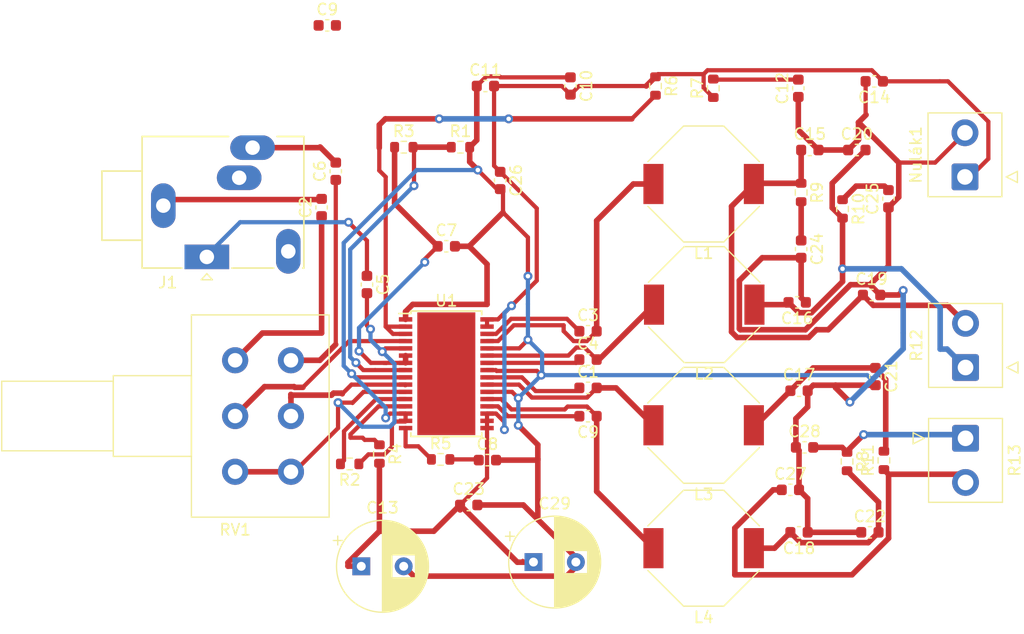
<source format=kicad_pcb>
(kicad_pcb (version 20171130) (host pcbnew "(5.1.8)-1")

  (general
    (thickness 1.6)
    (drawings 0)
    (tracks 433)
    (zones 0)
    (modules 51)
    (nets 37)
  )

  (page A4)
  (layers
    (0 F.Cu signal)
    (31 B.Cu signal)
    (32 B.Adhes user)
    (33 F.Adhes user)
    (34 B.Paste user)
    (35 F.Paste user)
    (36 B.SilkS user)
    (37 F.SilkS user)
    (38 B.Mask user)
    (39 F.Mask user)
    (40 Dwgs.User user)
    (41 Cmts.User user)
    (42 Eco1.User user)
    (43 Eco2.User user)
    (44 Edge.Cuts user)
    (45 Margin user)
    (46 B.CrtYd user)
    (47 F.CrtYd user)
    (48 B.Fab user)
    (49 F.Fab user)
  )

  (setup
    (last_trace_width 0.25)
    (user_trace_width 0.38)
    (user_trace_width 0.5)
    (trace_clearance 0.2)
    (zone_clearance 0.508)
    (zone_45_only no)
    (trace_min 0.2)
    (via_size 0.8)
    (via_drill 0.4)
    (via_min_size 0.4)
    (via_min_drill 0.3)
    (uvia_size 0.3)
    (uvia_drill 0.1)
    (uvias_allowed no)
    (uvia_min_size 0.2)
    (uvia_min_drill 0.1)
    (edge_width 0.05)
    (segment_width 0.2)
    (pcb_text_width 0.3)
    (pcb_text_size 1.5 1.5)
    (mod_edge_width 0.12)
    (mod_text_size 1 1)
    (mod_text_width 0.15)
    (pad_size 4 2.2)
    (pad_drill 1.3)
    (pad_to_mask_clearance 0)
    (aux_axis_origin 0 0)
    (visible_elements 7FFFFFFF)
    (pcbplotparams
      (layerselection 0x010fc_ffffffff)
      (usegerberextensions false)
      (usegerberattributes true)
      (usegerberadvancedattributes true)
      (creategerberjobfile true)
      (excludeedgelayer true)
      (linewidth 0.100000)
      (plotframeref false)
      (viasonmask false)
      (mode 1)
      (useauxorigin false)
      (hpglpennumber 1)
      (hpglpenspeed 20)
      (hpglpendiameter 15.000000)
      (psnegative false)
      (psa4output false)
      (plotreference true)
      (plotvalue true)
      (plotinvisibletext false)
      (padsonsilk false)
      (subtractmaskfromsilk false)
      (outputformat 1)
      (mirror false)
      (drillshape 1)
      (scaleselection 1)
      (outputdirectory "../../Maturita/AP/výroba/"))
  )

  (net 0 "")
  (net 1 "Net-(C2-Pad2)")
  (net 2 "Net-(C2-Pad1)")
  (net 3 "Net-(C5-Pad1)")
  (net 4 "Net-(C6-Pad2)")
  (net 5 "Net-(C6-Pad1)")
  (net 6 "Net-(C8-Pad1)")
  (net 7 "Net-(C12-Pad2)")
  (net 8 "Net-(C15-Pad1)")
  (net 9 "Net-(C16-Pad2)")
  (net 10 "Net-(C17-Pad1)")
  (net 11 "Net-(C18-Pad2)")
  (net 12 "Net-(C24-Pad1)")
  (net 13 "Net-(C25-Pad2)")
  (net 14 "Net-(C27-Pad1)")
  (net 15 "Net-(C28-Pad2)")
  (net 16 OUTPL)
  (net 17 OUTPR)
  (net 18 OUTNR)
  (net 19 15)
  (net 20 PLIMIT)
  (net 21 OUTNL)
  (net 22 GAIN_SLV)
  (net 23 MUTE)
  (net 24 13)
  (net 25 SYNC)
  (net 26 FAULTZ)
  (net 27 4)
  (net 28 10)
  (net 29 BSPL)
  (net 30 BSPR)
  (net 31 BSNR)
  (net 32 ZEM_JACKU)
  (net 33 BSNL)
  (net 34 VCC)
  (net 35 GND1)
  (net 36 GND2)

  (net_class Default "Toto je výchozí třída sítě."
    (clearance 0.2)
    (trace_width 0.25)
    (via_dia 0.8)
    (via_drill 0.4)
    (uvia_dia 0.3)
    (uvia_drill 0.1)
    (add_net 10)
    (add_net 13)
    (add_net 15)
    (add_net 4)
    (add_net BSNL)
    (add_net BSNR)
    (add_net BSPL)
    (add_net BSPR)
    (add_net FAULTZ)
    (add_net GAIN_SLV)
    (add_net GND1)
    (add_net GND2)
    (add_net MUTE)
    (add_net "Net-(C12-Pad2)")
    (add_net "Net-(C15-Pad1)")
    (add_net "Net-(C16-Pad2)")
    (add_net "Net-(C17-Pad1)")
    (add_net "Net-(C18-Pad2)")
    (add_net "Net-(C2-Pad1)")
    (add_net "Net-(C2-Pad2)")
    (add_net "Net-(C24-Pad1)")
    (add_net "Net-(C25-Pad2)")
    (add_net "Net-(C27-Pad1)")
    (add_net "Net-(C28-Pad2)")
    (add_net "Net-(C5-Pad1)")
    (add_net "Net-(C6-Pad1)")
    (add_net "Net-(C6-Pad2)")
    (add_net "Net-(C8-Pad1)")
    (add_net OUTNL)
    (add_net OUTNR)
    (add_net OUTPL)
    (add_net OUTPR)
    (add_net PLIMIT)
    (add_net SYNC)
    (add_net VCC)
    (add_net ZEM_JACKU)
  )

  (module Capacitor_SMD:C_0603_1608Metric (layer F.Cu) (tedit 5F68FEEE) (tstamp 60079B3A)
    (at 120.142 80.518)
    (descr "Capacitor SMD 0603 (1608 Metric), square (rectangular) end terminal, IPC_7351 nominal, (Body size source: IPC-SM-782 page 76, https://www.pcb-3d.com/wordpress/wp-content/uploads/ipc-sm-782a_amendment_1_and_2.pdf), generated with kicad-footprint-generator")
    (tags capacitor)
    (path /6062DC44)
    (attr smd)
    (fp_text reference C9 (at 0 -1.43) (layer F.SilkS)
      (effects (font (size 1 1) (thickness 0.15)))
    )
    (fp_text value 1μF (at 0 1.43) (layer F.Fab)
      (effects (font (size 1 1) (thickness 0.15)))
    )
    (fp_text user %R (at 0 0) (layer F.Fab)
      (effects (font (size 0.4 0.4) (thickness 0.06)))
    )
    (fp_line (start -0.8 0.4) (end -0.8 -0.4) (layer F.Fab) (width 0.1))
    (fp_line (start -0.8 -0.4) (end 0.8 -0.4) (layer F.Fab) (width 0.1))
    (fp_line (start 0.8 -0.4) (end 0.8 0.4) (layer F.Fab) (width 0.1))
    (fp_line (start 0.8 0.4) (end -0.8 0.4) (layer F.Fab) (width 0.1))
    (fp_line (start -0.14058 -0.51) (end 0.14058 -0.51) (layer F.SilkS) (width 0.12))
    (fp_line (start -0.14058 0.51) (end 0.14058 0.51) (layer F.SilkS) (width 0.12))
    (fp_line (start -1.48 0.73) (end -1.48 -0.73) (layer F.CrtYd) (width 0.05))
    (fp_line (start -1.48 -0.73) (end 1.48 -0.73) (layer F.CrtYd) (width 0.05))
    (fp_line (start 1.48 -0.73) (end 1.48 0.73) (layer F.CrtYd) (width 0.05))
    (fp_line (start 1.48 0.73) (end -1.48 0.73) (layer F.CrtYd) (width 0.05))
    (pad 2 smd roundrect (at 0.775 0) (size 0.9 0.95) (layers F.Cu F.Paste F.Mask) (roundrect_rratio 0.25)
      (net 21 OUTNL))
    (pad 1 smd roundrect (at -0.775 0) (size 0.9 0.95) (layers F.Cu F.Paste F.Mask) (roundrect_rratio 0.25)
      (net 33 BSNL))
    (model ${KISYS3DMOD}/Capacitor_SMD.3dshapes/C_0603_1608Metric.wrl
      (at (xyz 0 0 0))
      (scale (xyz 1 1 1))
      (rotate (xyz 0 0 0))
    )
  )

  (module Potentiometer_THT:Potentiometer_Alps_RK163_Dual_Horizontal (layer F.Cu) (tedit 5A3D4993) (tstamp 5FFE039A)
    (at 111.887 110.5535 180)
    (descr "Potentiometer, horizontal, Alps RK163 Dual, http://www.alps.com/prod/info/E/HTML/Potentiometer/RotaryPotentiometers/RK16/RK16_list.html")
    (tags "Potentiometer horizontal Alps RK163 Dual")
    (path /60021E55)
    (fp_text reference RV1 (at 0 -15.2) (layer F.SilkS)
      (effects (font (size 1 1) (thickness 0.15)))
    )
    (fp_text value 50k (at 0 5.2) (layer F.Fab)
      (effects (font (size 1 1) (thickness 0.15)))
    )
    (fp_line (start -8.3 -13.95) (end -8.3 3.95) (layer F.Fab) (width 0.1))
    (fp_line (start -8.3 3.95) (end 3.8 3.95) (layer F.Fab) (width 0.1))
    (fp_line (start 3.8 3.95) (end 3.8 -13.95) (layer F.Fab) (width 0.1))
    (fp_line (start 3.8 -13.95) (end -8.3 -13.95) (layer F.Fab) (width 0.1))
    (fp_line (start 3.8 -8.5) (end 3.8 -1.5) (layer F.Fab) (width 0.1))
    (fp_line (start 3.8 -1.5) (end 10.8 -1.5) (layer F.Fab) (width 0.1))
    (fp_line (start 10.8 -1.5) (end 10.8 -8.5) (layer F.Fab) (width 0.1))
    (fp_line (start 10.8 -8.5) (end 3.8 -8.5) (layer F.Fab) (width 0.1))
    (fp_line (start 10.8 -8) (end 10.8 -2) (layer F.Fab) (width 0.1))
    (fp_line (start 10.8 -2) (end 20.8 -2) (layer F.Fab) (width 0.1))
    (fp_line (start 20.8 -2) (end 20.8 -8) (layer F.Fab) (width 0.1))
    (fp_line (start 20.8 -8) (end 10.8 -8) (layer F.Fab) (width 0.1))
    (fp_line (start -8.42 -14.07) (end 3.92 -14.07) (layer F.SilkS) (width 0.12))
    (fp_line (start -8.42 4.07) (end 3.92 4.07) (layer F.SilkS) (width 0.12))
    (fp_line (start -8.42 -14.07) (end -8.42 4.07) (layer F.SilkS) (width 0.12))
    (fp_line (start 3.92 -14.07) (end 3.92 4.07) (layer F.SilkS) (width 0.12))
    (fp_line (start 3.92 -8.62) (end 10.92 -8.62) (layer F.SilkS) (width 0.12))
    (fp_line (start 3.92 -1.38) (end 10.92 -1.38) (layer F.SilkS) (width 0.12))
    (fp_line (start 3.92 -8.62) (end 3.92 -1.38) (layer F.SilkS) (width 0.12))
    (fp_line (start 10.92 -8.62) (end 10.92 -1.38) (layer F.SilkS) (width 0.12))
    (fp_line (start 10.92 -8.12) (end 20.92 -8.12) (layer F.SilkS) (width 0.12))
    (fp_line (start 10.92 -1.879) (end 20.92 -1.879) (layer F.SilkS) (width 0.12))
    (fp_line (start 10.92 -8.12) (end 10.92 -1.879) (layer F.SilkS) (width 0.12))
    (fp_line (start 20.92 -8.12) (end 20.92 -1.879) (layer F.SilkS) (width 0.12))
    (fp_line (start -8.55 -14.2) (end -8.55 4.2) (layer F.CrtYd) (width 0.05))
    (fp_line (start -8.55 4.2) (end 21.05 4.2) (layer F.CrtYd) (width 0.05))
    (fp_line (start 21.05 4.2) (end 21.05 -14.2) (layer F.CrtYd) (width 0.05))
    (fp_line (start 21.05 -14.2) (end -8.55 -14.2) (layer F.CrtYd) (width 0.05))
    (fp_text user %R (at -2.25 -5) (layer F.Fab)
      (effects (font (size 1 1) (thickness 0.15)))
    )
    (pad 4 thru_hole circle (at -5 0 180) (size 2.34 2.34) (drill 1.3) (layers *.Cu *.Mask)
      (net 5 "Net-(C6-Pad1)"))
    (pad 5 thru_hole circle (at -5 -5 180) (size 2.34 2.34) (drill 1.3) (layers *.Cu *.Mask)
      (net 28 10))
    (pad 6 thru_hole circle (at -5 -10 180) (size 2.34 2.34) (drill 1.3) (layers *.Cu *.Mask)
      (net 35 GND1))
    (pad 1 thru_hole circle (at 0 0 180) (size 2.34 2.34) (drill 1.3) (layers *.Cu *.Mask)
      (net 2 "Net-(C2-Pad1)"))
    (pad 2 thru_hole circle (at 0 -5 180) (size 2.34 2.34) (drill 1.3) (layers *.Cu *.Mask)
      (net 27 4))
    (pad 3 thru_hole circle (at 0 -10 180) (size 2.34 2.34) (drill 1.3) (layers *.Cu *.Mask)
      (net 35 GND1))
    (model ${KISYS3DMOD}/Potentiometer_THT.3dshapes/Potentiometer_Alps_RK163_Dual_Horizontal.wrl
      (at (xyz 0 0 0))
      (scale (xyz 1 1 1))
      (rotate (xyz 0 0 0))
    )
  )

  (module Capacitor_THT:CP_Radial_D8.0mm_P3.80mm (layer F.Cu) (tedit 5AE50EF0) (tstamp 5FFE0065)
    (at 138.6205 128.651)
    (descr "CP, Radial series, Radial, pin pitch=3.80mm, , diameter=8mm, Electrolytic Capacitor")
    (tags "CP Radial series Radial pin pitch 3.80mm  diameter 8mm Electrolytic Capacitor")
    (path /6000C69F)
    (fp_text reference C29 (at 1.9 -5.25) (layer F.SilkS)
      (effects (font (size 1 1) (thickness 0.15)))
    )
    (fp_text value 220uF (at 1.9 5.25) (layer F.Fab)
      (effects (font (size 1 1) (thickness 0.15)))
    )
    (fp_circle (center 1.9 0) (end 5.9 0) (layer F.Fab) (width 0.1))
    (fp_circle (center 1.9 0) (end 6.02 0) (layer F.SilkS) (width 0.12))
    (fp_circle (center 1.9 0) (end 6.15 0) (layer F.CrtYd) (width 0.05))
    (fp_line (start -1.526759 -1.7475) (end -0.726759 -1.7475) (layer F.Fab) (width 0.1))
    (fp_line (start -1.126759 -2.1475) (end -1.126759 -1.3475) (layer F.Fab) (width 0.1))
    (fp_line (start 1.9 -4.08) (end 1.9 4.08) (layer F.SilkS) (width 0.12))
    (fp_line (start 1.94 -4.08) (end 1.94 4.08) (layer F.SilkS) (width 0.12))
    (fp_line (start 1.98 -4.08) (end 1.98 4.08) (layer F.SilkS) (width 0.12))
    (fp_line (start 2.02 -4.079) (end 2.02 4.079) (layer F.SilkS) (width 0.12))
    (fp_line (start 2.06 -4.077) (end 2.06 4.077) (layer F.SilkS) (width 0.12))
    (fp_line (start 2.1 -4.076) (end 2.1 4.076) (layer F.SilkS) (width 0.12))
    (fp_line (start 2.14 -4.074) (end 2.14 4.074) (layer F.SilkS) (width 0.12))
    (fp_line (start 2.18 -4.071) (end 2.18 4.071) (layer F.SilkS) (width 0.12))
    (fp_line (start 2.22 -4.068) (end 2.22 4.068) (layer F.SilkS) (width 0.12))
    (fp_line (start 2.26 -4.065) (end 2.26 4.065) (layer F.SilkS) (width 0.12))
    (fp_line (start 2.3 -4.061) (end 2.3 4.061) (layer F.SilkS) (width 0.12))
    (fp_line (start 2.34 -4.057) (end 2.34 4.057) (layer F.SilkS) (width 0.12))
    (fp_line (start 2.38 -4.052) (end 2.38 4.052) (layer F.SilkS) (width 0.12))
    (fp_line (start 2.42 -4.048) (end 2.42 4.048) (layer F.SilkS) (width 0.12))
    (fp_line (start 2.46 -4.042) (end 2.46 4.042) (layer F.SilkS) (width 0.12))
    (fp_line (start 2.5 -4.037) (end 2.5 4.037) (layer F.SilkS) (width 0.12))
    (fp_line (start 2.54 -4.03) (end 2.54 4.03) (layer F.SilkS) (width 0.12))
    (fp_line (start 2.58 -4.024) (end 2.58 4.024) (layer F.SilkS) (width 0.12))
    (fp_line (start 2.621 -4.017) (end 2.621 4.017) (layer F.SilkS) (width 0.12))
    (fp_line (start 2.661 -4.01) (end 2.661 4.01) (layer F.SilkS) (width 0.12))
    (fp_line (start 2.701 -4.002) (end 2.701 4.002) (layer F.SilkS) (width 0.12))
    (fp_line (start 2.741 -3.994) (end 2.741 3.994) (layer F.SilkS) (width 0.12))
    (fp_line (start 2.781 -3.985) (end 2.781 -1.04) (layer F.SilkS) (width 0.12))
    (fp_line (start 2.781 1.04) (end 2.781 3.985) (layer F.SilkS) (width 0.12))
    (fp_line (start 2.821 -3.976) (end 2.821 -1.04) (layer F.SilkS) (width 0.12))
    (fp_line (start 2.821 1.04) (end 2.821 3.976) (layer F.SilkS) (width 0.12))
    (fp_line (start 2.861 -3.967) (end 2.861 -1.04) (layer F.SilkS) (width 0.12))
    (fp_line (start 2.861 1.04) (end 2.861 3.967) (layer F.SilkS) (width 0.12))
    (fp_line (start 2.901 -3.957) (end 2.901 -1.04) (layer F.SilkS) (width 0.12))
    (fp_line (start 2.901 1.04) (end 2.901 3.957) (layer F.SilkS) (width 0.12))
    (fp_line (start 2.941 -3.947) (end 2.941 -1.04) (layer F.SilkS) (width 0.12))
    (fp_line (start 2.941 1.04) (end 2.941 3.947) (layer F.SilkS) (width 0.12))
    (fp_line (start 2.981 -3.936) (end 2.981 -1.04) (layer F.SilkS) (width 0.12))
    (fp_line (start 2.981 1.04) (end 2.981 3.936) (layer F.SilkS) (width 0.12))
    (fp_line (start 3.021 -3.925) (end 3.021 -1.04) (layer F.SilkS) (width 0.12))
    (fp_line (start 3.021 1.04) (end 3.021 3.925) (layer F.SilkS) (width 0.12))
    (fp_line (start 3.061 -3.914) (end 3.061 -1.04) (layer F.SilkS) (width 0.12))
    (fp_line (start 3.061 1.04) (end 3.061 3.914) (layer F.SilkS) (width 0.12))
    (fp_line (start 3.101 -3.902) (end 3.101 -1.04) (layer F.SilkS) (width 0.12))
    (fp_line (start 3.101 1.04) (end 3.101 3.902) (layer F.SilkS) (width 0.12))
    (fp_line (start 3.141 -3.889) (end 3.141 -1.04) (layer F.SilkS) (width 0.12))
    (fp_line (start 3.141 1.04) (end 3.141 3.889) (layer F.SilkS) (width 0.12))
    (fp_line (start 3.181 -3.877) (end 3.181 -1.04) (layer F.SilkS) (width 0.12))
    (fp_line (start 3.181 1.04) (end 3.181 3.877) (layer F.SilkS) (width 0.12))
    (fp_line (start 3.221 -3.863) (end 3.221 -1.04) (layer F.SilkS) (width 0.12))
    (fp_line (start 3.221 1.04) (end 3.221 3.863) (layer F.SilkS) (width 0.12))
    (fp_line (start 3.261 -3.85) (end 3.261 -1.04) (layer F.SilkS) (width 0.12))
    (fp_line (start 3.261 1.04) (end 3.261 3.85) (layer F.SilkS) (width 0.12))
    (fp_line (start 3.301 -3.835) (end 3.301 -1.04) (layer F.SilkS) (width 0.12))
    (fp_line (start 3.301 1.04) (end 3.301 3.835) (layer F.SilkS) (width 0.12))
    (fp_line (start 3.341 -3.821) (end 3.341 -1.04) (layer F.SilkS) (width 0.12))
    (fp_line (start 3.341 1.04) (end 3.341 3.821) (layer F.SilkS) (width 0.12))
    (fp_line (start 3.381 -3.805) (end 3.381 -1.04) (layer F.SilkS) (width 0.12))
    (fp_line (start 3.381 1.04) (end 3.381 3.805) (layer F.SilkS) (width 0.12))
    (fp_line (start 3.421 -3.79) (end 3.421 -1.04) (layer F.SilkS) (width 0.12))
    (fp_line (start 3.421 1.04) (end 3.421 3.79) (layer F.SilkS) (width 0.12))
    (fp_line (start 3.461 -3.774) (end 3.461 -1.04) (layer F.SilkS) (width 0.12))
    (fp_line (start 3.461 1.04) (end 3.461 3.774) (layer F.SilkS) (width 0.12))
    (fp_line (start 3.501 -3.757) (end 3.501 -1.04) (layer F.SilkS) (width 0.12))
    (fp_line (start 3.501 1.04) (end 3.501 3.757) (layer F.SilkS) (width 0.12))
    (fp_line (start 3.541 -3.74) (end 3.541 -1.04) (layer F.SilkS) (width 0.12))
    (fp_line (start 3.541 1.04) (end 3.541 3.74) (layer F.SilkS) (width 0.12))
    (fp_line (start 3.581 -3.722) (end 3.581 -1.04) (layer F.SilkS) (width 0.12))
    (fp_line (start 3.581 1.04) (end 3.581 3.722) (layer F.SilkS) (width 0.12))
    (fp_line (start 3.621 -3.704) (end 3.621 -1.04) (layer F.SilkS) (width 0.12))
    (fp_line (start 3.621 1.04) (end 3.621 3.704) (layer F.SilkS) (width 0.12))
    (fp_line (start 3.661 -3.686) (end 3.661 -1.04) (layer F.SilkS) (width 0.12))
    (fp_line (start 3.661 1.04) (end 3.661 3.686) (layer F.SilkS) (width 0.12))
    (fp_line (start 3.701 -3.666) (end 3.701 -1.04) (layer F.SilkS) (width 0.12))
    (fp_line (start 3.701 1.04) (end 3.701 3.666) (layer F.SilkS) (width 0.12))
    (fp_line (start 3.741 -3.647) (end 3.741 -1.04) (layer F.SilkS) (width 0.12))
    (fp_line (start 3.741 1.04) (end 3.741 3.647) (layer F.SilkS) (width 0.12))
    (fp_line (start 3.781 -3.627) (end 3.781 -1.04) (layer F.SilkS) (width 0.12))
    (fp_line (start 3.781 1.04) (end 3.781 3.627) (layer F.SilkS) (width 0.12))
    (fp_line (start 3.821 -3.606) (end 3.821 -1.04) (layer F.SilkS) (width 0.12))
    (fp_line (start 3.821 1.04) (end 3.821 3.606) (layer F.SilkS) (width 0.12))
    (fp_line (start 3.861 -3.584) (end 3.861 -1.04) (layer F.SilkS) (width 0.12))
    (fp_line (start 3.861 1.04) (end 3.861 3.584) (layer F.SilkS) (width 0.12))
    (fp_line (start 3.901 -3.562) (end 3.901 -1.04) (layer F.SilkS) (width 0.12))
    (fp_line (start 3.901 1.04) (end 3.901 3.562) (layer F.SilkS) (width 0.12))
    (fp_line (start 3.941 -3.54) (end 3.941 -1.04) (layer F.SilkS) (width 0.12))
    (fp_line (start 3.941 1.04) (end 3.941 3.54) (layer F.SilkS) (width 0.12))
    (fp_line (start 3.981 -3.517) (end 3.981 -1.04) (layer F.SilkS) (width 0.12))
    (fp_line (start 3.981 1.04) (end 3.981 3.517) (layer F.SilkS) (width 0.12))
    (fp_line (start 4.021 -3.493) (end 4.021 -1.04) (layer F.SilkS) (width 0.12))
    (fp_line (start 4.021 1.04) (end 4.021 3.493) (layer F.SilkS) (width 0.12))
    (fp_line (start 4.061 -3.469) (end 4.061 -1.04) (layer F.SilkS) (width 0.12))
    (fp_line (start 4.061 1.04) (end 4.061 3.469) (layer F.SilkS) (width 0.12))
    (fp_line (start 4.101 -3.444) (end 4.101 -1.04) (layer F.SilkS) (width 0.12))
    (fp_line (start 4.101 1.04) (end 4.101 3.444) (layer F.SilkS) (width 0.12))
    (fp_line (start 4.141 -3.418) (end 4.141 -1.04) (layer F.SilkS) (width 0.12))
    (fp_line (start 4.141 1.04) (end 4.141 3.418) (layer F.SilkS) (width 0.12))
    (fp_line (start 4.181 -3.392) (end 4.181 -1.04) (layer F.SilkS) (width 0.12))
    (fp_line (start 4.181 1.04) (end 4.181 3.392) (layer F.SilkS) (width 0.12))
    (fp_line (start 4.221 -3.365) (end 4.221 -1.04) (layer F.SilkS) (width 0.12))
    (fp_line (start 4.221 1.04) (end 4.221 3.365) (layer F.SilkS) (width 0.12))
    (fp_line (start 4.261 -3.338) (end 4.261 -1.04) (layer F.SilkS) (width 0.12))
    (fp_line (start 4.261 1.04) (end 4.261 3.338) (layer F.SilkS) (width 0.12))
    (fp_line (start 4.301 -3.309) (end 4.301 -1.04) (layer F.SilkS) (width 0.12))
    (fp_line (start 4.301 1.04) (end 4.301 3.309) (layer F.SilkS) (width 0.12))
    (fp_line (start 4.341 -3.28) (end 4.341 -1.04) (layer F.SilkS) (width 0.12))
    (fp_line (start 4.341 1.04) (end 4.341 3.28) (layer F.SilkS) (width 0.12))
    (fp_line (start 4.381 -3.25) (end 4.381 -1.04) (layer F.SilkS) (width 0.12))
    (fp_line (start 4.381 1.04) (end 4.381 3.25) (layer F.SilkS) (width 0.12))
    (fp_line (start 4.421 -3.22) (end 4.421 -1.04) (layer F.SilkS) (width 0.12))
    (fp_line (start 4.421 1.04) (end 4.421 3.22) (layer F.SilkS) (width 0.12))
    (fp_line (start 4.461 -3.189) (end 4.461 -1.04) (layer F.SilkS) (width 0.12))
    (fp_line (start 4.461 1.04) (end 4.461 3.189) (layer F.SilkS) (width 0.12))
    (fp_line (start 4.501 -3.156) (end 4.501 -1.04) (layer F.SilkS) (width 0.12))
    (fp_line (start 4.501 1.04) (end 4.501 3.156) (layer F.SilkS) (width 0.12))
    (fp_line (start 4.541 -3.124) (end 4.541 -1.04) (layer F.SilkS) (width 0.12))
    (fp_line (start 4.541 1.04) (end 4.541 3.124) (layer F.SilkS) (width 0.12))
    (fp_line (start 4.581 -3.09) (end 4.581 -1.04) (layer F.SilkS) (width 0.12))
    (fp_line (start 4.581 1.04) (end 4.581 3.09) (layer F.SilkS) (width 0.12))
    (fp_line (start 4.621 -3.055) (end 4.621 -1.04) (layer F.SilkS) (width 0.12))
    (fp_line (start 4.621 1.04) (end 4.621 3.055) (layer F.SilkS) (width 0.12))
    (fp_line (start 4.661 -3.019) (end 4.661 -1.04) (layer F.SilkS) (width 0.12))
    (fp_line (start 4.661 1.04) (end 4.661 3.019) (layer F.SilkS) (width 0.12))
    (fp_line (start 4.701 -2.983) (end 4.701 -1.04) (layer F.SilkS) (width 0.12))
    (fp_line (start 4.701 1.04) (end 4.701 2.983) (layer F.SilkS) (width 0.12))
    (fp_line (start 4.741 -2.945) (end 4.741 -1.04) (layer F.SilkS) (width 0.12))
    (fp_line (start 4.741 1.04) (end 4.741 2.945) (layer F.SilkS) (width 0.12))
    (fp_line (start 4.781 -2.907) (end 4.781 -1.04) (layer F.SilkS) (width 0.12))
    (fp_line (start 4.781 1.04) (end 4.781 2.907) (layer F.SilkS) (width 0.12))
    (fp_line (start 4.821 -2.867) (end 4.821 -1.04) (layer F.SilkS) (width 0.12))
    (fp_line (start 4.821 1.04) (end 4.821 2.867) (layer F.SilkS) (width 0.12))
    (fp_line (start 4.861 -2.826) (end 4.861 2.826) (layer F.SilkS) (width 0.12))
    (fp_line (start 4.901 -2.784) (end 4.901 2.784) (layer F.SilkS) (width 0.12))
    (fp_line (start 4.941 -2.741) (end 4.941 2.741) (layer F.SilkS) (width 0.12))
    (fp_line (start 4.981 -2.697) (end 4.981 2.697) (layer F.SilkS) (width 0.12))
    (fp_line (start 5.021 -2.651) (end 5.021 2.651) (layer F.SilkS) (width 0.12))
    (fp_line (start 5.061 -2.604) (end 5.061 2.604) (layer F.SilkS) (width 0.12))
    (fp_line (start 5.101 -2.556) (end 5.101 2.556) (layer F.SilkS) (width 0.12))
    (fp_line (start 5.141 -2.505) (end 5.141 2.505) (layer F.SilkS) (width 0.12))
    (fp_line (start 5.181 -2.454) (end 5.181 2.454) (layer F.SilkS) (width 0.12))
    (fp_line (start 5.221 -2.4) (end 5.221 2.4) (layer F.SilkS) (width 0.12))
    (fp_line (start 5.261 -2.345) (end 5.261 2.345) (layer F.SilkS) (width 0.12))
    (fp_line (start 5.301 -2.287) (end 5.301 2.287) (layer F.SilkS) (width 0.12))
    (fp_line (start 5.341 -2.228) (end 5.341 2.228) (layer F.SilkS) (width 0.12))
    (fp_line (start 5.381 -2.166) (end 5.381 2.166) (layer F.SilkS) (width 0.12))
    (fp_line (start 5.421 -2.102) (end 5.421 2.102) (layer F.SilkS) (width 0.12))
    (fp_line (start 5.461 -2.034) (end 5.461 2.034) (layer F.SilkS) (width 0.12))
    (fp_line (start 5.501 -1.964) (end 5.501 1.964) (layer F.SilkS) (width 0.12))
    (fp_line (start 5.541 -1.89) (end 5.541 1.89) (layer F.SilkS) (width 0.12))
    (fp_line (start 5.581 -1.813) (end 5.581 1.813) (layer F.SilkS) (width 0.12))
    (fp_line (start 5.621 -1.731) (end 5.621 1.731) (layer F.SilkS) (width 0.12))
    (fp_line (start 5.661 -1.645) (end 5.661 1.645) (layer F.SilkS) (width 0.12))
    (fp_line (start 5.701 -1.552) (end 5.701 1.552) (layer F.SilkS) (width 0.12))
    (fp_line (start 5.741 -1.453) (end 5.741 1.453) (layer F.SilkS) (width 0.12))
    (fp_line (start 5.781 -1.346) (end 5.781 1.346) (layer F.SilkS) (width 0.12))
    (fp_line (start 5.821 -1.229) (end 5.821 1.229) (layer F.SilkS) (width 0.12))
    (fp_line (start 5.861 -1.098) (end 5.861 1.098) (layer F.SilkS) (width 0.12))
    (fp_line (start 5.901 -0.948) (end 5.901 0.948) (layer F.SilkS) (width 0.12))
    (fp_line (start 5.941 -0.768) (end 5.941 0.768) (layer F.SilkS) (width 0.12))
    (fp_line (start 5.981 -0.533) (end 5.981 0.533) (layer F.SilkS) (width 0.12))
    (fp_line (start -2.509698 -2.315) (end -1.709698 -2.315) (layer F.SilkS) (width 0.12))
    (fp_line (start -2.109698 -2.715) (end -2.109698 -1.915) (layer F.SilkS) (width 0.12))
    (fp_text user %R (at 1.9 0) (layer F.Fab)
      (effects (font (size 1 1) (thickness 0.15)))
    )
    (pad 2 thru_hole circle (at 3.8 0) (size 1.6 1.6) (drill 0.8) (layers *.Cu *.Mask)
      (net 19 15))
    (pad 1 thru_hole rect (at 0 0) (size 1.6 1.6) (drill 0.8) (layers *.Cu *.Mask)
      (net 34 VCC))
    (model ${KISYS3DMOD}/Capacitor_THT.3dshapes/CP_Radial_D8.0mm_P3.80mm.wrl
      (at (xyz 0 0 0))
      (scale (xyz 1 1 1))
      (rotate (xyz 0 0 0))
    )
  )

  (module Capacitor_THT:CP_Radial_D8.0mm_P3.80mm (layer F.Cu) (tedit 5AE50EF0) (tstamp 5FFDFDDC)
    (at 123.19 129.032)
    (descr "CP, Radial series, Radial, pin pitch=3.80mm, , diameter=8mm, Electrolytic Capacitor")
    (tags "CP Radial series Radial pin pitch 3.80mm  diameter 8mm Electrolytic Capacitor")
    (path /6000BE50)
    (fp_text reference C13 (at 1.9 -5.25) (layer F.SilkS)
      (effects (font (size 1 1) (thickness 0.15)))
    )
    (fp_text value 220uF (at 1.9 5.25) (layer F.Fab)
      (effects (font (size 1 1) (thickness 0.15)))
    )
    (fp_circle (center 1.9 0) (end 5.9 0) (layer F.Fab) (width 0.1))
    (fp_circle (center 1.9 0) (end 6.02 0) (layer F.SilkS) (width 0.12))
    (fp_circle (center 1.9 0) (end 6.15 0) (layer F.CrtYd) (width 0.05))
    (fp_line (start -1.526759 -1.7475) (end -0.726759 -1.7475) (layer F.Fab) (width 0.1))
    (fp_line (start -1.126759 -2.1475) (end -1.126759 -1.3475) (layer F.Fab) (width 0.1))
    (fp_line (start 1.9 -4.08) (end 1.9 4.08) (layer F.SilkS) (width 0.12))
    (fp_line (start 1.94 -4.08) (end 1.94 4.08) (layer F.SilkS) (width 0.12))
    (fp_line (start 1.98 -4.08) (end 1.98 4.08) (layer F.SilkS) (width 0.12))
    (fp_line (start 2.02 -4.079) (end 2.02 4.079) (layer F.SilkS) (width 0.12))
    (fp_line (start 2.06 -4.077) (end 2.06 4.077) (layer F.SilkS) (width 0.12))
    (fp_line (start 2.1 -4.076) (end 2.1 4.076) (layer F.SilkS) (width 0.12))
    (fp_line (start 2.14 -4.074) (end 2.14 4.074) (layer F.SilkS) (width 0.12))
    (fp_line (start 2.18 -4.071) (end 2.18 4.071) (layer F.SilkS) (width 0.12))
    (fp_line (start 2.22 -4.068) (end 2.22 4.068) (layer F.SilkS) (width 0.12))
    (fp_line (start 2.26 -4.065) (end 2.26 4.065) (layer F.SilkS) (width 0.12))
    (fp_line (start 2.3 -4.061) (end 2.3 4.061) (layer F.SilkS) (width 0.12))
    (fp_line (start 2.34 -4.057) (end 2.34 4.057) (layer F.SilkS) (width 0.12))
    (fp_line (start 2.38 -4.052) (end 2.38 4.052) (layer F.SilkS) (width 0.12))
    (fp_line (start 2.42 -4.048) (end 2.42 4.048) (layer F.SilkS) (width 0.12))
    (fp_line (start 2.46 -4.042) (end 2.46 4.042) (layer F.SilkS) (width 0.12))
    (fp_line (start 2.5 -4.037) (end 2.5 4.037) (layer F.SilkS) (width 0.12))
    (fp_line (start 2.54 -4.03) (end 2.54 4.03) (layer F.SilkS) (width 0.12))
    (fp_line (start 2.58 -4.024) (end 2.58 4.024) (layer F.SilkS) (width 0.12))
    (fp_line (start 2.621 -4.017) (end 2.621 4.017) (layer F.SilkS) (width 0.12))
    (fp_line (start 2.661 -4.01) (end 2.661 4.01) (layer F.SilkS) (width 0.12))
    (fp_line (start 2.701 -4.002) (end 2.701 4.002) (layer F.SilkS) (width 0.12))
    (fp_line (start 2.741 -3.994) (end 2.741 3.994) (layer F.SilkS) (width 0.12))
    (fp_line (start 2.781 -3.985) (end 2.781 -1.04) (layer F.SilkS) (width 0.12))
    (fp_line (start 2.781 1.04) (end 2.781 3.985) (layer F.SilkS) (width 0.12))
    (fp_line (start 2.821 -3.976) (end 2.821 -1.04) (layer F.SilkS) (width 0.12))
    (fp_line (start 2.821 1.04) (end 2.821 3.976) (layer F.SilkS) (width 0.12))
    (fp_line (start 2.861 -3.967) (end 2.861 -1.04) (layer F.SilkS) (width 0.12))
    (fp_line (start 2.861 1.04) (end 2.861 3.967) (layer F.SilkS) (width 0.12))
    (fp_line (start 2.901 -3.957) (end 2.901 -1.04) (layer F.SilkS) (width 0.12))
    (fp_line (start 2.901 1.04) (end 2.901 3.957) (layer F.SilkS) (width 0.12))
    (fp_line (start 2.941 -3.947) (end 2.941 -1.04) (layer F.SilkS) (width 0.12))
    (fp_line (start 2.941 1.04) (end 2.941 3.947) (layer F.SilkS) (width 0.12))
    (fp_line (start 2.981 -3.936) (end 2.981 -1.04) (layer F.SilkS) (width 0.12))
    (fp_line (start 2.981 1.04) (end 2.981 3.936) (layer F.SilkS) (width 0.12))
    (fp_line (start 3.021 -3.925) (end 3.021 -1.04) (layer F.SilkS) (width 0.12))
    (fp_line (start 3.021 1.04) (end 3.021 3.925) (layer F.SilkS) (width 0.12))
    (fp_line (start 3.061 -3.914) (end 3.061 -1.04) (layer F.SilkS) (width 0.12))
    (fp_line (start 3.061 1.04) (end 3.061 3.914) (layer F.SilkS) (width 0.12))
    (fp_line (start 3.101 -3.902) (end 3.101 -1.04) (layer F.SilkS) (width 0.12))
    (fp_line (start 3.101 1.04) (end 3.101 3.902) (layer F.SilkS) (width 0.12))
    (fp_line (start 3.141 -3.889) (end 3.141 -1.04) (layer F.SilkS) (width 0.12))
    (fp_line (start 3.141 1.04) (end 3.141 3.889) (layer F.SilkS) (width 0.12))
    (fp_line (start 3.181 -3.877) (end 3.181 -1.04) (layer F.SilkS) (width 0.12))
    (fp_line (start 3.181 1.04) (end 3.181 3.877) (layer F.SilkS) (width 0.12))
    (fp_line (start 3.221 -3.863) (end 3.221 -1.04) (layer F.SilkS) (width 0.12))
    (fp_line (start 3.221 1.04) (end 3.221 3.863) (layer F.SilkS) (width 0.12))
    (fp_line (start 3.261 -3.85) (end 3.261 -1.04) (layer F.SilkS) (width 0.12))
    (fp_line (start 3.261 1.04) (end 3.261 3.85) (layer F.SilkS) (width 0.12))
    (fp_line (start 3.301 -3.835) (end 3.301 -1.04) (layer F.SilkS) (width 0.12))
    (fp_line (start 3.301 1.04) (end 3.301 3.835) (layer F.SilkS) (width 0.12))
    (fp_line (start 3.341 -3.821) (end 3.341 -1.04) (layer F.SilkS) (width 0.12))
    (fp_line (start 3.341 1.04) (end 3.341 3.821) (layer F.SilkS) (width 0.12))
    (fp_line (start 3.381 -3.805) (end 3.381 -1.04) (layer F.SilkS) (width 0.12))
    (fp_line (start 3.381 1.04) (end 3.381 3.805) (layer F.SilkS) (width 0.12))
    (fp_line (start 3.421 -3.79) (end 3.421 -1.04) (layer F.SilkS) (width 0.12))
    (fp_line (start 3.421 1.04) (end 3.421 3.79) (layer F.SilkS) (width 0.12))
    (fp_line (start 3.461 -3.774) (end 3.461 -1.04) (layer F.SilkS) (width 0.12))
    (fp_line (start 3.461 1.04) (end 3.461 3.774) (layer F.SilkS) (width 0.12))
    (fp_line (start 3.501 -3.757) (end 3.501 -1.04) (layer F.SilkS) (width 0.12))
    (fp_line (start 3.501 1.04) (end 3.501 3.757) (layer F.SilkS) (width 0.12))
    (fp_line (start 3.541 -3.74) (end 3.541 -1.04) (layer F.SilkS) (width 0.12))
    (fp_line (start 3.541 1.04) (end 3.541 3.74) (layer F.SilkS) (width 0.12))
    (fp_line (start 3.581 -3.722) (end 3.581 -1.04) (layer F.SilkS) (width 0.12))
    (fp_line (start 3.581 1.04) (end 3.581 3.722) (layer F.SilkS) (width 0.12))
    (fp_line (start 3.621 -3.704) (end 3.621 -1.04) (layer F.SilkS) (width 0.12))
    (fp_line (start 3.621 1.04) (end 3.621 3.704) (layer F.SilkS) (width 0.12))
    (fp_line (start 3.661 -3.686) (end 3.661 -1.04) (layer F.SilkS) (width 0.12))
    (fp_line (start 3.661 1.04) (end 3.661 3.686) (layer F.SilkS) (width 0.12))
    (fp_line (start 3.701 -3.666) (end 3.701 -1.04) (layer F.SilkS) (width 0.12))
    (fp_line (start 3.701 1.04) (end 3.701 3.666) (layer F.SilkS) (width 0.12))
    (fp_line (start 3.741 -3.647) (end 3.741 -1.04) (layer F.SilkS) (width 0.12))
    (fp_line (start 3.741 1.04) (end 3.741 3.647) (layer F.SilkS) (width 0.12))
    (fp_line (start 3.781 -3.627) (end 3.781 -1.04) (layer F.SilkS) (width 0.12))
    (fp_line (start 3.781 1.04) (end 3.781 3.627) (layer F.SilkS) (width 0.12))
    (fp_line (start 3.821 -3.606) (end 3.821 -1.04) (layer F.SilkS) (width 0.12))
    (fp_line (start 3.821 1.04) (end 3.821 3.606) (layer F.SilkS) (width 0.12))
    (fp_line (start 3.861 -3.584) (end 3.861 -1.04) (layer F.SilkS) (width 0.12))
    (fp_line (start 3.861 1.04) (end 3.861 3.584) (layer F.SilkS) (width 0.12))
    (fp_line (start 3.901 -3.562) (end 3.901 -1.04) (layer F.SilkS) (width 0.12))
    (fp_line (start 3.901 1.04) (end 3.901 3.562) (layer F.SilkS) (width 0.12))
    (fp_line (start 3.941 -3.54) (end 3.941 -1.04) (layer F.SilkS) (width 0.12))
    (fp_line (start 3.941 1.04) (end 3.941 3.54) (layer F.SilkS) (width 0.12))
    (fp_line (start 3.981 -3.517) (end 3.981 -1.04) (layer F.SilkS) (width 0.12))
    (fp_line (start 3.981 1.04) (end 3.981 3.517) (layer F.SilkS) (width 0.12))
    (fp_line (start 4.021 -3.493) (end 4.021 -1.04) (layer F.SilkS) (width 0.12))
    (fp_line (start 4.021 1.04) (end 4.021 3.493) (layer F.SilkS) (width 0.12))
    (fp_line (start 4.061 -3.469) (end 4.061 -1.04) (layer F.SilkS) (width 0.12))
    (fp_line (start 4.061 1.04) (end 4.061 3.469) (layer F.SilkS) (width 0.12))
    (fp_line (start 4.101 -3.444) (end 4.101 -1.04) (layer F.SilkS) (width 0.12))
    (fp_line (start 4.101 1.04) (end 4.101 3.444) (layer F.SilkS) (width 0.12))
    (fp_line (start 4.141 -3.418) (end 4.141 -1.04) (layer F.SilkS) (width 0.12))
    (fp_line (start 4.141 1.04) (end 4.141 3.418) (layer F.SilkS) (width 0.12))
    (fp_line (start 4.181 -3.392) (end 4.181 -1.04) (layer F.SilkS) (width 0.12))
    (fp_line (start 4.181 1.04) (end 4.181 3.392) (layer F.SilkS) (width 0.12))
    (fp_line (start 4.221 -3.365) (end 4.221 -1.04) (layer F.SilkS) (width 0.12))
    (fp_line (start 4.221 1.04) (end 4.221 3.365) (layer F.SilkS) (width 0.12))
    (fp_line (start 4.261 -3.338) (end 4.261 -1.04) (layer F.SilkS) (width 0.12))
    (fp_line (start 4.261 1.04) (end 4.261 3.338) (layer F.SilkS) (width 0.12))
    (fp_line (start 4.301 -3.309) (end 4.301 -1.04) (layer F.SilkS) (width 0.12))
    (fp_line (start 4.301 1.04) (end 4.301 3.309) (layer F.SilkS) (width 0.12))
    (fp_line (start 4.341 -3.28) (end 4.341 -1.04) (layer F.SilkS) (width 0.12))
    (fp_line (start 4.341 1.04) (end 4.341 3.28) (layer F.SilkS) (width 0.12))
    (fp_line (start 4.381 -3.25) (end 4.381 -1.04) (layer F.SilkS) (width 0.12))
    (fp_line (start 4.381 1.04) (end 4.381 3.25) (layer F.SilkS) (width 0.12))
    (fp_line (start 4.421 -3.22) (end 4.421 -1.04) (layer F.SilkS) (width 0.12))
    (fp_line (start 4.421 1.04) (end 4.421 3.22) (layer F.SilkS) (width 0.12))
    (fp_line (start 4.461 -3.189) (end 4.461 -1.04) (layer F.SilkS) (width 0.12))
    (fp_line (start 4.461 1.04) (end 4.461 3.189) (layer F.SilkS) (width 0.12))
    (fp_line (start 4.501 -3.156) (end 4.501 -1.04) (layer F.SilkS) (width 0.12))
    (fp_line (start 4.501 1.04) (end 4.501 3.156) (layer F.SilkS) (width 0.12))
    (fp_line (start 4.541 -3.124) (end 4.541 -1.04) (layer F.SilkS) (width 0.12))
    (fp_line (start 4.541 1.04) (end 4.541 3.124) (layer F.SilkS) (width 0.12))
    (fp_line (start 4.581 -3.09) (end 4.581 -1.04) (layer F.SilkS) (width 0.12))
    (fp_line (start 4.581 1.04) (end 4.581 3.09) (layer F.SilkS) (width 0.12))
    (fp_line (start 4.621 -3.055) (end 4.621 -1.04) (layer F.SilkS) (width 0.12))
    (fp_line (start 4.621 1.04) (end 4.621 3.055) (layer F.SilkS) (width 0.12))
    (fp_line (start 4.661 -3.019) (end 4.661 -1.04) (layer F.SilkS) (width 0.12))
    (fp_line (start 4.661 1.04) (end 4.661 3.019) (layer F.SilkS) (width 0.12))
    (fp_line (start 4.701 -2.983) (end 4.701 -1.04) (layer F.SilkS) (width 0.12))
    (fp_line (start 4.701 1.04) (end 4.701 2.983) (layer F.SilkS) (width 0.12))
    (fp_line (start 4.741 -2.945) (end 4.741 -1.04) (layer F.SilkS) (width 0.12))
    (fp_line (start 4.741 1.04) (end 4.741 2.945) (layer F.SilkS) (width 0.12))
    (fp_line (start 4.781 -2.907) (end 4.781 -1.04) (layer F.SilkS) (width 0.12))
    (fp_line (start 4.781 1.04) (end 4.781 2.907) (layer F.SilkS) (width 0.12))
    (fp_line (start 4.821 -2.867) (end 4.821 -1.04) (layer F.SilkS) (width 0.12))
    (fp_line (start 4.821 1.04) (end 4.821 2.867) (layer F.SilkS) (width 0.12))
    (fp_line (start 4.861 -2.826) (end 4.861 2.826) (layer F.SilkS) (width 0.12))
    (fp_line (start 4.901 -2.784) (end 4.901 2.784) (layer F.SilkS) (width 0.12))
    (fp_line (start 4.941 -2.741) (end 4.941 2.741) (layer F.SilkS) (width 0.12))
    (fp_line (start 4.981 -2.697) (end 4.981 2.697) (layer F.SilkS) (width 0.12))
    (fp_line (start 5.021 -2.651) (end 5.021 2.651) (layer F.SilkS) (width 0.12))
    (fp_line (start 5.061 -2.604) (end 5.061 2.604) (layer F.SilkS) (width 0.12))
    (fp_line (start 5.101 -2.556) (end 5.101 2.556) (layer F.SilkS) (width 0.12))
    (fp_line (start 5.141 -2.505) (end 5.141 2.505) (layer F.SilkS) (width 0.12))
    (fp_line (start 5.181 -2.454) (end 5.181 2.454) (layer F.SilkS) (width 0.12))
    (fp_line (start 5.221 -2.4) (end 5.221 2.4) (layer F.SilkS) (width 0.12))
    (fp_line (start 5.261 -2.345) (end 5.261 2.345) (layer F.SilkS) (width 0.12))
    (fp_line (start 5.301 -2.287) (end 5.301 2.287) (layer F.SilkS) (width 0.12))
    (fp_line (start 5.341 -2.228) (end 5.341 2.228) (layer F.SilkS) (width 0.12))
    (fp_line (start 5.381 -2.166) (end 5.381 2.166) (layer F.SilkS) (width 0.12))
    (fp_line (start 5.421 -2.102) (end 5.421 2.102) (layer F.SilkS) (width 0.12))
    (fp_line (start 5.461 -2.034) (end 5.461 2.034) (layer F.SilkS) (width 0.12))
    (fp_line (start 5.501 -1.964) (end 5.501 1.964) (layer F.SilkS) (width 0.12))
    (fp_line (start 5.541 -1.89) (end 5.541 1.89) (layer F.SilkS) (width 0.12))
    (fp_line (start 5.581 -1.813) (end 5.581 1.813) (layer F.SilkS) (width 0.12))
    (fp_line (start 5.621 -1.731) (end 5.621 1.731) (layer F.SilkS) (width 0.12))
    (fp_line (start 5.661 -1.645) (end 5.661 1.645) (layer F.SilkS) (width 0.12))
    (fp_line (start 5.701 -1.552) (end 5.701 1.552) (layer F.SilkS) (width 0.12))
    (fp_line (start 5.741 -1.453) (end 5.741 1.453) (layer F.SilkS) (width 0.12))
    (fp_line (start 5.781 -1.346) (end 5.781 1.346) (layer F.SilkS) (width 0.12))
    (fp_line (start 5.821 -1.229) (end 5.821 1.229) (layer F.SilkS) (width 0.12))
    (fp_line (start 5.861 -1.098) (end 5.861 1.098) (layer F.SilkS) (width 0.12))
    (fp_line (start 5.901 -0.948) (end 5.901 0.948) (layer F.SilkS) (width 0.12))
    (fp_line (start 5.941 -0.768) (end 5.941 0.768) (layer F.SilkS) (width 0.12))
    (fp_line (start 5.981 -0.533) (end 5.981 0.533) (layer F.SilkS) (width 0.12))
    (fp_line (start -2.509698 -2.315) (end -1.709698 -2.315) (layer F.SilkS) (width 0.12))
    (fp_line (start -2.109698 -2.715) (end -2.109698 -1.915) (layer F.SilkS) (width 0.12))
    (fp_text user %R (at 1.9 0) (layer F.Fab)
      (effects (font (size 1 1) (thickness 0.15)))
    )
    (pad 2 thru_hole circle (at 3.8 0) (size 1.6 1.6) (drill 0.8) (layers *.Cu *.Mask)
      (net 19 15))
    (pad 1 thru_hole rect (at 0 0) (size 1.6 1.6) (drill 0.8) (layers *.Cu *.Mask)
      (net 34 VCC))
    (model ${KISYS3DMOD}/Capacitor_THT.3dshapes/CP_Radial_D8.0mm_P3.80mm.wrl
      (at (xyz 0 0 0))
      (scale (xyz 1 1 1))
      (rotate (xyz 0 0 0))
    )
  )

  (module Capacitor_SMD:C_0603_1608Metric (layer F.Cu) (tedit 5F68FEEE) (tstamp 5FF35D6E)
    (at 161.6456 122.174)
    (descr "Capacitor SMD 0603 (1608 Metric), square (rectangular) end terminal, IPC_7351 nominal, (Body size source: IPC-SM-782 page 76, https://www.pcb-3d.com/wordpress/wp-content/uploads/ipc-sm-782a_amendment_1_and_2.pdf), generated with kicad-footprint-generator")
    (tags capacitor)
    (path /5FF095CF)
    (attr smd)
    (fp_text reference C27 (at 0 -1.43) (layer F.SilkS)
      (effects (font (size 1 1) (thickness 0.15)))
    )
    (fp_text value 10nF (at 0 1.43) (layer F.Fab)
      (effects (font (size 1 1) (thickness 0.15)))
    )
    (fp_line (start 1.48 0.73) (end -1.48 0.73) (layer F.CrtYd) (width 0.05))
    (fp_line (start 1.48 -0.73) (end 1.48 0.73) (layer F.CrtYd) (width 0.05))
    (fp_line (start -1.48 -0.73) (end 1.48 -0.73) (layer F.CrtYd) (width 0.05))
    (fp_line (start -1.48 0.73) (end -1.48 -0.73) (layer F.CrtYd) (width 0.05))
    (fp_line (start -0.14058 0.51) (end 0.14058 0.51) (layer F.SilkS) (width 0.12))
    (fp_line (start -0.14058 -0.51) (end 0.14058 -0.51) (layer F.SilkS) (width 0.12))
    (fp_line (start 0.8 0.4) (end -0.8 0.4) (layer F.Fab) (width 0.1))
    (fp_line (start 0.8 -0.4) (end 0.8 0.4) (layer F.Fab) (width 0.1))
    (fp_line (start -0.8 -0.4) (end 0.8 -0.4) (layer F.Fab) (width 0.1))
    (fp_line (start -0.8 0.4) (end -0.8 -0.4) (layer F.Fab) (width 0.1))
    (fp_text user %R (at 0 0) (layer F.Fab)
      (effects (font (size 0.4 0.4) (thickness 0.06)))
    )
    (pad 2 smd roundrect (at 0.775 0) (size 0.9 0.95) (layers F.Cu F.Paste F.Mask) (roundrect_rratio 0.25)
      (net 19 15))
    (pad 1 smd roundrect (at -0.775 0) (size 0.9 0.95) (layers F.Cu F.Paste F.Mask) (roundrect_rratio 0.25)
      (net 14 "Net-(C27-Pad1)"))
    (model ${KISYS3DMOD}/Capacitor_SMD.3dshapes/C_0603_1608Metric.wrl
      (at (xyz 0 0 0))
      (scale (xyz 1 1 1))
      (rotate (xyz 0 0 0))
    )
  )

  (module Inductor_SMD:L_Bourns-SRU1028_10.0x10.0mm (layer F.Cu) (tedit 5DA0DC6F) (tstamp 5FF35DE4)
    (at 153.924 105.5624 180)
    (descr "Bourns SRU1028 series SMD inductor, https://www.bourns.com/docs/Product-Datasheets/SRU1028.pdf")
    (tags "Bourns SRU1028 SMD inductor")
    (path /5FE9B412)
    (attr smd)
    (fp_text reference L2 (at 0 -6.2) (layer F.SilkS)
      (effects (font (size 1 1) (thickness 0.15)))
    )
    (fp_text value 10.0μH (at 0 6.2) (layer F.Fab)
      (effects (font (size 1 1) (thickness 0.15)))
    )
    (fp_line (start -1.8 -5.2) (end -5 -2) (layer F.SilkS) (width 0.12))
    (fp_circle (center 0 0) (end 3.7 0) (layer F.Fab) (width 0.1))
    (fp_line (start 1.7 -5) (end 5 -1.7) (layer F.Fab) (width 0.1))
    (fp_line (start -1.7 -5) (end 1.7 -5) (layer F.Fab) (width 0.1))
    (fp_line (start -5 -1.7) (end -1.7 -5) (layer F.Fab) (width 0.1))
    (fp_line (start -5 1.7) (end -5 -1.7) (layer F.Fab) (width 0.1))
    (fp_line (start -1.7 5) (end -5 1.7) (layer F.Fab) (width 0.1))
    (fp_line (start 1.7 5) (end -1.7 5) (layer F.Fab) (width 0.1))
    (fp_line (start 5 1.7) (end 1.7 5) (layer F.Fab) (width 0.1))
    (fp_line (start 5 -1.7) (end 5 1.7) (layer F.Fab) (width 0.1))
    (fp_line (start -1.8 -5.2) (end 1.8 -5.2) (layer F.SilkS) (width 0.12))
    (fp_line (start -1.8 5.2) (end -5 2) (layer F.SilkS) (width 0.12))
    (fp_line (start 1.8 5.2) (end -1.8 5.2) (layer F.SilkS) (width 0.12))
    (fp_line (start 1.8 5.2) (end 5 2) (layer F.SilkS) (width 0.12))
    (fp_line (start 1.8 -5.2) (end 5 -2) (layer F.SilkS) (width 0.12))
    (fp_line (start -5.65 -5.25) (end 5.65 -5.25) (layer F.CrtYd) (width 0.05))
    (fp_line (start -5.65 5.25) (end -5.65 -5.25) (layer F.CrtYd) (width 0.05))
    (fp_line (start 5.65 5.25) (end -5.65 5.25) (layer F.CrtYd) (width 0.05))
    (fp_line (start 5.65 -5.25) (end 5.65 5.25) (layer F.CrtYd) (width 0.05))
    (fp_text user %R (at 0 -1.27) (layer F.Fab)
      (effects (font (size 1 1) (thickness 0.15)))
    )
    (pad 2 smd rect (at 4.5 0 180) (size 1.8 3.6) (layers F.Cu F.Paste F.Mask)
      (net 9 "Net-(C16-Pad2)"))
    (pad 1 smd rect (at -4.5 0 180) (size 1.8 3.6) (layers F.Cu F.Paste F.Mask)
      (net 18 OUTNR))
    (model ${KISYS3DMOD}/Inductor_SMD.3dshapes/L_Bourns-SRU1028_10.0x10.0mm.wrl
      (at (xyz 0 0 0))
      (scale (xyz 1 1 1))
      (rotate (xyz 0 0 0))
    )
  )

  (module Resistor_SMD:R_0603_1608Metric (layer F.Cu) (tedit 5F68FEEE) (tstamp 5FF35F0B)
    (at 170.0276 119.5324 90)
    (descr "Resistor SMD 0603 (1608 Metric), square (rectangular) end terminal, IPC_7351 nominal, (Body size source: IPC-SM-782 page 72, https://www.pcb-3d.com/wordpress/wp-content/uploads/ipc-sm-782a_amendment_1_and_2.pdf), generated with kicad-footprint-generator")
    (tags resistor)
    (path /5FF08CEC)
    (attr smd)
    (fp_text reference R11 (at 0 -1.43 90) (layer F.SilkS)
      (effects (font (size 1 1) (thickness 0.15)))
    )
    (fp_text value 3.3 (at 0 1.43 90) (layer F.Fab)
      (effects (font (size 1 1) (thickness 0.15)))
    )
    (fp_line (start 1.48 0.73) (end -1.48 0.73) (layer F.CrtYd) (width 0.05))
    (fp_line (start 1.48 -0.73) (end 1.48 0.73) (layer F.CrtYd) (width 0.05))
    (fp_line (start -1.48 -0.73) (end 1.48 -0.73) (layer F.CrtYd) (width 0.05))
    (fp_line (start -1.48 0.73) (end -1.48 -0.73) (layer F.CrtYd) (width 0.05))
    (fp_line (start -0.237258 0.5225) (end 0.237258 0.5225) (layer F.SilkS) (width 0.12))
    (fp_line (start -0.237258 -0.5225) (end 0.237258 -0.5225) (layer F.SilkS) (width 0.12))
    (fp_line (start 0.8 0.4125) (end -0.8 0.4125) (layer F.Fab) (width 0.1))
    (fp_line (start 0.8 -0.4125) (end 0.8 0.4125) (layer F.Fab) (width 0.1))
    (fp_line (start -0.8 -0.4125) (end 0.8 -0.4125) (layer F.Fab) (width 0.1))
    (fp_line (start -0.8 0.4125) (end -0.8 -0.4125) (layer F.Fab) (width 0.1))
    (fp_text user %R (at 0 0 180) (layer F.Fab)
      (effects (font (size 0.4 0.4) (thickness 0.06)))
    )
    (pad 2 smd roundrect (at 0.825 0 90) (size 0.8 0.95) (layers F.Cu F.Paste F.Mask) (roundrect_rratio 0.25)
      (net 14 "Net-(C27-Pad1)"))
    (pad 1 smd roundrect (at -0.825 0 90) (size 0.8 0.95) (layers F.Cu F.Paste F.Mask) (roundrect_rratio 0.25)
      (net 10 "Net-(C17-Pad1)"))
    (model ${KISYS3DMOD}/Resistor_SMD.3dshapes/R_0603_1608Metric.wrl
      (at (xyz 0 0 0))
      (scale (xyz 1 1 1))
      (rotate (xyz 0 0 0))
    )
  )

  (module Resistor_SMD:R_0603_1608Metric (layer F.Cu) (tedit 5F68FEEE) (tstamp 5FF35EFA)
    (at 166.3192 96.9772 270)
    (descr "Resistor SMD 0603 (1608 Metric), square (rectangular) end terminal, IPC_7351 nominal, (Body size source: IPC-SM-782 page 72, https://www.pcb-3d.com/wordpress/wp-content/uploads/ipc-sm-782a_amendment_1_and_2.pdf), generated with kicad-footprint-generator")
    (tags resistor)
    (path /5FF05CA5)
    (attr smd)
    (fp_text reference R10 (at 0 -1.43 90) (layer F.SilkS)
      (effects (font (size 1 1) (thickness 0.15)))
    )
    (fp_text value 3.3 (at 0 1.43 90) (layer F.Fab)
      (effects (font (size 1 1) (thickness 0.15)))
    )
    (fp_line (start 1.48 0.73) (end -1.48 0.73) (layer F.CrtYd) (width 0.05))
    (fp_line (start 1.48 -0.73) (end 1.48 0.73) (layer F.CrtYd) (width 0.05))
    (fp_line (start -1.48 -0.73) (end 1.48 -0.73) (layer F.CrtYd) (width 0.05))
    (fp_line (start -1.48 0.73) (end -1.48 -0.73) (layer F.CrtYd) (width 0.05))
    (fp_line (start -0.237258 0.5225) (end 0.237258 0.5225) (layer F.SilkS) (width 0.12))
    (fp_line (start -0.237258 -0.5225) (end 0.237258 -0.5225) (layer F.SilkS) (width 0.12))
    (fp_line (start 0.8 0.4125) (end -0.8 0.4125) (layer F.Fab) (width 0.1))
    (fp_line (start 0.8 -0.4125) (end 0.8 0.4125) (layer F.Fab) (width 0.1))
    (fp_line (start -0.8 -0.4125) (end 0.8 -0.4125) (layer F.Fab) (width 0.1))
    (fp_line (start -0.8 0.4125) (end -0.8 -0.4125) (layer F.Fab) (width 0.1))
    (fp_text user %R (at 0 0 90) (layer F.Fab)
      (effects (font (size 0.4 0.4) (thickness 0.06)))
    )
    (pad 2 smd roundrect (at 0.825 0 270) (size 0.8 0.95) (layers F.Cu F.Paste F.Mask) (roundrect_rratio 0.25)
      (net 9 "Net-(C16-Pad2)"))
    (pad 1 smd roundrect (at -0.825 0 270) (size 0.8 0.95) (layers F.Cu F.Paste F.Mask) (roundrect_rratio 0.25)
      (net 13 "Net-(C25-Pad2)"))
    (model ${KISYS3DMOD}/Resistor_SMD.3dshapes/R_0603_1608Metric.wrl
      (at (xyz 0 0 0))
      (scale (xyz 1 1 1))
      (rotate (xyz 0 0 0))
    )
  )

  (module Resistor_SMD:R_0603_1608Metric (layer F.Cu) (tedit 5F68FEEE) (tstamp 5FF35EE9)
    (at 162.6108 95.504 270)
    (descr "Resistor SMD 0603 (1608 Metric), square (rectangular) end terminal, IPC_7351 nominal, (Body size source: IPC-SM-782 page 72, https://www.pcb-3d.com/wordpress/wp-content/uploads/ipc-sm-782a_amendment_1_and_2.pdf), generated with kicad-footprint-generator")
    (tags resistor)
    (path /5FF04AD0)
    (attr smd)
    (fp_text reference R9 (at 0 -1.43 90) (layer F.SilkS)
      (effects (font (size 1 1) (thickness 0.15)))
    )
    (fp_text value 3.3 (at 0 1.43 90) (layer F.Fab)
      (effects (font (size 1 1) (thickness 0.15)))
    )
    (fp_line (start 1.48 0.73) (end -1.48 0.73) (layer F.CrtYd) (width 0.05))
    (fp_line (start 1.48 -0.73) (end 1.48 0.73) (layer F.CrtYd) (width 0.05))
    (fp_line (start -1.48 -0.73) (end 1.48 -0.73) (layer F.CrtYd) (width 0.05))
    (fp_line (start -1.48 0.73) (end -1.48 -0.73) (layer F.CrtYd) (width 0.05))
    (fp_line (start -0.237258 0.5225) (end 0.237258 0.5225) (layer F.SilkS) (width 0.12))
    (fp_line (start -0.237258 -0.5225) (end 0.237258 -0.5225) (layer F.SilkS) (width 0.12))
    (fp_line (start 0.8 0.4125) (end -0.8 0.4125) (layer F.Fab) (width 0.1))
    (fp_line (start 0.8 -0.4125) (end 0.8 0.4125) (layer F.Fab) (width 0.1))
    (fp_line (start -0.8 -0.4125) (end 0.8 -0.4125) (layer F.Fab) (width 0.1))
    (fp_line (start -0.8 0.4125) (end -0.8 -0.4125) (layer F.Fab) (width 0.1))
    (fp_text user %R (at 0 0 90) (layer F.Fab)
      (effects (font (size 0.4 0.4) (thickness 0.06)))
    )
    (pad 2 smd roundrect (at 0.825 0 270) (size 0.8 0.95) (layers F.Cu F.Paste F.Mask) (roundrect_rratio 0.25)
      (net 12 "Net-(C24-Pad1)"))
    (pad 1 smd roundrect (at -0.825 0 270) (size 0.8 0.95) (layers F.Cu F.Paste F.Mask) (roundrect_rratio 0.25)
      (net 8 "Net-(C15-Pad1)"))
    (model ${KISYS3DMOD}/Resistor_SMD.3dshapes/R_0603_1608Metric.wrl
      (at (xyz 0 0 0))
      (scale (xyz 1 1 1))
      (rotate (xyz 0 0 0))
    )
  )

  (module Resistor_SMD:R_0603_1608Metric (layer F.Cu) (tedit 5F68FEEE) (tstamp 5FF35ED8)
    (at 166.7256 119.634 270)
    (descr "Resistor SMD 0603 (1608 Metric), square (rectangular) end terminal, IPC_7351 nominal, (Body size source: IPC-SM-782 page 72, https://www.pcb-3d.com/wordpress/wp-content/uploads/ipc-sm-782a_amendment_1_and_2.pdf), generated with kicad-footprint-generator")
    (tags resistor)
    (path /5FF0A01C)
    (attr smd)
    (fp_text reference R8 (at 0 -1.43 90) (layer F.SilkS)
      (effects (font (size 1 1) (thickness 0.15)))
    )
    (fp_text value 3.3 (at 0 1.43 90) (layer F.Fab)
      (effects (font (size 1 1) (thickness 0.15)))
    )
    (fp_line (start 1.48 0.73) (end -1.48 0.73) (layer F.CrtYd) (width 0.05))
    (fp_line (start 1.48 -0.73) (end 1.48 0.73) (layer F.CrtYd) (width 0.05))
    (fp_line (start -1.48 -0.73) (end 1.48 -0.73) (layer F.CrtYd) (width 0.05))
    (fp_line (start -1.48 0.73) (end -1.48 -0.73) (layer F.CrtYd) (width 0.05))
    (fp_line (start -0.237258 0.5225) (end 0.237258 0.5225) (layer F.SilkS) (width 0.12))
    (fp_line (start -0.237258 -0.5225) (end 0.237258 -0.5225) (layer F.SilkS) (width 0.12))
    (fp_line (start 0.8 0.4125) (end -0.8 0.4125) (layer F.Fab) (width 0.1))
    (fp_line (start 0.8 -0.4125) (end 0.8 0.4125) (layer F.Fab) (width 0.1))
    (fp_line (start -0.8 -0.4125) (end 0.8 -0.4125) (layer F.Fab) (width 0.1))
    (fp_line (start -0.8 0.4125) (end -0.8 -0.4125) (layer F.Fab) (width 0.1))
    (fp_text user %R (at 0 0 90) (layer F.Fab)
      (effects (font (size 0.4 0.4) (thickness 0.06)))
    )
    (pad 2 smd roundrect (at 0.825 0 270) (size 0.8 0.95) (layers F.Cu F.Paste F.Mask) (roundrect_rratio 0.25)
      (net 11 "Net-(C18-Pad2)"))
    (pad 1 smd roundrect (at -0.825 0 270) (size 0.8 0.95) (layers F.Cu F.Paste F.Mask) (roundrect_rratio 0.25)
      (net 15 "Net-(C28-Pad2)"))
    (model ${KISYS3DMOD}/Resistor_SMD.3dshapes/R_0603_1608Metric.wrl
      (at (xyz 0 0 0))
      (scale (xyz 1 1 1))
      (rotate (xyz 0 0 0))
    )
  )

  (module Resistor_SMD:R_0603_1608Metric (layer F.Cu) (tedit 5F68FEEE) (tstamp 5FF35EC7)
    (at 154.7368 86.1568 90)
    (descr "Resistor SMD 0603 (1608 Metric), square (rectangular) end terminal, IPC_7351 nominal, (Body size source: IPC-SM-782 page 72, https://www.pcb-3d.com/wordpress/wp-content/uploads/ipc-sm-782a_amendment_1_and_2.pdf), generated with kicad-footprint-generator")
    (tags resistor)
    (path /5FDC36F6)
    (attr smd)
    (fp_text reference R7 (at 0 -1.43 90) (layer F.SilkS)
      (effects (font (size 1 1) (thickness 0.15)))
    )
    (fp_text value 3.3 (at 0 1.43 90) (layer F.Fab)
      (effects (font (size 1 1) (thickness 0.15)))
    )
    (fp_line (start 1.48 0.73) (end -1.48 0.73) (layer F.CrtYd) (width 0.05))
    (fp_line (start 1.48 -0.73) (end 1.48 0.73) (layer F.CrtYd) (width 0.05))
    (fp_line (start -1.48 -0.73) (end 1.48 -0.73) (layer F.CrtYd) (width 0.05))
    (fp_line (start -1.48 0.73) (end -1.48 -0.73) (layer F.CrtYd) (width 0.05))
    (fp_line (start -0.237258 0.5225) (end 0.237258 0.5225) (layer F.SilkS) (width 0.12))
    (fp_line (start -0.237258 -0.5225) (end 0.237258 -0.5225) (layer F.SilkS) (width 0.12))
    (fp_line (start 0.8 0.4125) (end -0.8 0.4125) (layer F.Fab) (width 0.1))
    (fp_line (start 0.8 -0.4125) (end 0.8 0.4125) (layer F.Fab) (width 0.1))
    (fp_line (start -0.8 -0.4125) (end 0.8 -0.4125) (layer F.Fab) (width 0.1))
    (fp_line (start -0.8 0.4125) (end -0.8 -0.4125) (layer F.Fab) (width 0.1))
    (fp_text user %R (at 0 0 90) (layer F.Fab)
      (effects (font (size 0.4 0.4) (thickness 0.06)))
    )
    (pad 2 smd roundrect (at 0.825 0 90) (size 0.8 0.95) (layers F.Cu F.Paste F.Mask) (roundrect_rratio 0.25)
      (net 7 "Net-(C12-Pad2)"))
    (pad 1 smd roundrect (at -0.825 0 90) (size 0.8 0.95) (layers F.Cu F.Paste F.Mask) (roundrect_rratio 0.25)
      (net 34 VCC))
    (model ${KISYS3DMOD}/Resistor_SMD.3dshapes/R_0603_1608Metric.wrl
      (at (xyz 0 0 0))
      (scale (xyz 1 1 1))
      (rotate (xyz 0 0 0))
    )
  )

  (module Resistor_SMD:R_0603_1608Metric (layer F.Cu) (tedit 5F68FEEE) (tstamp 5FF35EB6)
    (at 149.5552 85.9536 270)
    (descr "Resistor SMD 0603 (1608 Metric), square (rectangular) end terminal, IPC_7351 nominal, (Body size source: IPC-SM-782 page 72, https://www.pcb-3d.com/wordpress/wp-content/uploads/ipc-sm-782a_amendment_1_and_2.pdf), generated with kicad-footprint-generator")
    (tags resistor)
    (path /5FDC2794)
    (attr smd)
    (fp_text reference R6 (at 0 -1.43 90) (layer F.SilkS)
      (effects (font (size 1 1) (thickness 0.15)))
    )
    (fp_text value 100k (at 0 1.43 90) (layer F.Fab)
      (effects (font (size 1 1) (thickness 0.15)))
    )
    (fp_line (start 1.48 0.73) (end -1.48 0.73) (layer F.CrtYd) (width 0.05))
    (fp_line (start 1.48 -0.73) (end 1.48 0.73) (layer F.CrtYd) (width 0.05))
    (fp_line (start -1.48 -0.73) (end 1.48 -0.73) (layer F.CrtYd) (width 0.05))
    (fp_line (start -1.48 0.73) (end -1.48 -0.73) (layer F.CrtYd) (width 0.05))
    (fp_line (start -0.237258 0.5225) (end 0.237258 0.5225) (layer F.SilkS) (width 0.12))
    (fp_line (start -0.237258 -0.5225) (end 0.237258 -0.5225) (layer F.SilkS) (width 0.12))
    (fp_line (start 0.8 0.4125) (end -0.8 0.4125) (layer F.Fab) (width 0.1))
    (fp_line (start 0.8 -0.4125) (end 0.8 0.4125) (layer F.Fab) (width 0.1))
    (fp_line (start -0.8 -0.4125) (end 0.8 -0.4125) (layer F.Fab) (width 0.1))
    (fp_line (start -0.8 0.4125) (end -0.8 -0.4125) (layer F.Fab) (width 0.1))
    (fp_text user %R (at 0 0 90) (layer F.Fab)
      (effects (font (size 0.4 0.4) (thickness 0.06)))
    )
    (pad 2 smd roundrect (at 0.825 0 270) (size 0.8 0.95) (layers F.Cu F.Paste F.Mask) (roundrect_rratio 0.25)
      (net 26 FAULTZ))
    (pad 1 smd roundrect (at -0.825 0 270) (size 0.8 0.95) (layers F.Cu F.Paste F.Mask) (roundrect_rratio 0.25)
      (net 34 VCC))
    (model ${KISYS3DMOD}/Resistor_SMD.3dshapes/R_0603_1608Metric.wrl
      (at (xyz 0 0 0))
      (scale (xyz 1 1 1))
      (rotate (xyz 0 0 0))
    )
  )

  (module Resistor_SMD:R_0603_1608Metric (layer F.Cu) (tedit 5F68FEEE) (tstamp 5FF35EA5)
    (at 130.3015 119.4435)
    (descr "Resistor SMD 0603 (1608 Metric), square (rectangular) end terminal, IPC_7351 nominal, (Body size source: IPC-SM-782 page 72, https://www.pcb-3d.com/wordpress/wp-content/uploads/ipc-sm-782a_amendment_1_and_2.pdf), generated with kicad-footprint-generator")
    (tags resistor)
    (path /5FE305D6)
    (attr smd)
    (fp_text reference R5 (at 0 -1.43) (layer F.SilkS)
      (effects (font (size 1 1) (thickness 0.15)))
    )
    (fp_text value 4,7k (at 0 1.43) (layer F.Fab)
      (effects (font (size 1 1) (thickness 0.15)))
    )
    (fp_line (start 1.48 0.73) (end -1.48 0.73) (layer F.CrtYd) (width 0.05))
    (fp_line (start 1.48 -0.73) (end 1.48 0.73) (layer F.CrtYd) (width 0.05))
    (fp_line (start -1.48 -0.73) (end 1.48 -0.73) (layer F.CrtYd) (width 0.05))
    (fp_line (start -1.48 0.73) (end -1.48 -0.73) (layer F.CrtYd) (width 0.05))
    (fp_line (start -0.237258 0.5225) (end 0.237258 0.5225) (layer F.SilkS) (width 0.12))
    (fp_line (start -0.237258 -0.5225) (end 0.237258 -0.5225) (layer F.SilkS) (width 0.12))
    (fp_line (start 0.8 0.4125) (end -0.8 0.4125) (layer F.Fab) (width 0.1))
    (fp_line (start 0.8 -0.4125) (end 0.8 0.4125) (layer F.Fab) (width 0.1))
    (fp_line (start -0.8 -0.4125) (end 0.8 -0.4125) (layer F.Fab) (width 0.1))
    (fp_line (start -0.8 0.4125) (end -0.8 -0.4125) (layer F.Fab) (width 0.1))
    (fp_text user %R (at 0 0) (layer F.Fab)
      (effects (font (size 0.4 0.4) (thickness 0.06)))
    )
    (pad 2 smd roundrect (at 0.825 0) (size 0.8 0.95) (layers F.Cu F.Paste F.Mask) (roundrect_rratio 0.25)
      (net 6 "Net-(C8-Pad1)"))
    (pad 1 smd roundrect (at -0.825 0) (size 0.8 0.95) (layers F.Cu F.Paste F.Mask) (roundrect_rratio 0.25)
      (net 25 SYNC))
    (model ${KISYS3DMOD}/Resistor_SMD.3dshapes/R_0603_1608Metric.wrl
      (at (xyz 0 0 0))
      (scale (xyz 1 1 1))
      (rotate (xyz 0 0 0))
    )
  )

  (module Resistor_SMD:R_0603_1608Metric (layer F.Cu) (tedit 5F68FEEE) (tstamp 5FF35E94)
    (at 124.8156 118.9609 270)
    (descr "Resistor SMD 0603 (1608 Metric), square (rectangular) end terminal, IPC_7351 nominal, (Body size source: IPC-SM-782 page 72, https://www.pcb-3d.com/wordpress/wp-content/uploads/ipc-sm-782a_amendment_1_and_2.pdf), generated with kicad-footprint-generator")
    (tags resistor)
    (path /5FE18531)
    (attr smd)
    (fp_text reference R4 (at 0 -1.43 90) (layer F.SilkS)
      (effects (font (size 1 1) (thickness 0.15)))
    )
    (fp_text value 100k (at 0 1.43 90) (layer F.Fab)
      (effects (font (size 1 1) (thickness 0.15)))
    )
    (fp_line (start 1.48 0.73) (end -1.48 0.73) (layer F.CrtYd) (width 0.05))
    (fp_line (start 1.48 -0.73) (end 1.48 0.73) (layer F.CrtYd) (width 0.05))
    (fp_line (start -1.48 -0.73) (end 1.48 -0.73) (layer F.CrtYd) (width 0.05))
    (fp_line (start -1.48 0.73) (end -1.48 -0.73) (layer F.CrtYd) (width 0.05))
    (fp_line (start -0.237258 0.5225) (end 0.237258 0.5225) (layer F.SilkS) (width 0.12))
    (fp_line (start -0.237258 -0.5225) (end 0.237258 -0.5225) (layer F.SilkS) (width 0.12))
    (fp_line (start 0.8 0.4125) (end -0.8 0.4125) (layer F.Fab) (width 0.1))
    (fp_line (start 0.8 -0.4125) (end 0.8 0.4125) (layer F.Fab) (width 0.1))
    (fp_line (start -0.8 -0.4125) (end 0.8 -0.4125) (layer F.Fab) (width 0.1))
    (fp_line (start -0.8 0.4125) (end -0.8 -0.4125) (layer F.Fab) (width 0.1))
    (fp_text user %R (at 0 0 90) (layer F.Fab)
      (effects (font (size 0.4 0.4) (thickness 0.06)))
    )
    (pad 2 smd roundrect (at 0.825 0 270) (size 0.8 0.95) (layers F.Cu F.Paste F.Mask) (roundrect_rratio 0.25)
      (net 34 VCC))
    (pad 1 smd roundrect (at -0.825 0 270) (size 0.8 0.95) (layers F.Cu F.Paste F.Mask) (roundrect_rratio 0.25)
      (net 24 13))
    (model ${KISYS3DMOD}/Resistor_SMD.3dshapes/R_0603_1608Metric.wrl
      (at (xyz 0 0 0))
      (scale (xyz 1 1 1))
      (rotate (xyz 0 0 0))
    )
  )

  (module Resistor_SMD:R_0603_1608Metric (layer F.Cu) (tedit 5F68FEEE) (tstamp 5FF35E83)
    (at 127 91.44)
    (descr "Resistor SMD 0603 (1608 Metric), square (rectangular) end terminal, IPC_7351 nominal, (Body size source: IPC-SM-782 page 72, https://www.pcb-3d.com/wordpress/wp-content/uploads/ipc-sm-782a_amendment_1_and_2.pdf), generated with kicad-footprint-generator")
    (tags resistor)
    (path /5FE06820)
    (attr smd)
    (fp_text reference R3 (at 0 -1.43) (layer F.SilkS)
      (effects (font (size 1 1) (thickness 0.15)))
    )
    (fp_text value 100k (at 0 1.43) (layer F.Fab)
      (effects (font (size 1 1) (thickness 0.15)))
    )
    (fp_line (start 1.48 0.73) (end -1.48 0.73) (layer F.CrtYd) (width 0.05))
    (fp_line (start 1.48 -0.73) (end 1.48 0.73) (layer F.CrtYd) (width 0.05))
    (fp_line (start -1.48 -0.73) (end 1.48 -0.73) (layer F.CrtYd) (width 0.05))
    (fp_line (start -1.48 0.73) (end -1.48 -0.73) (layer F.CrtYd) (width 0.05))
    (fp_line (start -0.237258 0.5225) (end 0.237258 0.5225) (layer F.SilkS) (width 0.12))
    (fp_line (start -0.237258 -0.5225) (end 0.237258 -0.5225) (layer F.SilkS) (width 0.12))
    (fp_line (start 0.8 0.4125) (end -0.8 0.4125) (layer F.Fab) (width 0.1))
    (fp_line (start 0.8 -0.4125) (end 0.8 0.4125) (layer F.Fab) (width 0.1))
    (fp_line (start -0.8 -0.4125) (end 0.8 -0.4125) (layer F.Fab) (width 0.1))
    (fp_line (start -0.8 0.4125) (end -0.8 -0.4125) (layer F.Fab) (width 0.1))
    (fp_text user %R (at 0 0) (layer F.Fab)
      (effects (font (size 0.4 0.4) (thickness 0.06)))
    )
    (pad 2 smd roundrect (at 0.825 0) (size 0.8 0.95) (layers F.Cu F.Paste F.Mask) (roundrect_rratio 0.25)
      (net 22 GAIN_SLV))
    (pad 1 smd roundrect (at -0.825 0) (size 0.8 0.95) (layers F.Cu F.Paste F.Mask) (roundrect_rratio 0.25)
      (net 20 PLIMIT))
    (model ${KISYS3DMOD}/Resistor_SMD.3dshapes/R_0603_1608Metric.wrl
      (at (xyz 0 0 0))
      (scale (xyz 1 1 1))
      (rotate (xyz 0 0 0))
    )
  )

  (module Resistor_SMD:R_0603_1608Metric (layer F.Cu) (tedit 5F68FEEE) (tstamp 5FF35E72)
    (at 122.1491 119.8499 180)
    (descr "Resistor SMD 0603 (1608 Metric), square (rectangular) end terminal, IPC_7351 nominal, (Body size source: IPC-SM-782 page 72, https://www.pcb-3d.com/wordpress/wp-content/uploads/ipc-sm-782a_amendment_1_and_2.pdf), generated with kicad-footprint-generator")
    (tags resistor)
    (path /5FE1B3E4)
    (attr smd)
    (fp_text reference R2 (at 0 -1.43) (layer F.SilkS)
      (effects (font (size 1 1) (thickness 0.15)))
    )
    (fp_text value 100k (at 0 1.43) (layer F.Fab)
      (effects (font (size 1 1) (thickness 0.15)))
    )
    (fp_line (start 1.48 0.73) (end -1.48 0.73) (layer F.CrtYd) (width 0.05))
    (fp_line (start 1.48 -0.73) (end 1.48 0.73) (layer F.CrtYd) (width 0.05))
    (fp_line (start -1.48 -0.73) (end 1.48 -0.73) (layer F.CrtYd) (width 0.05))
    (fp_line (start -1.48 0.73) (end -1.48 -0.73) (layer F.CrtYd) (width 0.05))
    (fp_line (start -0.237258 0.5225) (end 0.237258 0.5225) (layer F.SilkS) (width 0.12))
    (fp_line (start -0.237258 -0.5225) (end 0.237258 -0.5225) (layer F.SilkS) (width 0.12))
    (fp_line (start 0.8 0.4125) (end -0.8 0.4125) (layer F.Fab) (width 0.1))
    (fp_line (start 0.8 -0.4125) (end 0.8 0.4125) (layer F.Fab) (width 0.1))
    (fp_line (start -0.8 -0.4125) (end 0.8 -0.4125) (layer F.Fab) (width 0.1))
    (fp_line (start -0.8 0.4125) (end -0.8 -0.4125) (layer F.Fab) (width 0.1))
    (fp_text user %R (at 0 0) (layer F.Fab)
      (effects (font (size 0.4 0.4) (thickness 0.06)))
    )
    (pad 2 smd roundrect (at 0.825 0 180) (size 0.8 0.95) (layers F.Cu F.Paste F.Mask) (roundrect_rratio 0.25)
      (net 23 MUTE))
    (pad 1 smd roundrect (at -0.825 0 180) (size 0.8 0.95) (layers F.Cu F.Paste F.Mask) (roundrect_rratio 0.25)
      (net 19 15))
    (model ${KISYS3DMOD}/Resistor_SMD.3dshapes/R_0603_1608Metric.wrl
      (at (xyz 0 0 0))
      (scale (xyz 1 1 1))
      (rotate (xyz 0 0 0))
    )
  )

  (module Resistor_SMD:R_0603_1608Metric (layer F.Cu) (tedit 5F68FEEE) (tstamp 5FF35E61)
    (at 132.08 91.44)
    (descr "Resistor SMD 0603 (1608 Metric), square (rectangular) end terminal, IPC_7351 nominal, (Body size source: IPC-SM-782 page 72, https://www.pcb-3d.com/wordpress/wp-content/uploads/ipc-sm-782a_amendment_1_and_2.pdf), generated with kicad-footprint-generator")
    (tags resistor)
    (path /5FE08E9A)
    (attr smd)
    (fp_text reference R1 (at 0 -1.43) (layer F.SilkS)
      (effects (font (size 1 1) (thickness 0.15)))
    )
    (fp_text value 20k (at 0 1.43) (layer F.Fab)
      (effects (font (size 1 1) (thickness 0.15)))
    )
    (fp_line (start 1.48 0.73) (end -1.48 0.73) (layer F.CrtYd) (width 0.05))
    (fp_line (start 1.48 -0.73) (end 1.48 0.73) (layer F.CrtYd) (width 0.05))
    (fp_line (start -1.48 -0.73) (end 1.48 -0.73) (layer F.CrtYd) (width 0.05))
    (fp_line (start -1.48 0.73) (end -1.48 -0.73) (layer F.CrtYd) (width 0.05))
    (fp_line (start -0.237258 0.5225) (end 0.237258 0.5225) (layer F.SilkS) (width 0.12))
    (fp_line (start -0.237258 -0.5225) (end 0.237258 -0.5225) (layer F.SilkS) (width 0.12))
    (fp_line (start 0.8 0.4125) (end -0.8 0.4125) (layer F.Fab) (width 0.1))
    (fp_line (start 0.8 -0.4125) (end 0.8 0.4125) (layer F.Fab) (width 0.1))
    (fp_line (start -0.8 -0.4125) (end 0.8 -0.4125) (layer F.Fab) (width 0.1))
    (fp_line (start -0.8 0.4125) (end -0.8 -0.4125) (layer F.Fab) (width 0.1))
    (fp_text user %R (at 0 0) (layer F.Fab)
      (effects (font (size 0.4 0.4) (thickness 0.06)))
    )
    (pad 2 smd roundrect (at 0.825 0) (size 0.8 0.95) (layers F.Cu F.Paste F.Mask) (roundrect_rratio 0.25)
      (net 36 GND2))
    (pad 1 smd roundrect (at -0.825 0) (size 0.8 0.95) (layers F.Cu F.Paste F.Mask) (roundrect_rratio 0.25)
      (net 22 GAIN_SLV))
    (model ${KISYS3DMOD}/Resistor_SMD.3dshapes/R_0603_1608Metric.wrl
      (at (xyz 0 0 0))
      (scale (xyz 1 1 1))
      (rotate (xyz 0 0 0))
    )
  )

  (module Capacitor_SMD:C_0603_1608Metric (layer F.Cu) (tedit 5F68FEEE) (tstamp 5FF35D7F)
    (at 162.9156 118.364)
    (descr "Capacitor SMD 0603 (1608 Metric), square (rectangular) end terminal, IPC_7351 nominal, (Body size source: IPC-SM-782 page 76, https://www.pcb-3d.com/wordpress/wp-content/uploads/ipc-sm-782a_amendment_1_and_2.pdf), generated with kicad-footprint-generator")
    (tags capacitor)
    (path /5FF09AFE)
    (attr smd)
    (fp_text reference C28 (at 0 -1.43) (layer F.SilkS)
      (effects (font (size 1 1) (thickness 0.15)))
    )
    (fp_text value 10nF (at 0 1.43) (layer F.Fab)
      (effects (font (size 1 1) (thickness 0.15)))
    )
    (fp_line (start 1.48 0.73) (end -1.48 0.73) (layer F.CrtYd) (width 0.05))
    (fp_line (start 1.48 -0.73) (end 1.48 0.73) (layer F.CrtYd) (width 0.05))
    (fp_line (start -1.48 -0.73) (end 1.48 -0.73) (layer F.CrtYd) (width 0.05))
    (fp_line (start -1.48 0.73) (end -1.48 -0.73) (layer F.CrtYd) (width 0.05))
    (fp_line (start -0.14058 0.51) (end 0.14058 0.51) (layer F.SilkS) (width 0.12))
    (fp_line (start -0.14058 -0.51) (end 0.14058 -0.51) (layer F.SilkS) (width 0.12))
    (fp_line (start 0.8 0.4) (end -0.8 0.4) (layer F.Fab) (width 0.1))
    (fp_line (start 0.8 -0.4) (end 0.8 0.4) (layer F.Fab) (width 0.1))
    (fp_line (start -0.8 -0.4) (end 0.8 -0.4) (layer F.Fab) (width 0.1))
    (fp_line (start -0.8 0.4) (end -0.8 -0.4) (layer F.Fab) (width 0.1))
    (fp_text user %R (at 0 0) (layer F.Fab)
      (effects (font (size 0.4 0.4) (thickness 0.06)))
    )
    (pad 2 smd roundrect (at 0.775 0) (size 0.9 0.95) (layers F.Cu F.Paste F.Mask) (roundrect_rratio 0.25)
      (net 15 "Net-(C28-Pad2)"))
    (pad 1 smd roundrect (at -0.775 0) (size 0.9 0.95) (layers F.Cu F.Paste F.Mask) (roundrect_rratio 0.25)
      (net 19 15))
    (model ${KISYS3DMOD}/Capacitor_SMD.3dshapes/C_0603_1608Metric.wrl
      (at (xyz 0 0 0))
      (scale (xyz 1 1 1))
      (rotate (xyz 0 0 0))
    )
  )

  (module Capacitor_SMD:C_0603_1608Metric (layer F.Cu) (tedit 5F68FEEE) (tstamp 5FF35D5D)
    (at 135.636 94.4245 270)
    (descr "Capacitor SMD 0603 (1608 Metric), square (rectangular) end terminal, IPC_7351 nominal, (Body size source: IPC-SM-782 page 76, https://www.pcb-3d.com/wordpress/wp-content/uploads/ipc-sm-782a_amendment_1_and_2.pdf), generated with kicad-footprint-generator")
    (tags capacitor)
    (path /5FDE8A72)
    (attr smd)
    (fp_text reference C26 (at 0 -1.43 90) (layer F.SilkS)
      (effects (font (size 1 1) (thickness 0.15)))
    )
    (fp_text value 100nF (at 0 1.43 90) (layer F.Fab)
      (effects (font (size 1 1) (thickness 0.15)))
    )
    (fp_line (start 1.48 0.73) (end -1.48 0.73) (layer F.CrtYd) (width 0.05))
    (fp_line (start 1.48 -0.73) (end 1.48 0.73) (layer F.CrtYd) (width 0.05))
    (fp_line (start -1.48 -0.73) (end 1.48 -0.73) (layer F.CrtYd) (width 0.05))
    (fp_line (start -1.48 0.73) (end -1.48 -0.73) (layer F.CrtYd) (width 0.05))
    (fp_line (start -0.14058 0.51) (end 0.14058 0.51) (layer F.SilkS) (width 0.12))
    (fp_line (start -0.14058 -0.51) (end 0.14058 -0.51) (layer F.SilkS) (width 0.12))
    (fp_line (start 0.8 0.4) (end -0.8 0.4) (layer F.Fab) (width 0.1))
    (fp_line (start 0.8 -0.4) (end 0.8 0.4) (layer F.Fab) (width 0.1))
    (fp_line (start -0.8 -0.4) (end 0.8 -0.4) (layer F.Fab) (width 0.1))
    (fp_line (start -0.8 0.4) (end -0.8 -0.4) (layer F.Fab) (width 0.1))
    (fp_text user %R (at 0 0 90) (layer F.Fab)
      (effects (font (size 0.4 0.4) (thickness 0.06)))
    )
    (pad 2 smd roundrect (at 0.775 0 270) (size 0.9 0.95) (layers F.Cu F.Paste F.Mask) (roundrect_rratio 0.25)
      (net 19 15))
    (pad 1 smd roundrect (at -0.775 0 270) (size 0.9 0.95) (layers F.Cu F.Paste F.Mask) (roundrect_rratio 0.25)
      (net 34 VCC))
    (model ${KISYS3DMOD}/Capacitor_SMD.3dshapes/C_0603_1608Metric.wrl
      (at (xyz 0 0 0))
      (scale (xyz 1 1 1))
      (rotate (xyz 0 0 0))
    )
  )

  (module Capacitor_SMD:C_0603_1608Metric (layer F.Cu) (tedit 5F68FEEE) (tstamp 5FF35D4C)
    (at 170.434 96.0628 90)
    (descr "Capacitor SMD 0603 (1608 Metric), square (rectangular) end terminal, IPC_7351 nominal, (Body size source: IPC-SM-782 page 76, https://www.pcb-3d.com/wordpress/wp-content/uploads/ipc-sm-782a_amendment_1_and_2.pdf), generated with kicad-footprint-generator")
    (tags capacitor)
    (path /5FF06184)
    (attr smd)
    (fp_text reference C25 (at 0 -1.43 90) (layer F.SilkS)
      (effects (font (size 1 1) (thickness 0.15)))
    )
    (fp_text value 10nF (at 0 1.43 90) (layer F.Fab)
      (effects (font (size 1 1) (thickness 0.15)))
    )
    (fp_line (start 1.48 0.73) (end -1.48 0.73) (layer F.CrtYd) (width 0.05))
    (fp_line (start 1.48 -0.73) (end 1.48 0.73) (layer F.CrtYd) (width 0.05))
    (fp_line (start -1.48 -0.73) (end 1.48 -0.73) (layer F.CrtYd) (width 0.05))
    (fp_line (start -1.48 0.73) (end -1.48 -0.73) (layer F.CrtYd) (width 0.05))
    (fp_line (start -0.14058 0.51) (end 0.14058 0.51) (layer F.SilkS) (width 0.12))
    (fp_line (start -0.14058 -0.51) (end 0.14058 -0.51) (layer F.SilkS) (width 0.12))
    (fp_line (start 0.8 0.4) (end -0.8 0.4) (layer F.Fab) (width 0.1))
    (fp_line (start 0.8 -0.4) (end 0.8 0.4) (layer F.Fab) (width 0.1))
    (fp_line (start -0.8 -0.4) (end 0.8 -0.4) (layer F.Fab) (width 0.1))
    (fp_line (start -0.8 0.4) (end -0.8 -0.4) (layer F.Fab) (width 0.1))
    (fp_text user %R (at 0 0 90) (layer F.Fab)
      (effects (font (size 0.4 0.4) (thickness 0.06)))
    )
    (pad 2 smd roundrect (at 0.775 0 90) (size 0.9 0.95) (layers F.Cu F.Paste F.Mask) (roundrect_rratio 0.25)
      (net 13 "Net-(C25-Pad2)"))
    (pad 1 smd roundrect (at -0.775 0 90) (size 0.9 0.95) (layers F.Cu F.Paste F.Mask) (roundrect_rratio 0.25)
      (net 19 15))
    (model ${KISYS3DMOD}/Capacitor_SMD.3dshapes/C_0603_1608Metric.wrl
      (at (xyz 0 0 0))
      (scale (xyz 1 1 1))
      (rotate (xyz 0 0 0))
    )
  )

  (module Capacitor_SMD:C_0603_1608Metric (layer F.Cu) (tedit 5F68FEEE) (tstamp 5FF35D3B)
    (at 162.6108 100.584 270)
    (descr "Capacitor SMD 0603 (1608 Metric), square (rectangular) end terminal, IPC_7351 nominal, (Body size source: IPC-SM-782 page 76, https://www.pcb-3d.com/wordpress/wp-content/uploads/ipc-sm-782a_amendment_1_and_2.pdf), generated with kicad-footprint-generator")
    (tags capacitor)
    (path /5FF04FAE)
    (attr smd)
    (fp_text reference C24 (at 0 -1.43 90) (layer F.SilkS)
      (effects (font (size 1 1) (thickness 0.15)))
    )
    (fp_text value 10nF (at 0 1.43 90) (layer F.Fab)
      (effects (font (size 1 1) (thickness 0.15)))
    )
    (fp_line (start 1.48 0.73) (end -1.48 0.73) (layer F.CrtYd) (width 0.05))
    (fp_line (start 1.48 -0.73) (end 1.48 0.73) (layer F.CrtYd) (width 0.05))
    (fp_line (start -1.48 -0.73) (end 1.48 -0.73) (layer F.CrtYd) (width 0.05))
    (fp_line (start -1.48 0.73) (end -1.48 -0.73) (layer F.CrtYd) (width 0.05))
    (fp_line (start -0.14058 0.51) (end 0.14058 0.51) (layer F.SilkS) (width 0.12))
    (fp_line (start -0.14058 -0.51) (end 0.14058 -0.51) (layer F.SilkS) (width 0.12))
    (fp_line (start 0.8 0.4) (end -0.8 0.4) (layer F.Fab) (width 0.1))
    (fp_line (start 0.8 -0.4) (end 0.8 0.4) (layer F.Fab) (width 0.1))
    (fp_line (start -0.8 -0.4) (end 0.8 -0.4) (layer F.Fab) (width 0.1))
    (fp_line (start -0.8 0.4) (end -0.8 -0.4) (layer F.Fab) (width 0.1))
    (fp_text user %R (at 0 0 90) (layer F.Fab)
      (effects (font (size 0.4 0.4) (thickness 0.06)))
    )
    (pad 2 smd roundrect (at 0.775 0 270) (size 0.9 0.95) (layers F.Cu F.Paste F.Mask) (roundrect_rratio 0.25)
      (net 19 15))
    (pad 1 smd roundrect (at -0.775 0 270) (size 0.9 0.95) (layers F.Cu F.Paste F.Mask) (roundrect_rratio 0.25)
      (net 12 "Net-(C24-Pad1)"))
    (model ${KISYS3DMOD}/Capacitor_SMD.3dshapes/C_0603_1608Metric.wrl
      (at (xyz 0 0 0))
      (scale (xyz 1 1 1))
      (rotate (xyz 0 0 0))
    )
  )

  (module Capacitor_SMD:C_0603_1608Metric (layer F.Cu) (tedit 5F68FEEE) (tstamp 5FF35D2A)
    (at 132.8166 123.5329)
    (descr "Capacitor SMD 0603 (1608 Metric), square (rectangular) end terminal, IPC_7351 nominal, (Body size source: IPC-SM-782 page 76, https://www.pcb-3d.com/wordpress/wp-content/uploads/ipc-sm-782a_amendment_1_and_2.pdf), generated with kicad-footprint-generator")
    (tags capacitor)
    (path /5FDE8621)
    (attr smd)
    (fp_text reference C23 (at 0 -1.43) (layer F.SilkS)
      (effects (font (size 1 1) (thickness 0.15)))
    )
    (fp_text value 1nF (at 0 1.43) (layer F.Fab)
      (effects (font (size 1 1) (thickness 0.15)))
    )
    (fp_line (start 1.48 0.73) (end -1.48 0.73) (layer F.CrtYd) (width 0.05))
    (fp_line (start 1.48 -0.73) (end 1.48 0.73) (layer F.CrtYd) (width 0.05))
    (fp_line (start -1.48 -0.73) (end 1.48 -0.73) (layer F.CrtYd) (width 0.05))
    (fp_line (start -1.48 0.73) (end -1.48 -0.73) (layer F.CrtYd) (width 0.05))
    (fp_line (start -0.14058 0.51) (end 0.14058 0.51) (layer F.SilkS) (width 0.12))
    (fp_line (start -0.14058 -0.51) (end 0.14058 -0.51) (layer F.SilkS) (width 0.12))
    (fp_line (start 0.8 0.4) (end -0.8 0.4) (layer F.Fab) (width 0.1))
    (fp_line (start 0.8 -0.4) (end 0.8 0.4) (layer F.Fab) (width 0.1))
    (fp_line (start -0.8 -0.4) (end 0.8 -0.4) (layer F.Fab) (width 0.1))
    (fp_line (start -0.8 0.4) (end -0.8 -0.4) (layer F.Fab) (width 0.1))
    (fp_text user %R (at 0 0) (layer F.Fab)
      (effects (font (size 0.4 0.4) (thickness 0.06)))
    )
    (pad 2 smd roundrect (at 0.775 0) (size 0.9 0.95) (layers F.Cu F.Paste F.Mask) (roundrect_rratio 0.25)
      (net 19 15))
    (pad 1 smd roundrect (at -0.775 0) (size 0.9 0.95) (layers F.Cu F.Paste F.Mask) (roundrect_rratio 0.25)
      (net 34 VCC))
    (model ${KISYS3DMOD}/Capacitor_SMD.3dshapes/C_0603_1608Metric.wrl
      (at (xyz 0 0 0))
      (scale (xyz 1 1 1))
      (rotate (xyz 0 0 0))
    )
  )

  (module Capacitor_SMD:C_0603_1608Metric (layer F.Cu) (tedit 5F68FEEE) (tstamp 5FF35D19)
    (at 168.7706 125.984)
    (descr "Capacitor SMD 0603 (1608 Metric), square (rectangular) end terminal, IPC_7351 nominal, (Body size source: IPC-SM-782 page 76, https://www.pcb-3d.com/wordpress/wp-content/uploads/ipc-sm-782a_amendment_1_and_2.pdf), generated with kicad-footprint-generator")
    (tags capacitor)
    (path /5FED41D6)
    (attr smd)
    (fp_text reference C22 (at 0 -1.43) (layer F.SilkS)
      (effects (font (size 1 1) (thickness 0.15)))
    )
    (fp_text value 1nF (at 0 1.43) (layer F.Fab)
      (effects (font (size 1 1) (thickness 0.15)))
    )
    (fp_line (start 1.48 0.73) (end -1.48 0.73) (layer F.CrtYd) (width 0.05))
    (fp_line (start 1.48 -0.73) (end 1.48 0.73) (layer F.CrtYd) (width 0.05))
    (fp_line (start -1.48 -0.73) (end 1.48 -0.73) (layer F.CrtYd) (width 0.05))
    (fp_line (start -1.48 0.73) (end -1.48 -0.73) (layer F.CrtYd) (width 0.05))
    (fp_line (start -0.14058 0.51) (end 0.14058 0.51) (layer F.SilkS) (width 0.12))
    (fp_line (start -0.14058 -0.51) (end 0.14058 -0.51) (layer F.SilkS) (width 0.12))
    (fp_line (start 0.8 0.4) (end -0.8 0.4) (layer F.Fab) (width 0.1))
    (fp_line (start 0.8 -0.4) (end 0.8 0.4) (layer F.Fab) (width 0.1))
    (fp_line (start -0.8 -0.4) (end 0.8 -0.4) (layer F.Fab) (width 0.1))
    (fp_line (start -0.8 0.4) (end -0.8 -0.4) (layer F.Fab) (width 0.1))
    (fp_text user %R (at 0 0) (layer F.Fab)
      (effects (font (size 0.4 0.4) (thickness 0.06)))
    )
    (pad 2 smd roundrect (at 0.775 0) (size 0.9 0.95) (layers F.Cu F.Paste F.Mask) (roundrect_rratio 0.25)
      (net 11 "Net-(C18-Pad2)"))
    (pad 1 smd roundrect (at -0.775 0) (size 0.9 0.95) (layers F.Cu F.Paste F.Mask) (roundrect_rratio 0.25)
      (net 19 15))
    (model ${KISYS3DMOD}/Capacitor_SMD.3dshapes/C_0603_1608Metric.wrl
      (at (xyz 0 0 0))
      (scale (xyz 1 1 1))
      (rotate (xyz 0 0 0))
    )
  )

  (module Capacitor_SMD:C_0603_1608Metric (layer F.Cu) (tedit 5F68FEEE) (tstamp 5FF35D08)
    (at 169.2656 112.014 270)
    (descr "Capacitor SMD 0603 (1608 Metric), square (rectangular) end terminal, IPC_7351 nominal, (Body size source: IPC-SM-782 page 76, https://www.pcb-3d.com/wordpress/wp-content/uploads/ipc-sm-782a_amendment_1_and_2.pdf), generated with kicad-footprint-generator")
    (tags capacitor)
    (path /5FED3D19)
    (attr smd)
    (fp_text reference C21 (at 0 -1.43 90) (layer F.SilkS)
      (effects (font (size 1 1) (thickness 0.15)))
    )
    (fp_text value 1nF (at 0 1.43 90) (layer F.Fab)
      (effects (font (size 1 1) (thickness 0.15)))
    )
    (fp_line (start 1.48 0.73) (end -1.48 0.73) (layer F.CrtYd) (width 0.05))
    (fp_line (start 1.48 -0.73) (end 1.48 0.73) (layer F.CrtYd) (width 0.05))
    (fp_line (start -1.48 -0.73) (end 1.48 -0.73) (layer F.CrtYd) (width 0.05))
    (fp_line (start -1.48 0.73) (end -1.48 -0.73) (layer F.CrtYd) (width 0.05))
    (fp_line (start -0.14058 0.51) (end 0.14058 0.51) (layer F.SilkS) (width 0.12))
    (fp_line (start -0.14058 -0.51) (end 0.14058 -0.51) (layer F.SilkS) (width 0.12))
    (fp_line (start 0.8 0.4) (end -0.8 0.4) (layer F.Fab) (width 0.1))
    (fp_line (start 0.8 -0.4) (end 0.8 0.4) (layer F.Fab) (width 0.1))
    (fp_line (start -0.8 -0.4) (end 0.8 -0.4) (layer F.Fab) (width 0.1))
    (fp_line (start -0.8 0.4) (end -0.8 -0.4) (layer F.Fab) (width 0.1))
    (fp_text user %R (at 0 0 90) (layer F.Fab)
      (effects (font (size 0.4 0.4) (thickness 0.06)))
    )
    (pad 2 smd roundrect (at 0.775 0 270) (size 0.9 0.95) (layers F.Cu F.Paste F.Mask) (roundrect_rratio 0.25)
      (net 19 15))
    (pad 1 smd roundrect (at -0.775 0 270) (size 0.9 0.95) (layers F.Cu F.Paste F.Mask) (roundrect_rratio 0.25)
      (net 10 "Net-(C17-Pad1)"))
    (model ${KISYS3DMOD}/Capacitor_SMD.3dshapes/C_0603_1608Metric.wrl
      (at (xyz 0 0 0))
      (scale (xyz 1 1 1))
      (rotate (xyz 0 0 0))
    )
  )

  (module Capacitor_SMD:C_0603_1608Metric (layer F.Cu) (tedit 5F68FEEE) (tstamp 5FF35CF7)
    (at 167.6022 91.694)
    (descr "Capacitor SMD 0603 (1608 Metric), square (rectangular) end terminal, IPC_7351 nominal, (Body size source: IPC-SM-782 page 76, https://www.pcb-3d.com/wordpress/wp-content/uploads/ipc-sm-782a_amendment_1_and_2.pdf), generated with kicad-footprint-generator")
    (tags capacitor)
    (path /5FE43A56)
    (attr smd)
    (fp_text reference C20 (at 0 -1.43) (layer F.SilkS)
      (effects (font (size 1 1) (thickness 0.15)))
    )
    (fp_text value 1nF (at 0 1.43) (layer F.Fab)
      (effects (font (size 1 1) (thickness 0.15)))
    )
    (fp_line (start 1.48 0.73) (end -1.48 0.73) (layer F.CrtYd) (width 0.05))
    (fp_line (start 1.48 -0.73) (end 1.48 0.73) (layer F.CrtYd) (width 0.05))
    (fp_line (start -1.48 -0.73) (end 1.48 -0.73) (layer F.CrtYd) (width 0.05))
    (fp_line (start -1.48 0.73) (end -1.48 -0.73) (layer F.CrtYd) (width 0.05))
    (fp_line (start -0.14058 0.51) (end 0.14058 0.51) (layer F.SilkS) (width 0.12))
    (fp_line (start -0.14058 -0.51) (end 0.14058 -0.51) (layer F.SilkS) (width 0.12))
    (fp_line (start 0.8 0.4) (end -0.8 0.4) (layer F.Fab) (width 0.1))
    (fp_line (start 0.8 -0.4) (end 0.8 0.4) (layer F.Fab) (width 0.1))
    (fp_line (start -0.8 -0.4) (end 0.8 -0.4) (layer F.Fab) (width 0.1))
    (fp_line (start -0.8 0.4) (end -0.8 -0.4) (layer F.Fab) (width 0.1))
    (fp_text user %R (at 0 0) (layer F.Fab)
      (effects (font (size 0.4 0.4) (thickness 0.06)))
    )
    (pad 2 smd roundrect (at 0.775 0) (size 0.9 0.95) (layers F.Cu F.Paste F.Mask) (roundrect_rratio 0.25)
      (net 9 "Net-(C16-Pad2)"))
    (pad 1 smd roundrect (at -0.775 0) (size 0.9 0.95) (layers F.Cu F.Paste F.Mask) (roundrect_rratio 0.25)
      (net 19 15))
    (model ${KISYS3DMOD}/Capacitor_SMD.3dshapes/C_0603_1608Metric.wrl
      (at (xyz 0 0 0))
      (scale (xyz 1 1 1))
      (rotate (xyz 0 0 0))
    )
  )

  (module Capacitor_SMD:C_0603_1608Metric (layer F.Cu) (tedit 5F68FEEE) (tstamp 5FF35CE6)
    (at 168.923 104.6988)
    (descr "Capacitor SMD 0603 (1608 Metric), square (rectangular) end terminal, IPC_7351 nominal, (Body size source: IPC-SM-782 page 76, https://www.pcb-3d.com/wordpress/wp-content/uploads/ipc-sm-782a_amendment_1_and_2.pdf), generated with kicad-footprint-generator")
    (tags capacitor)
    (path /5FE43247)
    (attr smd)
    (fp_text reference C19 (at 0 -1.43) (layer F.SilkS)
      (effects (font (size 1 1) (thickness 0.15)))
    )
    (fp_text value 1nF (at 0 1.43) (layer F.Fab)
      (effects (font (size 1 1) (thickness 0.15)))
    )
    (fp_line (start 1.48 0.73) (end -1.48 0.73) (layer F.CrtYd) (width 0.05))
    (fp_line (start 1.48 -0.73) (end 1.48 0.73) (layer F.CrtYd) (width 0.05))
    (fp_line (start -1.48 -0.73) (end 1.48 -0.73) (layer F.CrtYd) (width 0.05))
    (fp_line (start -1.48 0.73) (end -1.48 -0.73) (layer F.CrtYd) (width 0.05))
    (fp_line (start -0.14058 0.51) (end 0.14058 0.51) (layer F.SilkS) (width 0.12))
    (fp_line (start -0.14058 -0.51) (end 0.14058 -0.51) (layer F.SilkS) (width 0.12))
    (fp_line (start 0.8 0.4) (end -0.8 0.4) (layer F.Fab) (width 0.1))
    (fp_line (start 0.8 -0.4) (end 0.8 0.4) (layer F.Fab) (width 0.1))
    (fp_line (start -0.8 -0.4) (end 0.8 -0.4) (layer F.Fab) (width 0.1))
    (fp_line (start -0.8 0.4) (end -0.8 -0.4) (layer F.Fab) (width 0.1))
    (fp_text user %R (at 0 0) (layer F.Fab)
      (effects (font (size 0.4 0.4) (thickness 0.06)))
    )
    (pad 2 smd roundrect (at 0.775 0) (size 0.9 0.95) (layers F.Cu F.Paste F.Mask) (roundrect_rratio 0.25)
      (net 19 15))
    (pad 1 smd roundrect (at -0.775 0) (size 0.9 0.95) (layers F.Cu F.Paste F.Mask) (roundrect_rratio 0.25)
      (net 8 "Net-(C15-Pad1)"))
    (model ${KISYS3DMOD}/Capacitor_SMD.3dshapes/C_0603_1608Metric.wrl
      (at (xyz 0 0 0))
      (scale (xyz 1 1 1))
      (rotate (xyz 0 0 0))
    )
  )

  (module Capacitor_SMD:C_0603_1608Metric (layer F.Cu) (tedit 5F68FEEE) (tstamp 5FF35CD5)
    (at 162.4206 125.984 180)
    (descr "Capacitor SMD 0603 (1608 Metric), square (rectangular) end terminal, IPC_7351 nominal, (Body size source: IPC-SM-782 page 76, https://www.pcb-3d.com/wordpress/wp-content/uploads/ipc-sm-782a_amendment_1_and_2.pdf), generated with kicad-footprint-generator")
    (tags capacitor)
    (path /5FEC8F1B)
    (attr smd)
    (fp_text reference C18 (at 0 -1.43) (layer F.SilkS)
      (effects (font (size 1 1) (thickness 0.15)))
    )
    (fp_text value 680nF (at 0 1.43) (layer F.Fab)
      (effects (font (size 1 1) (thickness 0.15)))
    )
    (fp_line (start 1.48 0.73) (end -1.48 0.73) (layer F.CrtYd) (width 0.05))
    (fp_line (start 1.48 -0.73) (end 1.48 0.73) (layer F.CrtYd) (width 0.05))
    (fp_line (start -1.48 -0.73) (end 1.48 -0.73) (layer F.CrtYd) (width 0.05))
    (fp_line (start -1.48 0.73) (end -1.48 -0.73) (layer F.CrtYd) (width 0.05))
    (fp_line (start -0.14058 0.51) (end 0.14058 0.51) (layer F.SilkS) (width 0.12))
    (fp_line (start -0.14058 -0.51) (end 0.14058 -0.51) (layer F.SilkS) (width 0.12))
    (fp_line (start 0.8 0.4) (end -0.8 0.4) (layer F.Fab) (width 0.1))
    (fp_line (start 0.8 -0.4) (end 0.8 0.4) (layer F.Fab) (width 0.1))
    (fp_line (start -0.8 -0.4) (end 0.8 -0.4) (layer F.Fab) (width 0.1))
    (fp_line (start -0.8 0.4) (end -0.8 -0.4) (layer F.Fab) (width 0.1))
    (fp_text user %R (at 0 0) (layer F.Fab)
      (effects (font (size 0.4 0.4) (thickness 0.06)))
    )
    (pad 2 smd roundrect (at 0.775 0 180) (size 0.9 0.95) (layers F.Cu F.Paste F.Mask) (roundrect_rratio 0.25)
      (net 11 "Net-(C18-Pad2)"))
    (pad 1 smd roundrect (at -0.775 0 180) (size 0.9 0.95) (layers F.Cu F.Paste F.Mask) (roundrect_rratio 0.25)
      (net 19 15))
    (model ${KISYS3DMOD}/Capacitor_SMD.3dshapes/C_0603_1608Metric.wrl
      (at (xyz 0 0 0))
      (scale (xyz 1 1 1))
      (rotate (xyz 0 0 0))
    )
  )

  (module Capacitor_SMD:C_0603_1608Metric (layer F.Cu) (tedit 5F68FEEE) (tstamp 5FF35CC4)
    (at 162.4206 113.284)
    (descr "Capacitor SMD 0603 (1608 Metric), square (rectangular) end terminal, IPC_7351 nominal, (Body size source: IPC-SM-782 page 76, https://www.pcb-3d.com/wordpress/wp-content/uploads/ipc-sm-782a_amendment_1_and_2.pdf), generated with kicad-footprint-generator")
    (tags capacitor)
    (path /5FEC879D)
    (attr smd)
    (fp_text reference C17 (at 0 -1.43) (layer F.SilkS)
      (effects (font (size 1 1) (thickness 0.15)))
    )
    (fp_text value 680nF (at 0 1.43) (layer F.Fab)
      (effects (font (size 1 1) (thickness 0.15)))
    )
    (fp_line (start 1.48 0.73) (end -1.48 0.73) (layer F.CrtYd) (width 0.05))
    (fp_line (start 1.48 -0.73) (end 1.48 0.73) (layer F.CrtYd) (width 0.05))
    (fp_line (start -1.48 -0.73) (end 1.48 -0.73) (layer F.CrtYd) (width 0.05))
    (fp_line (start -1.48 0.73) (end -1.48 -0.73) (layer F.CrtYd) (width 0.05))
    (fp_line (start -0.14058 0.51) (end 0.14058 0.51) (layer F.SilkS) (width 0.12))
    (fp_line (start -0.14058 -0.51) (end 0.14058 -0.51) (layer F.SilkS) (width 0.12))
    (fp_line (start 0.8 0.4) (end -0.8 0.4) (layer F.Fab) (width 0.1))
    (fp_line (start 0.8 -0.4) (end 0.8 0.4) (layer F.Fab) (width 0.1))
    (fp_line (start -0.8 -0.4) (end 0.8 -0.4) (layer F.Fab) (width 0.1))
    (fp_line (start -0.8 0.4) (end -0.8 -0.4) (layer F.Fab) (width 0.1))
    (fp_text user %R (at 0 0) (layer F.Fab)
      (effects (font (size 0.4 0.4) (thickness 0.06)))
    )
    (pad 2 smd roundrect (at 0.775 0) (size 0.9 0.95) (layers F.Cu F.Paste F.Mask) (roundrect_rratio 0.25)
      (net 19 15))
    (pad 1 smd roundrect (at -0.775 0) (size 0.9 0.95) (layers F.Cu F.Paste F.Mask) (roundrect_rratio 0.25)
      (net 10 "Net-(C17-Pad1)"))
    (model ${KISYS3DMOD}/Capacitor_SMD.3dshapes/C_0603_1608Metric.wrl
      (at (xyz 0 0 0))
      (scale (xyz 1 1 1))
      (rotate (xyz 0 0 0))
    )
  )

  (module Capacitor_SMD:C_0603_1608Metric (layer F.Cu) (tedit 5F68FEEE) (tstamp 5FF35CB3)
    (at 162.2552 105.3592 180)
    (descr "Capacitor SMD 0603 (1608 Metric), square (rectangular) end terminal, IPC_7351 nominal, (Body size source: IPC-SM-782 page 76, https://www.pcb-3d.com/wordpress/wp-content/uploads/ipc-sm-782a_amendment_1_and_2.pdf), generated with kicad-footprint-generator")
    (tags capacitor)
    (path /5FE436A8)
    (attr smd)
    (fp_text reference C16 (at 0 -1.43) (layer F.SilkS)
      (effects (font (size 1 1) (thickness 0.15)))
    )
    (fp_text value 680nF (at 0 1.43) (layer F.Fab)
      (effects (font (size 1 1) (thickness 0.15)))
    )
    (fp_line (start 1.48 0.73) (end -1.48 0.73) (layer F.CrtYd) (width 0.05))
    (fp_line (start 1.48 -0.73) (end 1.48 0.73) (layer F.CrtYd) (width 0.05))
    (fp_line (start -1.48 -0.73) (end 1.48 -0.73) (layer F.CrtYd) (width 0.05))
    (fp_line (start -1.48 0.73) (end -1.48 -0.73) (layer F.CrtYd) (width 0.05))
    (fp_line (start -0.14058 0.51) (end 0.14058 0.51) (layer F.SilkS) (width 0.12))
    (fp_line (start -0.14058 -0.51) (end 0.14058 -0.51) (layer F.SilkS) (width 0.12))
    (fp_line (start 0.8 0.4) (end -0.8 0.4) (layer F.Fab) (width 0.1))
    (fp_line (start 0.8 -0.4) (end 0.8 0.4) (layer F.Fab) (width 0.1))
    (fp_line (start -0.8 -0.4) (end 0.8 -0.4) (layer F.Fab) (width 0.1))
    (fp_line (start -0.8 0.4) (end -0.8 -0.4) (layer F.Fab) (width 0.1))
    (fp_text user %R (at 0 0) (layer F.Fab)
      (effects (font (size 0.4 0.4) (thickness 0.06)))
    )
    (pad 2 smd roundrect (at 0.775 0 180) (size 0.9 0.95) (layers F.Cu F.Paste F.Mask) (roundrect_rratio 0.25)
      (net 9 "Net-(C16-Pad2)"))
    (pad 1 smd roundrect (at -0.775 0 180) (size 0.9 0.95) (layers F.Cu F.Paste F.Mask) (roundrect_rratio 0.25)
      (net 19 15))
    (model ${KISYS3DMOD}/Capacitor_SMD.3dshapes/C_0603_1608Metric.wrl
      (at (xyz 0 0 0))
      (scale (xyz 1 1 1))
      (rotate (xyz 0 0 0))
    )
  )

  (module Capacitor_SMD:C_0603_1608Metric (layer F.Cu) (tedit 5F68FEEE) (tstamp 5FF35CA2)
    (at 163.3858 91.694)
    (descr "Capacitor SMD 0603 (1608 Metric), square (rectangular) end terminal, IPC_7351 nominal, (Body size source: IPC-SM-782 page 76, https://www.pcb-3d.com/wordpress/wp-content/uploads/ipc-sm-782a_amendment_1_and_2.pdf), generated with kicad-footprint-generator")
    (tags capacitor)
    (path /5FE4286A)
    (attr smd)
    (fp_text reference C15 (at 0 -1.43) (layer F.SilkS)
      (effects (font (size 1 1) (thickness 0.15)))
    )
    (fp_text value 680nF (at 0 1.43) (layer F.Fab)
      (effects (font (size 1 1) (thickness 0.15)))
    )
    (fp_line (start 1.48 0.73) (end -1.48 0.73) (layer F.CrtYd) (width 0.05))
    (fp_line (start 1.48 -0.73) (end 1.48 0.73) (layer F.CrtYd) (width 0.05))
    (fp_line (start -1.48 -0.73) (end 1.48 -0.73) (layer F.CrtYd) (width 0.05))
    (fp_line (start -1.48 0.73) (end -1.48 -0.73) (layer F.CrtYd) (width 0.05))
    (fp_line (start -0.14058 0.51) (end 0.14058 0.51) (layer F.SilkS) (width 0.12))
    (fp_line (start -0.14058 -0.51) (end 0.14058 -0.51) (layer F.SilkS) (width 0.12))
    (fp_line (start 0.8 0.4) (end -0.8 0.4) (layer F.Fab) (width 0.1))
    (fp_line (start 0.8 -0.4) (end 0.8 0.4) (layer F.Fab) (width 0.1))
    (fp_line (start -0.8 -0.4) (end 0.8 -0.4) (layer F.Fab) (width 0.1))
    (fp_line (start -0.8 0.4) (end -0.8 -0.4) (layer F.Fab) (width 0.1))
    (fp_text user %R (at 0 0) (layer F.Fab)
      (effects (font (size 0.4 0.4) (thickness 0.06)))
    )
    (pad 2 smd roundrect (at 0.775 0) (size 0.9 0.95) (layers F.Cu F.Paste F.Mask) (roundrect_rratio 0.25)
      (net 19 15))
    (pad 1 smd roundrect (at -0.775 0) (size 0.9 0.95) (layers F.Cu F.Paste F.Mask) (roundrect_rratio 0.25)
      (net 8 "Net-(C15-Pad1)"))
    (model ${KISYS3DMOD}/Capacitor_SMD.3dshapes/C_0603_1608Metric.wrl
      (at (xyz 0 0 0))
      (scale (xyz 1 1 1))
      (rotate (xyz 0 0 0))
    )
  )

  (module Capacitor_SMD:C_0603_1608Metric (layer F.Cu) (tedit 5F68FEEE) (tstamp 5FF35C91)
    (at 169.164 85.5345 180)
    (descr "Capacitor SMD 0603 (1608 Metric), square (rectangular) end terminal, IPC_7351 nominal, (Body size source: IPC-SM-782 page 76, https://www.pcb-3d.com/wordpress/wp-content/uploads/ipc-sm-782a_amendment_1_and_2.pdf), generated with kicad-footprint-generator")
    (tags capacitor)
    (path /5FDD72A6)
    (attr smd)
    (fp_text reference C14 (at 0 -1.43) (layer F.SilkS)
      (effects (font (size 1 1) (thickness 0.15)))
    )
    (fp_text value 10nF (at 0 1.43) (layer F.Fab)
      (effects (font (size 1 1) (thickness 0.15)))
    )
    (fp_line (start 1.48 0.73) (end -1.48 0.73) (layer F.CrtYd) (width 0.05))
    (fp_line (start 1.48 -0.73) (end 1.48 0.73) (layer F.CrtYd) (width 0.05))
    (fp_line (start -1.48 -0.73) (end 1.48 -0.73) (layer F.CrtYd) (width 0.05))
    (fp_line (start -1.48 0.73) (end -1.48 -0.73) (layer F.CrtYd) (width 0.05))
    (fp_line (start -0.14058 0.51) (end 0.14058 0.51) (layer F.SilkS) (width 0.12))
    (fp_line (start -0.14058 -0.51) (end 0.14058 -0.51) (layer F.SilkS) (width 0.12))
    (fp_line (start 0.8 0.4) (end -0.8 0.4) (layer F.Fab) (width 0.1))
    (fp_line (start 0.8 -0.4) (end 0.8 0.4) (layer F.Fab) (width 0.1))
    (fp_line (start -0.8 -0.4) (end 0.8 -0.4) (layer F.Fab) (width 0.1))
    (fp_line (start -0.8 0.4) (end -0.8 -0.4) (layer F.Fab) (width 0.1))
    (fp_text user %R (at -0.0635 0) (layer F.Fab)
      (effects (font (size 0.4 0.4) (thickness 0.06)))
    )
    (pad 2 smd roundrect (at 0.775 0 180) (size 0.9 0.95) (layers F.Cu F.Paste F.Mask) (roundrect_rratio 0.25)
      (net 34 VCC))
    (pad 1 smd roundrect (at -0.775 0 180) (size 0.9 0.95) (layers F.Cu F.Paste F.Mask) (roundrect_rratio 0.25)
      (net 19 15))
    (model ${KISYS3DMOD}/Capacitor_SMD.3dshapes/C_0603_1608Metric.wrl
      (at (xyz 0 0 0))
      (scale (xyz 1 1 1))
      (rotate (xyz 0 0 0))
    )
  )

  (module Capacitor_SMD:C_0603_1608Metric (layer F.Cu) (tedit 5F68FEEE) (tstamp 5FF35C72)
    (at 162.3568 86.1568 90)
    (descr "Capacitor SMD 0603 (1608 Metric), square (rectangular) end terminal, IPC_7351 nominal, (Body size source: IPC-SM-782 page 76, https://www.pcb-3d.com/wordpress/wp-content/uploads/ipc-sm-782a_amendment_1_and_2.pdf), generated with kicad-footprint-generator")
    (tags capacitor)
    (path /5FDD3B69)
    (attr smd)
    (fp_text reference C12 (at 0 -1.43 90) (layer F.SilkS)
      (effects (font (size 1 1) (thickness 0.15)))
    )
    (fp_text value 100nF (at 0 1.43 90) (layer F.Fab)
      (effects (font (size 1 1) (thickness 0.15)))
    )
    (fp_line (start 1.48 0.73) (end -1.48 0.73) (layer F.CrtYd) (width 0.05))
    (fp_line (start 1.48 -0.73) (end 1.48 0.73) (layer F.CrtYd) (width 0.05))
    (fp_line (start -1.48 -0.73) (end 1.48 -0.73) (layer F.CrtYd) (width 0.05))
    (fp_line (start -1.48 0.73) (end -1.48 -0.73) (layer F.CrtYd) (width 0.05))
    (fp_line (start -0.14058 0.51) (end 0.14058 0.51) (layer F.SilkS) (width 0.12))
    (fp_line (start -0.14058 -0.51) (end 0.14058 -0.51) (layer F.SilkS) (width 0.12))
    (fp_line (start 0.8 0.4) (end -0.8 0.4) (layer F.Fab) (width 0.1))
    (fp_line (start 0.8 -0.4) (end 0.8 0.4) (layer F.Fab) (width 0.1))
    (fp_line (start -0.8 -0.4) (end 0.8 -0.4) (layer F.Fab) (width 0.1))
    (fp_line (start -0.8 0.4) (end -0.8 -0.4) (layer F.Fab) (width 0.1))
    (fp_text user %R (at 0 0 90) (layer F.Fab)
      (effects (font (size 0.4 0.4) (thickness 0.06)))
    )
    (pad 2 smd roundrect (at 0.775 0 90) (size 0.9 0.95) (layers F.Cu F.Paste F.Mask) (roundrect_rratio 0.25)
      (net 7 "Net-(C12-Pad2)"))
    (pad 1 smd roundrect (at -0.775 0 90) (size 0.9 0.95) (layers F.Cu F.Paste F.Mask) (roundrect_rratio 0.25)
      (net 19 15))
    (model ${KISYS3DMOD}/Capacitor_SMD.3dshapes/C_0603_1608Metric.wrl
      (at (xyz 0 0 0))
      (scale (xyz 1 1 1))
      (rotate (xyz 0 0 0))
    )
  )

  (module Capacitor_SMD:C_0603_1608Metric (layer F.Cu) (tedit 5F68FEEE) (tstamp 5FF35C61)
    (at 134.3152 85.9536)
    (descr "Capacitor SMD 0603 (1608 Metric), square (rectangular) end terminal, IPC_7351 nominal, (Body size source: IPC-SM-782 page 76, https://www.pcb-3d.com/wordpress/wp-content/uploads/ipc-sm-782a_amendment_1_and_2.pdf), generated with kicad-footprint-generator")
    (tags capacitor)
    (path /5FDF30A2)
    (attr smd)
    (fp_text reference C11 (at 0 -1.43) (layer F.SilkS)
      (effects (font (size 1 1) (thickness 0.15)))
    )
    (fp_text value 100nF (at 0 1.43) (layer F.Fab)
      (effects (font (size 1 1) (thickness 0.15)))
    )
    (fp_line (start 1.48 0.73) (end -1.48 0.73) (layer F.CrtYd) (width 0.05))
    (fp_line (start 1.48 -0.73) (end 1.48 0.73) (layer F.CrtYd) (width 0.05))
    (fp_line (start -1.48 -0.73) (end 1.48 -0.73) (layer F.CrtYd) (width 0.05))
    (fp_line (start -1.48 0.73) (end -1.48 -0.73) (layer F.CrtYd) (width 0.05))
    (fp_line (start -0.14058 0.51) (end 0.14058 0.51) (layer F.SilkS) (width 0.12))
    (fp_line (start -0.14058 -0.51) (end 0.14058 -0.51) (layer F.SilkS) (width 0.12))
    (fp_line (start 0.8 0.4) (end -0.8 0.4) (layer F.Fab) (width 0.1))
    (fp_line (start 0.8 -0.4) (end 0.8 0.4) (layer F.Fab) (width 0.1))
    (fp_line (start -0.8 -0.4) (end 0.8 -0.4) (layer F.Fab) (width 0.1))
    (fp_line (start -0.8 0.4) (end -0.8 -0.4) (layer F.Fab) (width 0.1))
    (pad 2 smd roundrect (at 0.775 0) (size 0.9 0.95) (layers F.Cu F.Paste F.Mask) (roundrect_rratio 0.25)
      (net 19 15))
    (pad 1 smd roundrect (at -0.775 0) (size 0.9 0.95) (layers F.Cu F.Paste F.Mask) (roundrect_rratio 0.25)
      (net 34 VCC))
    (model ${KISYS3DMOD}/Capacitor_SMD.3dshapes/C_0603_1608Metric.wrl
      (at (xyz 0 0 0))
      (scale (xyz 1 1 1))
      (rotate (xyz 0 0 0))
    )
  )

  (module Capacitor_SMD:C_0603_1608Metric (layer F.Cu) (tedit 5F68FEEE) (tstamp 5FF35C50)
    (at 141.9352 85.9536 270)
    (descr "Capacitor SMD 0603 (1608 Metric), square (rectangular) end terminal, IPC_7351 nominal, (Body size source: IPC-SM-782 page 76, https://www.pcb-3d.com/wordpress/wp-content/uploads/ipc-sm-782a_amendment_1_and_2.pdf), generated with kicad-footprint-generator")
    (tags capacitor)
    (path /5FDF2A29)
    (attr smd)
    (fp_text reference C10 (at 0 -1.43 90) (layer F.SilkS)
      (effects (font (size 1 1) (thickness 0.15)))
    )
    (fp_text value 1nF (at 0 1.43 90) (layer F.Fab)
      (effects (font (size 1 1) (thickness 0.15)))
    )
    (fp_line (start 1.48 0.73) (end -1.48 0.73) (layer F.CrtYd) (width 0.05))
    (fp_line (start 1.48 -0.73) (end 1.48 0.73) (layer F.CrtYd) (width 0.05))
    (fp_line (start -1.48 -0.73) (end 1.48 -0.73) (layer F.CrtYd) (width 0.05))
    (fp_line (start -1.48 0.73) (end -1.48 -0.73) (layer F.CrtYd) (width 0.05))
    (fp_line (start -0.14058 0.51) (end 0.14058 0.51) (layer F.SilkS) (width 0.12))
    (fp_line (start -0.14058 -0.51) (end 0.14058 -0.51) (layer F.SilkS) (width 0.12))
    (fp_line (start 0.8 0.4) (end -0.8 0.4) (layer F.Fab) (width 0.1))
    (fp_line (start 0.8 -0.4) (end 0.8 0.4) (layer F.Fab) (width 0.1))
    (fp_line (start -0.8 -0.4) (end 0.8 -0.4) (layer F.Fab) (width 0.1))
    (fp_line (start -0.8 0.4) (end -0.8 -0.4) (layer F.Fab) (width 0.1))
    (fp_text user %R (at 0 0 90) (layer F.Fab)
      (effects (font (size 0.4 0.4) (thickness 0.06)))
    )
    (pad 2 smd roundrect (at 0.775 0 270) (size 0.9 0.95) (layers F.Cu F.Paste F.Mask) (roundrect_rratio 0.25)
      (net 19 15))
    (pad 1 smd roundrect (at -0.775 0 270) (size 0.9 0.95) (layers F.Cu F.Paste F.Mask) (roundrect_rratio 0.25)
      (net 34 VCC))
    (model ${KISYS3DMOD}/Capacitor_SMD.3dshapes/C_0603_1608Metric.wrl
      (at (xyz 0 0 0))
      (scale (xyz 1 1 1))
      (rotate (xyz 0 0 0))
    )
  )

  (module Capacitor_SMD:C_0603_1608Metric (layer F.Cu) (tedit 5F68FEEE) (tstamp 5FF35C3F)
    (at 143.51 115.57 180)
    (descr "Capacitor SMD 0603 (1608 Metric), square (rectangular) end terminal, IPC_7351 nominal, (Body size source: IPC-SM-782 page 76, https://www.pcb-3d.com/wordpress/wp-content/uploads/ipc-sm-782a_amendment_1_and_2.pdf), generated with kicad-footprint-generator")
    (tags capacitor)
    (path /5FF6E9DB)
    (attr smd)
    (fp_text reference C9 (at 0 -1.43) (layer F.SilkS)
      (effects (font (size 1 1) (thickness 0.15)))
    )
    (fp_text value 1μF (at 0 1.43) (layer F.Fab)
      (effects (font (size 1 1) (thickness 0.15)))
    )
    (fp_line (start 1.48 0.73) (end -1.48 0.73) (layer F.CrtYd) (width 0.05))
    (fp_line (start 1.48 -0.73) (end 1.48 0.73) (layer F.CrtYd) (width 0.05))
    (fp_line (start -1.48 -0.73) (end 1.48 -0.73) (layer F.CrtYd) (width 0.05))
    (fp_line (start -1.48 0.73) (end -1.48 -0.73) (layer F.CrtYd) (width 0.05))
    (fp_line (start -0.14058 0.51) (end 0.14058 0.51) (layer F.SilkS) (width 0.12))
    (fp_line (start -0.14058 -0.51) (end 0.14058 -0.51) (layer F.SilkS) (width 0.12))
    (fp_line (start 0.8 0.4) (end -0.8 0.4) (layer F.Fab) (width 0.1))
    (fp_line (start 0.8 -0.4) (end 0.8 0.4) (layer F.Fab) (width 0.1))
    (fp_line (start -0.8 -0.4) (end 0.8 -0.4) (layer F.Fab) (width 0.1))
    (fp_line (start -0.8 0.4) (end -0.8 -0.4) (layer F.Fab) (width 0.1))
    (fp_text user %R (at 0 0) (layer F.Fab)
      (effects (font (size 0.4 0.4) (thickness 0.06)))
    )
    (pad 2 smd roundrect (at 0.775 0 180) (size 0.9 0.95) (layers F.Cu F.Paste F.Mask) (roundrect_rratio 0.25)
      (net 33 BSNL))
    (pad 1 smd roundrect (at -0.775 0 180) (size 0.9 0.95) (layers F.Cu F.Paste F.Mask) (roundrect_rratio 0.25)
      (net 21 OUTNL))
    (model ${KISYS3DMOD}/Capacitor_SMD.3dshapes/C_0603_1608Metric.wrl
      (at (xyz 0 0 0))
      (scale (xyz 1 1 1))
      (rotate (xyz 0 0 0))
    )
  )

  (module Capacitor_SMD:C_0603_1608Metric (layer F.Cu) (tedit 5F68FEEE) (tstamp 5FF35C2E)
    (at 134.493 119.507)
    (descr "Capacitor SMD 0603 (1608 Metric), square (rectangular) end terminal, IPC_7351 nominal, (Body size source: IPC-SM-782 page 76, https://www.pcb-3d.com/wordpress/wp-content/uploads/ipc-sm-782a_amendment_1_and_2.pdf), generated with kicad-footprint-generator")
    (tags capacitor)
    (path /5FE30F36)
    (attr smd)
    (fp_text reference C8 (at 0 -1.43) (layer F.SilkS)
      (effects (font (size 1 1) (thickness 0.15)))
    )
    (fp_text value 47pF (at 0 1.43) (layer F.Fab)
      (effects (font (size 1 1) (thickness 0.15)))
    )
    (fp_line (start 1.48 0.73) (end -1.48 0.73) (layer F.CrtYd) (width 0.05))
    (fp_line (start 1.48 -0.73) (end 1.48 0.73) (layer F.CrtYd) (width 0.05))
    (fp_line (start -1.48 -0.73) (end 1.48 -0.73) (layer F.CrtYd) (width 0.05))
    (fp_line (start -1.48 0.73) (end -1.48 -0.73) (layer F.CrtYd) (width 0.05))
    (fp_line (start -0.14058 0.51) (end 0.14058 0.51) (layer F.SilkS) (width 0.12))
    (fp_line (start -0.14058 -0.51) (end 0.14058 -0.51) (layer F.SilkS) (width 0.12))
    (fp_line (start 0.8 0.4) (end -0.8 0.4) (layer F.Fab) (width 0.1))
    (fp_line (start 0.8 -0.4) (end 0.8 0.4) (layer F.Fab) (width 0.1))
    (fp_line (start -0.8 -0.4) (end 0.8 -0.4) (layer F.Fab) (width 0.1))
    (fp_line (start -0.8 0.4) (end -0.8 -0.4) (layer F.Fab) (width 0.1))
    (fp_text user %R (at 0 0) (layer F.Fab)
      (effects (font (size 0.4 0.4) (thickness 0.06)))
    )
    (pad 2 smd roundrect (at 0.775 0) (size 0.9 0.95) (layers F.Cu F.Paste F.Mask) (roundrect_rratio 0.25)
      (net 19 15))
    (pad 1 smd roundrect (at -0.775 0) (size 0.9 0.95) (layers F.Cu F.Paste F.Mask) (roundrect_rratio 0.25)
      (net 6 "Net-(C8-Pad1)"))
    (model ${KISYS3DMOD}/Capacitor_SMD.3dshapes/C_0603_1608Metric.wrl
      (at (xyz 0 0 0))
      (scale (xyz 1 1 1))
      (rotate (xyz 0 0 0))
    )
  )

  (module Capacitor_SMD:C_0603_1608Metric (layer F.Cu) (tedit 5F68FEEE) (tstamp 5FF35C1D)
    (at 130.81 100.33)
    (descr "Capacitor SMD 0603 (1608 Metric), square (rectangular) end terminal, IPC_7351 nominal, (Body size source: IPC-SM-782 page 76, https://www.pcb-3d.com/wordpress/wp-content/uploads/ipc-sm-782a_amendment_1_and_2.pdf), generated with kicad-footprint-generator")
    (tags capacitor)
    (path /5FE10226)
    (attr smd)
    (fp_text reference C7 (at 0 -1.43) (layer F.SilkS)
      (effects (font (size 1 1) (thickness 0.15)))
    )
    (fp_text value 1μF (at 0 1.43) (layer F.Fab)
      (effects (font (size 1 1) (thickness 0.15)))
    )
    (fp_line (start 1.48 0.73) (end -1.48 0.73) (layer F.CrtYd) (width 0.05))
    (fp_line (start 1.48 -0.73) (end 1.48 0.73) (layer F.CrtYd) (width 0.05))
    (fp_line (start -1.48 -0.73) (end 1.48 -0.73) (layer F.CrtYd) (width 0.05))
    (fp_line (start -1.48 0.73) (end -1.48 -0.73) (layer F.CrtYd) (width 0.05))
    (fp_line (start -0.14058 0.51) (end 0.14058 0.51) (layer F.SilkS) (width 0.12))
    (fp_line (start -0.14058 -0.51) (end 0.14058 -0.51) (layer F.SilkS) (width 0.12))
    (fp_line (start 0.8 0.4) (end -0.8 0.4) (layer F.Fab) (width 0.1))
    (fp_line (start 0.8 -0.4) (end 0.8 0.4) (layer F.Fab) (width 0.1))
    (fp_line (start -0.8 -0.4) (end 0.8 -0.4) (layer F.Fab) (width 0.1))
    (fp_line (start -0.8 0.4) (end -0.8 -0.4) (layer F.Fab) (width 0.1))
    (fp_text user %R (at 0 0) (layer F.Fab)
      (effects (font (size 0.4 0.4) (thickness 0.06)))
    )
    (pad 2 smd roundrect (at 0.775 0) (size 0.9 0.95) (layers F.Cu F.Paste F.Mask) (roundrect_rratio 0.25)
      (net 36 GND2))
    (pad 1 smd roundrect (at -0.775 0) (size 0.9 0.95) (layers F.Cu F.Paste F.Mask) (roundrect_rratio 0.25)
      (net 20 PLIMIT))
    (model ${KISYS3DMOD}/Capacitor_SMD.3dshapes/C_0603_1608Metric.wrl
      (at (xyz 0 0 0))
      (scale (xyz 1 1 1))
      (rotate (xyz 0 0 0))
    )
  )

  (module Capacitor_SMD:C_0603_1608Metric (layer F.Cu) (tedit 5F68FEEE) (tstamp 5FF35C0C)
    (at 120.904 93.599 90)
    (descr "Capacitor SMD 0603 (1608 Metric), square (rectangular) end terminal, IPC_7351 nominal, (Body size source: IPC-SM-782 page 76, https://www.pcb-3d.com/wordpress/wp-content/uploads/ipc-sm-782a_amendment_1_and_2.pdf), generated with kicad-footprint-generator")
    (tags capacitor)
    (path /5FDBFEBF)
    (attr smd)
    (fp_text reference C6 (at 0 -1.43 90) (layer F.SilkS)
      (effects (font (size 1 1) (thickness 0.15)))
    )
    (fp_text value 1μF (at 0 1.43 90) (layer F.Fab)
      (effects (font (size 1 1) (thickness 0.15)))
    )
    (fp_line (start 1.48 0.73) (end -1.48 0.73) (layer F.CrtYd) (width 0.05))
    (fp_line (start 1.48 -0.73) (end 1.48 0.73) (layer F.CrtYd) (width 0.05))
    (fp_line (start -1.48 -0.73) (end 1.48 -0.73) (layer F.CrtYd) (width 0.05))
    (fp_line (start -1.48 0.73) (end -1.48 -0.73) (layer F.CrtYd) (width 0.05))
    (fp_line (start -0.14058 0.51) (end 0.14058 0.51) (layer F.SilkS) (width 0.12))
    (fp_line (start -0.14058 -0.51) (end 0.14058 -0.51) (layer F.SilkS) (width 0.12))
    (fp_line (start 0.8 0.4) (end -0.8 0.4) (layer F.Fab) (width 0.1))
    (fp_line (start 0.8 -0.4) (end 0.8 0.4) (layer F.Fab) (width 0.1))
    (fp_line (start -0.8 -0.4) (end 0.8 -0.4) (layer F.Fab) (width 0.1))
    (fp_line (start -0.8 0.4) (end -0.8 -0.4) (layer F.Fab) (width 0.1))
    (fp_text user %R (at 0 0 90) (layer F.Fab)
      (effects (font (size 0.4 0.4) (thickness 0.06)))
    )
    (pad 2 smd roundrect (at 0.775 0 90) (size 0.9 0.95) (layers F.Cu F.Paste F.Mask) (roundrect_rratio 0.25)
      (net 4 "Net-(C6-Pad2)"))
    (pad 1 smd roundrect (at -0.775 0 90) (size 0.9 0.95) (layers F.Cu F.Paste F.Mask) (roundrect_rratio 0.25)
      (net 5 "Net-(C6-Pad1)"))
    (model ${KISYS3DMOD}/Capacitor_SMD.3dshapes/C_0603_1608Metric.wrl
      (at (xyz 0 0 0))
      (scale (xyz 1 1 1))
      (rotate (xyz 0 0 0))
    )
  )

  (module Capacitor_SMD:C_0603_1608Metric (layer F.Cu) (tedit 5F68FEEE) (tstamp 5FF35BFB)
    (at 123.698 103.759 270)
    (descr "Capacitor SMD 0603 (1608 Metric), square (rectangular) end terminal, IPC_7351 nominal, (Body size source: IPC-SM-782 page 76, https://www.pcb-3d.com/wordpress/wp-content/uploads/ipc-sm-782a_amendment_1_and_2.pdf), generated with kicad-footprint-generator")
    (tags capacitor)
    (path /5FDB9890)
    (attr smd)
    (fp_text reference C5 (at 0 -1.43 90) (layer F.SilkS)
      (effects (font (size 1 1) (thickness 0.15)))
    )
    (fp_text value 1μF (at 0 1.43 90) (layer F.Fab)
      (effects (font (size 1 1) (thickness 0.15)))
    )
    (fp_line (start 1.48 0.73) (end -1.48 0.73) (layer F.CrtYd) (width 0.05))
    (fp_line (start 1.48 -0.73) (end 1.48 0.73) (layer F.CrtYd) (width 0.05))
    (fp_line (start -1.48 -0.73) (end 1.48 -0.73) (layer F.CrtYd) (width 0.05))
    (fp_line (start -1.48 0.73) (end -1.48 -0.73) (layer F.CrtYd) (width 0.05))
    (fp_line (start -0.14058 0.51) (end 0.14058 0.51) (layer F.SilkS) (width 0.12))
    (fp_line (start -0.14058 -0.51) (end 0.14058 -0.51) (layer F.SilkS) (width 0.12))
    (fp_line (start 0.8 0.4) (end -0.8 0.4) (layer F.Fab) (width 0.1))
    (fp_line (start 0.8 -0.4) (end 0.8 0.4) (layer F.Fab) (width 0.1))
    (fp_line (start -0.8 -0.4) (end 0.8 -0.4) (layer F.Fab) (width 0.1))
    (fp_line (start -0.8 0.4) (end -0.8 -0.4) (layer F.Fab) (width 0.1))
    (fp_text user %R (at 0 0 90) (layer F.Fab)
      (effects (font (size 0.4 0.4) (thickness 0.06)))
    )
    (pad 2 smd roundrect (at 0.775 0 270) (size 0.9 0.95) (layers F.Cu F.Paste F.Mask) (roundrect_rratio 0.25)
      (net 35 GND1))
    (pad 1 smd roundrect (at -0.775 0 270) (size 0.9 0.95) (layers F.Cu F.Paste F.Mask) (roundrect_rratio 0.25)
      (net 3 "Net-(C5-Pad1)"))
    (model ${KISYS3DMOD}/Capacitor_SMD.3dshapes/C_0603_1608Metric.wrl
      (at (xyz 0 0 0))
      (scale (xyz 1 1 1))
      (rotate (xyz 0 0 0))
    )
  )

  (module Capacitor_SMD:C_0603_1608Metric (layer F.Cu) (tedit 5F68FEEE) (tstamp 5FF35BEA)
    (at 143.51 110.49)
    (descr "Capacitor SMD 0603 (1608 Metric), square (rectangular) end terminal, IPC_7351 nominal, (Body size source: IPC-SM-782 page 76, https://www.pcb-3d.com/wordpress/wp-content/uploads/ipc-sm-782a_amendment_1_and_2.pdf), generated with kicad-footprint-generator")
    (tags capacitor)
    (path /5FFA3096)
    (attr smd)
    (fp_text reference C4 (at 0 -1.43) (layer F.SilkS)
      (effects (font (size 1 1) (thickness 0.15)))
    )
    (fp_text value 1μF (at 0 1.43) (layer F.Fab)
      (effects (font (size 1 1) (thickness 0.15)))
    )
    (fp_line (start 1.48 0.73) (end -1.48 0.73) (layer F.CrtYd) (width 0.05))
    (fp_line (start 1.48 -0.73) (end 1.48 0.73) (layer F.CrtYd) (width 0.05))
    (fp_line (start -1.48 -0.73) (end 1.48 -0.73) (layer F.CrtYd) (width 0.05))
    (fp_line (start -1.48 0.73) (end -1.48 -0.73) (layer F.CrtYd) (width 0.05))
    (fp_line (start -0.14058 0.51) (end 0.14058 0.51) (layer F.SilkS) (width 0.12))
    (fp_line (start -0.14058 -0.51) (end 0.14058 -0.51) (layer F.SilkS) (width 0.12))
    (fp_line (start 0.8 0.4) (end -0.8 0.4) (layer F.Fab) (width 0.1))
    (fp_line (start 0.8 -0.4) (end 0.8 0.4) (layer F.Fab) (width 0.1))
    (fp_line (start -0.8 -0.4) (end 0.8 -0.4) (layer F.Fab) (width 0.1))
    (fp_line (start -0.8 0.4) (end -0.8 -0.4) (layer F.Fab) (width 0.1))
    (fp_text user %R (at 0 0) (layer F.Fab)
      (effects (font (size 0.4 0.4) (thickness 0.06)))
    )
    (pad 2 smd roundrect (at 0.775 0) (size 0.9 0.95) (layers F.Cu F.Paste F.Mask) (roundrect_rratio 0.25)
      (net 18 OUTNR))
    (pad 1 smd roundrect (at -0.775 0) (size 0.9 0.95) (layers F.Cu F.Paste F.Mask) (roundrect_rratio 0.25)
      (net 31 BSNR))
    (model ${KISYS3DMOD}/Capacitor_SMD.3dshapes/C_0603_1608Metric.wrl
      (at (xyz 0 0 0))
      (scale (xyz 1 1 1))
      (rotate (xyz 0 0 0))
    )
  )

  (module Capacitor_SMD:C_0603_1608Metric (layer F.Cu) (tedit 5F68FEEE) (tstamp 5FF35BD9)
    (at 143.51 107.95)
    (descr "Capacitor SMD 0603 (1608 Metric), square (rectangular) end terminal, IPC_7351 nominal, (Body size source: IPC-SM-782 page 76, https://www.pcb-3d.com/wordpress/wp-content/uploads/ipc-sm-782a_amendment_1_and_2.pdf), generated with kicad-footprint-generator")
    (tags capacitor)
    (path /5FFA3515)
    (attr smd)
    (fp_text reference C3 (at 0 -1.43) (layer F.SilkS)
      (effects (font (size 1 1) (thickness 0.15)))
    )
    (fp_text value 1μF (at 0 1.43) (layer F.Fab)
      (effects (font (size 1 1) (thickness 0.15)))
    )
    (fp_line (start 1.48 0.73) (end -1.48 0.73) (layer F.CrtYd) (width 0.05))
    (fp_line (start 1.48 -0.73) (end 1.48 0.73) (layer F.CrtYd) (width 0.05))
    (fp_line (start -1.48 -0.73) (end 1.48 -0.73) (layer F.CrtYd) (width 0.05))
    (fp_line (start -1.48 0.73) (end -1.48 -0.73) (layer F.CrtYd) (width 0.05))
    (fp_line (start -0.14058 0.51) (end 0.14058 0.51) (layer F.SilkS) (width 0.12))
    (fp_line (start -0.14058 -0.51) (end 0.14058 -0.51) (layer F.SilkS) (width 0.12))
    (fp_line (start 0.8 0.4) (end -0.8 0.4) (layer F.Fab) (width 0.1))
    (fp_line (start 0.8 -0.4) (end 0.8 0.4) (layer F.Fab) (width 0.1))
    (fp_line (start -0.8 -0.4) (end 0.8 -0.4) (layer F.Fab) (width 0.1))
    (fp_line (start -0.8 0.4) (end -0.8 -0.4) (layer F.Fab) (width 0.1))
    (fp_text user %R (at 0 0) (layer F.Fab)
      (effects (font (size 0.4 0.4) (thickness 0.06)))
    )
    (pad 2 smd roundrect (at 0.775 0) (size 0.9 0.95) (layers F.Cu F.Paste F.Mask) (roundrect_rratio 0.25)
      (net 17 OUTPR))
    (pad 1 smd roundrect (at -0.775 0) (size 0.9 0.95) (layers F.Cu F.Paste F.Mask) (roundrect_rratio 0.25)
      (net 30 BSPR))
    (model ${KISYS3DMOD}/Capacitor_SMD.3dshapes/C_0603_1608Metric.wrl
      (at (xyz 0 0 0))
      (scale (xyz 1 1 1))
      (rotate (xyz 0 0 0))
    )
  )

  (module Capacitor_SMD:C_0603_1608Metric (layer F.Cu) (tedit 5F68FEEE) (tstamp 5FF35BC8)
    (at 119.634 96.8505 90)
    (descr "Capacitor SMD 0603 (1608 Metric), square (rectangular) end terminal, IPC_7351 nominal, (Body size source: IPC-SM-782 page 76, https://www.pcb-3d.com/wordpress/wp-content/uploads/ipc-sm-782a_amendment_1_and_2.pdf), generated with kicad-footprint-generator")
    (tags capacitor)
    (path /5FDBE398)
    (attr smd)
    (fp_text reference C2 (at 0 -1.43 90) (layer F.SilkS)
      (effects (font (size 1 1) (thickness 0.15)))
    )
    (fp_text value 1μF (at 0 1.43 90) (layer F.Fab)
      (effects (font (size 1 1) (thickness 0.15)))
    )
    (fp_line (start 1.48 0.73) (end -1.48 0.73) (layer F.CrtYd) (width 0.05))
    (fp_line (start 1.48 -0.73) (end 1.48 0.73) (layer F.CrtYd) (width 0.05))
    (fp_line (start -1.48 -0.73) (end 1.48 -0.73) (layer F.CrtYd) (width 0.05))
    (fp_line (start -1.48 0.73) (end -1.48 -0.73) (layer F.CrtYd) (width 0.05))
    (fp_line (start -0.14058 0.51) (end 0.14058 0.51) (layer F.SilkS) (width 0.12))
    (fp_line (start -0.14058 -0.51) (end 0.14058 -0.51) (layer F.SilkS) (width 0.12))
    (fp_line (start 0.8 0.4) (end -0.8 0.4) (layer F.Fab) (width 0.1))
    (fp_line (start 0.8 -0.4) (end 0.8 0.4) (layer F.Fab) (width 0.1))
    (fp_line (start -0.8 -0.4) (end 0.8 -0.4) (layer F.Fab) (width 0.1))
    (fp_line (start -0.8 0.4) (end -0.8 -0.4) (layer F.Fab) (width 0.1))
    (fp_text user %R (at 0 0 90) (layer F.Fab)
      (effects (font (size 0.4 0.4) (thickness 0.06)))
    )
    (pad 2 smd roundrect (at 0.775 0 90) (size 0.9 0.95) (layers F.Cu F.Paste F.Mask) (roundrect_rratio 0.25)
      (net 1 "Net-(C2-Pad2)"))
    (pad 1 smd roundrect (at -0.775 0 90) (size 0.9 0.95) (layers F.Cu F.Paste F.Mask) (roundrect_rratio 0.25)
      (net 2 "Net-(C2-Pad1)"))
    (model ${KISYS3DMOD}/Capacitor_SMD.3dshapes/C_0603_1608Metric.wrl
      (at (xyz 0 0 0))
      (scale (xyz 1 1 1))
      (rotate (xyz 0 0 0))
    )
  )

  (module Connector_Audio:Jack_3.5mm_Ledino_KB3SPRS_Horizontal (layer F.Cu) (tedit 5FF2FB6C) (tstamp 5FF35DB0)
    (at 109.347 101.2825)
    (descr https://www.reichelt.de/index.html?ACTION=7&LA=3&OPEN=0&INDEX=0&FILENAME=C160%252FKB3SPRS.pdf)
    (tags "jack stereo TRS")
    (path /60048DD2)
    (fp_text reference J1 (at -3.5 2.3) (layer F.SilkS)
      (effects (font (size 1 1) (thickness 0.15)))
    )
    (fp_text value AudioJack3 (at 2.3 -12.2) (layer F.Fab)
      (effects (font (size 1 1) (thickness 0.15)))
    )
    (fp_line (start 0.5 2.05) (end 0 1.5) (layer F.SilkS) (width 0.12))
    (fp_line (start -0.5 2.05) (end 0.5 2.05) (layer F.SilkS) (width 0.12))
    (fp_line (start 0 1.5) (end -0.5 2.05) (layer F.SilkS) (width 0.12))
    (fp_line (start -9.3 -7.6) (end -9.3 -1.6) (layer F.Fab) (width 0.1))
    (fp_line (start -9.3 -1.6) (end -5.7 -1.6) (layer F.Fab) (width 0.1))
    (fp_line (start -9.3 -7.6) (end -5.7 -7.6) (layer F.Fab) (width 0.1))
    (fp_line (start -5.7 -10.7) (end -5.7 0.9) (layer F.Fab) (width 0.1))
    (fp_line (start -5.7 0.9) (end 8.6 0.9) (layer F.Fab) (width 0.1))
    (fp_line (start 8.6 0.9) (end 8.6 -10.7) (layer F.Fab) (width 0.1))
    (fp_line (start 8.6 -10.7) (end -5.7 -10.7) (layer F.Fab) (width 0.1))
    (fp_line (start -9.8 2) (end 9.1 2) (layer F.CrtYd) (width 0.05))
    (fp_line (start 9.1 -11.4) (end -9.8 -11.4) (layer F.CrtYd) (width 0.05))
    (fp_line (start -5.8 -10.8) (end 1.95 -10.8) (layer F.SilkS) (width 0.15))
    (fp_line (start 6.3 -10.8) (end 8.7 -10.8) (layer F.SilkS) (width 0.15))
    (fp_line (start 8.7 -10.8) (end 8.7 1) (layer F.SilkS) (width 0.15))
    (fp_line (start 8.7 1) (end 8.6 1) (layer F.SilkS) (width 0.15))
    (fp_line (start 6 1) (end 2.25 1) (layer F.SilkS) (width 0.15))
    (fp_line (start -2.25 1) (end -5.8 1) (layer F.SilkS) (width 0.15))
    (fp_line (start -5.8 1) (end -5.8 -10.8) (layer F.SilkS) (width 0.15))
    (fp_line (start -5.8 -7.7) (end -9.4 -7.7) (layer F.SilkS) (width 0.15))
    (fp_line (start -9.4 -7.7) (end -9.4 -1.5) (layer F.SilkS) (width 0.15))
    (fp_line (start -9.4 -1.5) (end -5.8 -1.5) (layer F.SilkS) (width 0.15))
    (fp_line (start -9.8 -11.4) (end -9.8 2) (layer F.CrtYd) (width 0.05))
    (fp_line (start 9.1 2) (end 9.1 -11.4) (layer F.CrtYd) (width 0.05))
    (fp_circle (center 0.1 -1.75) (end 0.4 -1.55) (layer F.Fab) (width 0.12))
    (fp_text user %R (at 2.7 -4.6) (layer F.Fab)
      (effects (font (size 1 1) (thickness 0.15)))
    )
    (pad S thru_hole oval (at -3.9 -4.6) (size 2.2 4) (drill 1.3) (layers *.Cu *.Mask)
      (net 1 "Net-(C2-Pad2)"))
    (pad R thru_hole oval (at 4.1 -9.8) (size 4 2.2) (drill 1.3) (layers *.Cu *.Mask)
      (net 4 "Net-(C6-Pad2)"))
    (pad "" thru_hole oval (at 2.9 -7.1) (size 4 2.2) (drill 1.3) (layers *.Cu *.Mask))
    (pad "" thru_hole oval (at 7.3 -0.5 90) (size 4 2.2) (drill 1.3) (layers *.Cu *.Mask))
    (pad T thru_hole rect (at 0 0) (size 4 2.2) (drill 1.3) (layers *.Cu *.Mask)
      (net 3 "Net-(C5-Pad1)"))
    (model ${KISYS3DMOD}/Connector_Audio.3dshapes/Jack_3.5mm_Ledino_KB3SPRS_Horizontal.wrl
      (at (xyz 0 0 0))
      (scale (xyz 1 1 1))
      (rotate (xyz 0 0 0))
    )
  )

  (module Package_SO:HTSSOP-32-1EP_6.1x11mm_P0.65mm_EP5.2x11mm_Mask4.11x4.36mm (layer F.Cu) (tedit 5A671CA1) (tstamp 5FF35F8E)
    (at 130.81 111.76)
    (descr "HTSSOP32: plastic thin shrink small outline package; 32 leads; body width 6.1 mm; lead pitch 0.65 mm (see NXP SSOP-TSSOP-VSO-REFLOW.pdf and sot487-1_po.pdf)")
    (tags "SSOP 0.65 PowerPAD")
    (path /5FDB195A)
    (attr smd)
    (fp_text reference U1 (at 0 -6.55) (layer F.SilkS)
      (effects (font (size 1 1) (thickness 0.15)))
    )
    (fp_text value TPA3116D2DADR (at 0 6.55) (layer F.Fab)
      (effects (font (size 1 1) (thickness 0.15)))
    )
    (fp_line (start 3.05 5.5) (end -3.05 5.5) (layer F.Fab) (width 0.15))
    (fp_line (start -3.05 5.5) (end -3.05 -4.5) (layer F.Fab) (width 0.15))
    (fp_line (start -3.05 -4.5) (end -2.05 -5.5) (layer F.Fab) (width 0.15))
    (fp_line (start -2.05 -5.5) (end 3.05 -5.5) (layer F.Fab) (width 0.15))
    (fp_line (start 3.05 -5.5) (end 3.05 5.5) (layer F.Fab) (width 0.15))
    (fp_line (start -4.5 -5.8) (end -4.5 5.8) (layer F.CrtYd) (width 0.05))
    (fp_line (start -4.5 5.8) (end 4.5 5.8) (layer F.CrtYd) (width 0.05))
    (fp_line (start 4.5 5.8) (end 4.5 -5.8) (layer F.CrtYd) (width 0.05))
    (fp_line (start 4.5 -5.8) (end -4.5 -5.8) (layer F.CrtYd) (width 0.05))
    (fp_line (start -4.25 -5.4) (end -3.175 -5.4) (layer F.SilkS) (width 0.15))
    (fp_line (start -3.175 -5.4) (end -3.175 -5.625) (layer F.SilkS) (width 0.15))
    (fp_line (start -3.175 -5.625) (end 3.175 -5.625) (layer F.SilkS) (width 0.15))
    (fp_line (start 3.175 -5.625) (end 3.175 -5.3) (layer F.SilkS) (width 0.15))
    (fp_line (start -3.175 5.3) (end -3.175 5.625) (layer F.SilkS) (width 0.15))
    (fp_line (start -3.175 5.625) (end 3.175 5.625) (layer F.SilkS) (width 0.15))
    (fp_line (start 3.175 5.625) (end 3.175 5.3) (layer F.SilkS) (width 0.15))
    (fp_text user %R (at 0 0) (layer F.Fab)
      (effects (font (size 0.8 0.8) (thickness 0.15)))
    )
    (pad "" smd rect (at -1.37 1.46) (size 1.07 1.16) (layers F.Paste))
    (pad "" smd rect (at 0 1.46) (size 1.07 1.16) (layers F.Paste))
    (pad "" smd rect (at 1.37 1.46) (size 1.07 1.16) (layers F.Paste))
    (pad "" smd rect (at -1.37 0) (size 1.07 1.16) (layers F.Paste))
    (pad "" smd rect (at 0 0) (size 1.07 1.16) (layers F.Paste))
    (pad "" smd rect (at 1.37 0) (size 1.07 1.16) (layers F.Paste))
    (pad "" smd rect (at 1.37 -1.46) (size 1.07 1.16) (layers F.Paste))
    (pad "" smd rect (at 0 -1.46) (size 1.07 1.16) (layers F.Paste))
    (pad "" smd rect (at -1.37 -1.46) (size 1.07 1.16) (layers F.Paste))
    (pad 33 smd rect (at 0 0) (size 4.11 4.36) (layers F.Mask))
    (pad 33 smd rect (at 0 0) (size 5.2 11) (layers F.Cu))
    (pad 32 smd rect (at 3.65 -4.875) (size 1.2 0.4) (layers F.Cu F.Paste F.Mask)
      (net 34 VCC))
    (pad 31 smd rect (at 3.65 -4.225) (size 1.2 0.4) (layers F.Cu F.Paste F.Mask)
      (net 34 VCC))
    (pad 30 smd rect (at 3.65 -3.575) (size 1.2 0.4) (layers F.Cu F.Paste F.Mask)
      (net 30 BSPR))
    (pad 29 smd rect (at 3.65 -2.925) (size 1.2 0.4) (layers F.Cu F.Paste F.Mask)
      (net 17 OUTPR))
    (pad 28 smd rect (at 3.65 -2.275) (size 1.2 0.4) (layers F.Cu F.Paste F.Mask)
      (net 19 15))
    (pad 27 smd rect (at 3.65 -1.625) (size 1.2 0.4) (layers F.Cu F.Paste F.Mask)
      (net 18 OUTNR))
    (pad 26 smd rect (at 3.65 -0.975) (size 1.2 0.4) (layers F.Cu F.Paste F.Mask)
      (net 31 BSNR))
    (pad 25 smd rect (at 3.65 -0.325) (size 1.2 0.4) (layers F.Cu F.Paste F.Mask)
      (net 19 15))
    (pad 24 smd rect (at 3.65 0.325) (size 1.2 0.4) (layers F.Cu F.Paste F.Mask)
      (net 29 BSPL))
    (pad 23 smd rect (at 3.65 0.975) (size 1.2 0.4) (layers F.Cu F.Paste F.Mask)
      (net 16 OUTPL))
    (pad 22 smd rect (at 3.65 1.625) (size 1.2 0.4) (layers F.Cu F.Paste F.Mask)
      (net 19 15))
    (pad 21 smd rect (at 3.65 2.275) (size 1.2 0.4) (layers F.Cu F.Paste F.Mask)
      (net 21 OUTNL))
    (pad 20 smd rect (at 3.65 2.925) (size 1.2 0.4) (layers F.Cu F.Paste F.Mask)
      (net 33 BSNL))
    (pad 19 smd rect (at 3.65 3.575) (size 1.2 0.4) (layers F.Cu F.Paste F.Mask)
      (net 34 VCC))
    (pad 18 smd rect (at 3.65 4.225) (size 1.2 0.4) (layers F.Cu F.Paste F.Mask)
      (net 34 VCC))
    (pad 17 smd rect (at 3.65 4.875) (size 1.2 0.4) (layers F.Cu F.Paste F.Mask)
      (net 34 VCC))
    (pad 16 smd rect (at -3.65 4.875) (size 1.2 0.4) (layers F.Cu F.Paste F.Mask)
      (net 25 SYNC))
    (pad 15 smd rect (at -3.65 4.225) (size 1.2 0.4) (layers F.Cu F.Paste F.Mask)
      (net 19 15))
    (pad 14 smd rect (at -3.65 3.575) (size 1.2 0.4) (layers F.Cu F.Paste F.Mask)
      (net 19 15))
    (pad 13 smd rect (at -3.65 2.925) (size 1.2 0.4) (layers F.Cu F.Paste F.Mask)
      (net 24 13))
    (pad 12 smd rect (at -3.65 2.275) (size 1.2 0.4) (layers F.Cu F.Paste F.Mask)
      (net 23 MUTE))
    (pad 11 smd rect (at -3.65 1.625) (size 1.2 0.4) (layers F.Cu F.Paste F.Mask)
      (net 32 ZEM_JACKU))
    (pad 10 smd rect (at -3.65 0.975) (size 1.2 0.4) (layers F.Cu F.Paste F.Mask)
      (net 28 10))
    (pad 9 smd rect (at -3.65 0.325) (size 1.2 0.4) (layers F.Cu F.Paste F.Mask)
      (net 19 15))
    (pad 8 smd rect (at -3.65 -0.325) (size 1.2 0.4) (layers F.Cu F.Paste F.Mask)
      (net 22 GAIN_SLV))
    (pad 7 smd rect (at -3.65 -0.975) (size 1.2 0.4) (layers F.Cu F.Paste F.Mask)
      (net 20 PLIMIT))
    (pad 6 smd rect (at -3.65 -1.625) (size 1.2 0.4) (layers F.Cu F.Paste F.Mask)
      (net 20 PLIMIT))
    (pad 5 smd rect (at -3.65 -2.275) (size 1.2 0.4) (layers F.Cu F.Paste F.Mask)
      (net 32 ZEM_JACKU))
    (pad 4 smd rect (at -3.65 -2.925) (size 1.2 0.4) (layers F.Cu F.Paste F.Mask)
      (net 27 4))
    (pad 3 smd rect (at -3.65 -3.575) (size 1.2 0.4) (layers F.Cu F.Paste F.Mask)
      (net 26 FAULTZ))
    (pad 2 smd rect (at -3.65 -4.225) (size 1.2 0.4) (layers F.Cu F.Paste F.Mask)
      (net 26 FAULTZ))
    (pad 1 smd rect (at -3.65 -4.875) (size 1.2 0.4) (layers F.Cu F.Paste F.Mask)
      (net 19 15))
    (model ${KISYS3DMOD}/Package_SO.3dshapes/HTSSOP-32-1EP_6.1x11mm_P0.65mm_EP5.2x11mm.wrl
      (at (xyz 0 0 0))
      (scale (xyz 1 1 1))
      (rotate (xyz 0 0 0))
    )
  )

  (module Connector_TE-Connectivity:TE_826576-2_1x02_P3.96mm_Vertical (layer F.Cu) (tedit 5D8E60CA) (tstamp 5FF35F27)
    (at 177.3428 111.2012 90)
    (descr "TE, 826576-2, 2 Pins (https://www.te.com/commerce/DocumentDelivery/DDEController?Action=srchrtrv&DocNm=826576&DocType=Customer+Drawing&DocLang=English), generated with kicad-footprint-generator")
    (tags "connector TE 826576 vertical")
    (path /5FE8A6A2)
    (fp_text reference R12 (at 1.98 -4.4 90) (layer F.SilkS)
      (effects (font (size 1 1) (thickness 0.15)))
    )
    (fp_text value L (at 1.98 4.4 90) (layer F.Fab)
      (effects (font (size 1 1) (thickness 0.15)))
    )
    (fp_line (start 1.98 -3.2) (end -1.67 -3.2) (layer F.Fab) (width 0.1))
    (fp_line (start -1.67 -3.2) (end -1.67 3.2) (layer F.Fab) (width 0.1))
    (fp_line (start -1.67 3.2) (end 1.98 3.2) (layer F.Fab) (width 0.1))
    (fp_line (start 1.98 -3.2) (end 5.63 -3.2) (layer F.Fab) (width 0.1))
    (fp_line (start 5.63 -3.2) (end 5.63 3.2) (layer F.Fab) (width 0.1))
    (fp_line (start 5.63 3.2) (end 1.98 3.2) (layer F.Fab) (width 0.1))
    (fp_line (start 1.98 -3.31) (end -1.78 -3.31) (layer F.SilkS) (width 0.12))
    (fp_line (start -1.78 -3.31) (end -1.78 3.31) (layer F.SilkS) (width 0.12))
    (fp_line (start -1.78 3.31) (end 1.98 3.31) (layer F.SilkS) (width 0.12))
    (fp_line (start 1.98 -3.31) (end 5.74 -3.31) (layer F.SilkS) (width 0.12))
    (fp_line (start 5.74 -3.31) (end 5.74 3.31) (layer F.SilkS) (width 0.12))
    (fp_line (start 5.74 3.31) (end 1.98 3.31) (layer F.SilkS) (width 0.12))
    (fp_line (start -0.5 3.2) (end 0 2.2) (layer F.Fab) (width 0.1))
    (fp_line (start 0 2.2) (end 0.5 3.2) (layer F.Fab) (width 0.1))
    (fp_line (start -0.5 4.7) (end 0 3.7) (layer F.SilkS) (width 0.12))
    (fp_line (start 0 3.7) (end 0.5 4.7) (layer F.SilkS) (width 0.12))
    (fp_line (start 0.5 4.7) (end -0.5 4.7) (layer F.SilkS) (width 0.12))
    (fp_line (start -2.17 -3.7) (end -2.17 3.7) (layer F.CrtYd) (width 0.05))
    (fp_line (start -2.17 3.7) (end 6.13 3.7) (layer F.CrtYd) (width 0.05))
    (fp_line (start 6.13 3.7) (end 6.13 -3.7) (layer F.CrtYd) (width 0.05))
    (fp_line (start 6.13 -3.7) (end -2.17 -3.7) (layer F.CrtYd) (width 0.05))
    (fp_text user %R (at 1.98 -2.5 90) (layer F.Fab)
      (effects (font (size 1 1) (thickness 0.15)))
    )
    (pad 2 thru_hole circle (at 3.96 0 90) (size 2.4 2.4) (drill 1.4) (layers *.Cu *.Mask)
      (net 8 "Net-(C15-Pad1)"))
    (pad 1 thru_hole roundrect (at 0 0 90) (size 2.4 2.4) (drill 1.4) (layers *.Cu *.Mask) (roundrect_rratio 0.104167)
      (net 9 "Net-(C16-Pad2)"))
    (model ${KISYS3DMOD}/Connector_TE-Connectivity.3dshapes/TE_826576-2_1x02_P3.96mm_Vertical.wrl
      (at (xyz 0 0 0))
      (scale (xyz 1 1 1))
      (rotate (xyz 0 0 0))
    )
  )

  (module Connector_TE-Connectivity:TE_826576-2_1x02_P3.96mm_Vertical (layer F.Cu) (tedit 5D8E60CA) (tstamp 5FF35E50)
    (at 177.292 94.107 90)
    (descr "TE, 826576-2, 2 Pins (https://www.te.com/commerce/DocumentDelivery/DDEController?Action=srchrtrv&DocNm=826576&DocType=Customer+Drawing&DocLang=English), generated with kicad-footprint-generator")
    (tags "connector TE 826576 vertical")
    (path /5FDD9332)
    (fp_text reference Nulák1 (at 1.98 -4.4 90) (layer F.SilkS)
      (effects (font (size 1 1) (thickness 0.15)))
    )
    (fp_text value Napětí (at 1.98 4.4 90) (layer F.Fab)
      (effects (font (size 1 1) (thickness 0.15)))
    )
    (fp_line (start 1.98 -3.2) (end -1.67 -3.2) (layer F.Fab) (width 0.1))
    (fp_line (start -1.67 -3.2) (end -1.67 3.2) (layer F.Fab) (width 0.1))
    (fp_line (start -1.67 3.2) (end 1.98 3.2) (layer F.Fab) (width 0.1))
    (fp_line (start 1.98 -3.2) (end 5.63 -3.2) (layer F.Fab) (width 0.1))
    (fp_line (start 5.63 -3.2) (end 5.63 3.2) (layer F.Fab) (width 0.1))
    (fp_line (start 5.63 3.2) (end 1.98 3.2) (layer F.Fab) (width 0.1))
    (fp_line (start 1.98 -3.31) (end -1.78 -3.31) (layer F.SilkS) (width 0.12))
    (fp_line (start -1.78 -3.31) (end -1.78 3.31) (layer F.SilkS) (width 0.12))
    (fp_line (start -1.78 3.31) (end 1.98 3.31) (layer F.SilkS) (width 0.12))
    (fp_line (start 1.98 -3.31) (end 5.74 -3.31) (layer F.SilkS) (width 0.12))
    (fp_line (start 5.74 -3.31) (end 5.74 3.31) (layer F.SilkS) (width 0.12))
    (fp_line (start 5.74 3.31) (end 1.98 3.31) (layer F.SilkS) (width 0.12))
    (fp_line (start -0.5 3.2) (end 0 2.2) (layer F.Fab) (width 0.1))
    (fp_line (start 0 2.2) (end 0.5 3.2) (layer F.Fab) (width 0.1))
    (fp_line (start -0.5 4.7) (end 0 3.7) (layer F.SilkS) (width 0.12))
    (fp_line (start 0 3.7) (end 0.5 4.7) (layer F.SilkS) (width 0.12))
    (fp_line (start 0.5 4.7) (end -0.5 4.7) (layer F.SilkS) (width 0.12))
    (fp_line (start -2.17 -3.7) (end -2.17 3.7) (layer F.CrtYd) (width 0.05))
    (fp_line (start -2.17 3.7) (end 6.13 3.7) (layer F.CrtYd) (width 0.05))
    (fp_line (start 6.13 3.7) (end 6.13 -3.7) (layer F.CrtYd) (width 0.05))
    (fp_line (start 6.13 -3.7) (end -2.17 -3.7) (layer F.CrtYd) (width 0.05))
    (fp_text user %R (at 1.98 -2.5 90) (layer F.Fab)
      (effects (font (size 1 1) (thickness 0.15)))
    )
    (pad 2 thru_hole circle (at 3.96 0 90) (size 2.4 2.4) (drill 1.4) (layers *.Cu *.Mask)
      (net 34 VCC))
    (pad 1 thru_hole roundrect (at 0 0 90) (size 2.4 2.4) (drill 1.4) (layers *.Cu *.Mask) (roundrect_rratio 0.104167)
      (net 19 15))
    (model ${KISYS3DMOD}/Connector_TE-Connectivity.3dshapes/TE_826576-2_1x02_P3.96mm_Vertical.wrl
      (at (xyz 0 0 0))
      (scale (xyz 1 1 1))
      (rotate (xyz 0 0 0))
    )
  )

  (module Connector_TE-Connectivity:TE_826576-2_1x02_P3.96mm_Vertical (layer F.Cu) (tedit 5D8E60CA) (tstamp 5FF35E34)
    (at 177.3428 117.5512 270)
    (descr "TE, 826576-2, 2 Pins (https://www.te.com/commerce/DocumentDelivery/DDEController?Action=srchrtrv&DocNm=826576&DocType=Customer+Drawing&DocLang=English), generated with kicad-footprint-generator")
    (tags "connector TE 826576 vertical")
    (path /5FF4F5FB)
    (fp_text reference R13 (at 1.98 -4.4 90) (layer F.SilkS)
      (effects (font (size 1 1) (thickness 0.15)))
    )
    (fp_text value L (at 1.98 4.4 90) (layer F.Fab)
      (effects (font (size 1 1) (thickness 0.15)))
    )
    (fp_line (start 1.98 -3.2) (end -1.67 -3.2) (layer F.Fab) (width 0.1))
    (fp_line (start -1.67 -3.2) (end -1.67 3.2) (layer F.Fab) (width 0.1))
    (fp_line (start -1.67 3.2) (end 1.98 3.2) (layer F.Fab) (width 0.1))
    (fp_line (start 1.98 -3.2) (end 5.63 -3.2) (layer F.Fab) (width 0.1))
    (fp_line (start 5.63 -3.2) (end 5.63 3.2) (layer F.Fab) (width 0.1))
    (fp_line (start 5.63 3.2) (end 1.98 3.2) (layer F.Fab) (width 0.1))
    (fp_line (start 1.98 -3.31) (end -1.78 -3.31) (layer F.SilkS) (width 0.12))
    (fp_line (start -1.78 -3.31) (end -1.78 3.31) (layer F.SilkS) (width 0.12))
    (fp_line (start -1.78 3.31) (end 1.98 3.31) (layer F.SilkS) (width 0.12))
    (fp_line (start 1.98 -3.31) (end 5.74 -3.31) (layer F.SilkS) (width 0.12))
    (fp_line (start 5.74 -3.31) (end 5.74 3.31) (layer F.SilkS) (width 0.12))
    (fp_line (start 5.74 3.31) (end 1.98 3.31) (layer F.SilkS) (width 0.12))
    (fp_line (start -0.5 3.2) (end 0 2.2) (layer F.Fab) (width 0.1))
    (fp_line (start 0 2.2) (end 0.5 3.2) (layer F.Fab) (width 0.1))
    (fp_line (start -0.5 4.7) (end 0 3.7) (layer F.SilkS) (width 0.12))
    (fp_line (start 0 3.7) (end 0.5 4.7) (layer F.SilkS) (width 0.12))
    (fp_line (start 0.5 4.7) (end -0.5 4.7) (layer F.SilkS) (width 0.12))
    (fp_line (start -2.17 -3.7) (end -2.17 3.7) (layer F.CrtYd) (width 0.05))
    (fp_line (start -2.17 3.7) (end 6.13 3.7) (layer F.CrtYd) (width 0.05))
    (fp_line (start 6.13 3.7) (end 6.13 -3.7) (layer F.CrtYd) (width 0.05))
    (fp_line (start 6.13 -3.7) (end -2.17 -3.7) (layer F.CrtYd) (width 0.05))
    (fp_text user %R (at 1.98 -2.5 90) (layer F.Fab)
      (effects (font (size 1 1) (thickness 0.15)))
    )
    (pad 2 thru_hole circle (at 3.96 0 270) (size 2.4 2.4) (drill 1.4) (layers *.Cu *.Mask)
      (net 10 "Net-(C17-Pad1)"))
    (pad 1 thru_hole roundrect (at 0 0 270) (size 2.4 2.4) (drill 1.4) (layers *.Cu *.Mask) (roundrect_rratio 0.104167)
      (net 11 "Net-(C18-Pad2)"))
    (model ${KISYS3DMOD}/Connector_TE-Connectivity.3dshapes/TE_826576-2_1x02_P3.96mm_Vertical.wrl
      (at (xyz 0 0 0))
      (scale (xyz 1 1 1))
      (rotate (xyz 0 0 0))
    )
  )

  (module Inductor_SMD:L_Bourns-SRU1028_10.0x10.0mm (layer F.Cu) (tedit 5DA0DC6F) (tstamp 5FF35E18)
    (at 153.8732 127.4064 180)
    (descr "Bourns SRU1028 series SMD inductor, https://www.bourns.com/docs/Product-Datasheets/SRU1028.pdf")
    (tags "Bourns SRU1028 SMD inductor")
    (path /5FEC7903)
    (attr smd)
    (fp_text reference L4 (at 0 -6.2) (layer F.SilkS)
      (effects (font (size 1 1) (thickness 0.15)))
    )
    (fp_text value 10.0μH (at 0 6.2) (layer F.Fab)
      (effects (font (size 1 1) (thickness 0.15)))
    )
    (fp_line (start -1.8 -5.2) (end -5 -2) (layer F.SilkS) (width 0.12))
    (fp_circle (center 0 0) (end 3.7 0) (layer F.Fab) (width 0.1))
    (fp_line (start 1.7 -5) (end 5 -1.7) (layer F.Fab) (width 0.1))
    (fp_line (start -1.7 -5) (end 1.7 -5) (layer F.Fab) (width 0.1))
    (fp_line (start -5 -1.7) (end -1.7 -5) (layer F.Fab) (width 0.1))
    (fp_line (start -5 1.7) (end -5 -1.7) (layer F.Fab) (width 0.1))
    (fp_line (start -1.7 5) (end -5 1.7) (layer F.Fab) (width 0.1))
    (fp_line (start 1.7 5) (end -1.7 5) (layer F.Fab) (width 0.1))
    (fp_line (start 5 1.7) (end 1.7 5) (layer F.Fab) (width 0.1))
    (fp_line (start 5 -1.7) (end 5 1.7) (layer F.Fab) (width 0.1))
    (fp_line (start -1.8 -5.2) (end 1.8 -5.2) (layer F.SilkS) (width 0.12))
    (fp_line (start -1.8 5.2) (end -5 2) (layer F.SilkS) (width 0.12))
    (fp_line (start 1.8 5.2) (end -1.8 5.2) (layer F.SilkS) (width 0.12))
    (fp_line (start 1.8 5.2) (end 5 2) (layer F.SilkS) (width 0.12))
    (fp_line (start 1.8 -5.2) (end 5 -2) (layer F.SilkS) (width 0.12))
    (fp_line (start -5.65 -5.25) (end 5.65 -5.25) (layer F.CrtYd) (width 0.05))
    (fp_line (start -5.65 5.25) (end -5.65 -5.25) (layer F.CrtYd) (width 0.05))
    (fp_line (start 5.65 5.25) (end -5.65 5.25) (layer F.CrtYd) (width 0.05))
    (fp_line (start 5.65 -5.25) (end 5.65 5.25) (layer F.CrtYd) (width 0.05))
    (fp_text user %R (at 0 0) (layer F.Fab)
      (effects (font (size 1 1) (thickness 0.15)))
    )
    (pad 2 smd rect (at 4.5 0 180) (size 1.8 3.6) (layers F.Cu F.Paste F.Mask)
      (net 11 "Net-(C18-Pad2)"))
    (pad 1 smd rect (at -4.5 0 180) (size 1.8 3.6) (layers F.Cu F.Paste F.Mask)
      (net 21 OUTNL))
    (model ${KISYS3DMOD}/Inductor_SMD.3dshapes/L_Bourns-SRU1028_10.0x10.0mm.wrl
      (at (xyz 0 0 0))
      (scale (xyz 1 1 1))
      (rotate (xyz 0 0 0))
    )
  )

  (module Inductor_SMD:L_Bourns-SRU1028_10.0x10.0mm (layer F.Cu) (tedit 5DA0DC6F) (tstamp 5FF35DFE)
    (at 153.8732 116.3828 180)
    (descr "Bourns SRU1028 series SMD inductor, https://www.bourns.com/docs/Product-Datasheets/SRU1028.pdf")
    (tags "Bourns SRU1028 SMD inductor")
    (path /5FEB6CA8)
    (attr smd)
    (fp_text reference L3 (at 0 -6.2) (layer F.SilkS)
      (effects (font (size 1 1) (thickness 0.15)))
    )
    (fp_text value 10.0μH (at 0 6.2) (layer F.Fab)
      (effects (font (size 1 1) (thickness 0.15)))
    )
    (fp_line (start -1.8 -5.2) (end -5 -2) (layer F.SilkS) (width 0.12))
    (fp_circle (center 0 0) (end 3.7 0) (layer F.Fab) (width 0.1))
    (fp_line (start 1.7 -5) (end 5 -1.7) (layer F.Fab) (width 0.1))
    (fp_line (start -1.7 -5) (end 1.7 -5) (layer F.Fab) (width 0.1))
    (fp_line (start -5 -1.7) (end -1.7 -5) (layer F.Fab) (width 0.1))
    (fp_line (start -5 1.7) (end -5 -1.7) (layer F.Fab) (width 0.1))
    (fp_line (start -1.7 5) (end -5 1.7) (layer F.Fab) (width 0.1))
    (fp_line (start 1.7 5) (end -1.7 5) (layer F.Fab) (width 0.1))
    (fp_line (start 5 1.7) (end 1.7 5) (layer F.Fab) (width 0.1))
    (fp_line (start 5 -1.7) (end 5 1.7) (layer F.Fab) (width 0.1))
    (fp_line (start -1.8 -5.2) (end 1.8 -5.2) (layer F.SilkS) (width 0.12))
    (fp_line (start -1.8 5.2) (end -5 2) (layer F.SilkS) (width 0.12))
    (fp_line (start 1.8 5.2) (end -1.8 5.2) (layer F.SilkS) (width 0.12))
    (fp_line (start 1.8 5.2) (end 5 2) (layer F.SilkS) (width 0.12))
    (fp_line (start 1.8 -5.2) (end 5 -2) (layer F.SilkS) (width 0.12))
    (fp_line (start -5.65 -5.25) (end 5.65 -5.25) (layer F.CrtYd) (width 0.05))
    (fp_line (start -5.65 5.25) (end -5.65 -5.25) (layer F.CrtYd) (width 0.05))
    (fp_line (start 5.65 5.25) (end -5.65 5.25) (layer F.CrtYd) (width 0.05))
    (fp_line (start 5.65 -5.25) (end 5.65 5.25) (layer F.CrtYd) (width 0.05))
    (fp_text user %R (at 0 0) (layer F.Fab)
      (effects (font (size 1 1) (thickness 0.15)))
    )
    (pad 2 smd rect (at 4.5 0 180) (size 1.8 3.6) (layers F.Cu F.Paste F.Mask)
      (net 16 OUTPL))
    (pad 1 smd rect (at -4.5 0 180) (size 1.8 3.6) (layers F.Cu F.Paste F.Mask)
      (net 10 "Net-(C17-Pad1)"))
    (model ${KISYS3DMOD}/Inductor_SMD.3dshapes/L_Bourns-SRU1028_10.0x10.0mm.wrl
      (at (xyz 0 0 0))
      (scale (xyz 1 1 1))
      (rotate (xyz 0 0 0))
    )
  )

  (module Inductor_SMD:L_Bourns-SRU1028_10.0x10.0mm (layer F.Cu) (tedit 5DA0DC6F) (tstamp 5FF35DCA)
    (at 153.8732 94.742 180)
    (descr "Bourns SRU1028 series SMD inductor, https://www.bourns.com/docs/Product-Datasheets/SRU1028.pdf")
    (tags "Bourns SRU1028 SMD inductor")
    (path /5FE3DC4E)
    (attr smd)
    (fp_text reference L1 (at 0 -6.2) (layer F.SilkS)
      (effects (font (size 1 1) (thickness 0.15)))
    )
    (fp_text value 10.0μH (at 0 6.2) (layer F.Fab)
      (effects (font (size 1 1) (thickness 0.15)))
    )
    (fp_line (start -1.8 -5.2) (end -5 -2) (layer F.SilkS) (width 0.12))
    (fp_circle (center 0 0) (end 3.7 0) (layer F.Fab) (width 0.1))
    (fp_line (start 1.7 -5) (end 5 -1.7) (layer F.Fab) (width 0.1))
    (fp_line (start -1.7 -5) (end 1.7 -5) (layer F.Fab) (width 0.1))
    (fp_line (start -5 -1.7) (end -1.7 -5) (layer F.Fab) (width 0.1))
    (fp_line (start -5 1.7) (end -5 -1.7) (layer F.Fab) (width 0.1))
    (fp_line (start -1.7 5) (end -5 1.7) (layer F.Fab) (width 0.1))
    (fp_line (start 1.7 5) (end -1.7 5) (layer F.Fab) (width 0.1))
    (fp_line (start 5 1.7) (end 1.7 5) (layer F.Fab) (width 0.1))
    (fp_line (start 5 -1.7) (end 5 1.7) (layer F.Fab) (width 0.1))
    (fp_line (start -1.8 -5.2) (end 1.8 -5.2) (layer F.SilkS) (width 0.12))
    (fp_line (start -1.8 5.2) (end -5 2) (layer F.SilkS) (width 0.12))
    (fp_line (start 1.8 5.2) (end -1.8 5.2) (layer F.SilkS) (width 0.12))
    (fp_line (start 1.8 5.2) (end 5 2) (layer F.SilkS) (width 0.12))
    (fp_line (start 1.8 -5.2) (end 5 -2) (layer F.SilkS) (width 0.12))
    (fp_line (start -5.65 -5.25) (end 5.65 -5.25) (layer F.CrtYd) (width 0.05))
    (fp_line (start -5.65 5.25) (end -5.65 -5.25) (layer F.CrtYd) (width 0.05))
    (fp_line (start 5.65 5.25) (end -5.65 5.25) (layer F.CrtYd) (width 0.05))
    (fp_line (start 5.65 -5.25) (end 5.65 5.25) (layer F.CrtYd) (width 0.05))
    (fp_text user %R (at 0 0) (layer F.Fab)
      (effects (font (size 1 1) (thickness 0.15)))
    )
    (pad 2 smd rect (at 4.5 0 180) (size 1.8 3.6) (layers F.Cu F.Paste F.Mask)
      (net 17 OUTPR))
    (pad 1 smd rect (at -4.5 0 180) (size 1.8 3.6) (layers F.Cu F.Paste F.Mask)
      (net 8 "Net-(C15-Pad1)"))
    (model ${KISYS3DMOD}/Inductor_SMD.3dshapes/L_Bourns-SRU1028_10.0x10.0mm.wrl
      (at (xyz 0 0 0))
      (scale (xyz 1 1 1))
      (rotate (xyz 0 0 0))
    )
  )

  (module Capacitor_SMD:C_0603_1608Metric (layer F.Cu) (tedit 5F68FEEE) (tstamp 5FF35BB7)
    (at 143.51 113.03)
    (descr "Capacitor SMD 0603 (1608 Metric), square (rectangular) end terminal, IPC_7351 nominal, (Body size source: IPC-SM-782 page 76, https://www.pcb-3d.com/wordpress/wp-content/uploads/ipc-sm-782a_amendment_1_and_2.pdf), generated with kicad-footprint-generator")
    (tags capacitor)
    (path /5FF8818D)
    (attr smd)
    (fp_text reference C1 (at 0 -1.43) (layer F.SilkS)
      (effects (font (size 1 1) (thickness 0.15)))
    )
    (fp_text value 1μF (at 0 1.43) (layer F.Fab)
      (effects (font (size 1 1) (thickness 0.15)))
    )
    (fp_line (start -0.8 0.4) (end -0.8 -0.4) (layer F.Fab) (width 0.1))
    (fp_line (start -0.8 -0.4) (end 0.8 -0.4) (layer F.Fab) (width 0.1))
    (fp_line (start 0.8 -0.4) (end 0.8 0.4) (layer F.Fab) (width 0.1))
    (fp_line (start 0.8 0.4) (end -0.8 0.4) (layer F.Fab) (width 0.1))
    (fp_line (start -0.14058 -0.51) (end 0.14058 -0.51) (layer F.SilkS) (width 0.12))
    (fp_line (start -0.14058 0.51) (end 0.14058 0.51) (layer F.SilkS) (width 0.12))
    (fp_line (start -1.48 0.73) (end -1.48 -0.73) (layer F.CrtYd) (width 0.05))
    (fp_line (start -1.48 -0.73) (end 1.48 -0.73) (layer F.CrtYd) (width 0.05))
    (fp_line (start 1.48 -0.73) (end 1.48 0.73) (layer F.CrtYd) (width 0.05))
    (fp_line (start 1.48 0.73) (end -1.48 0.73) (layer F.CrtYd) (width 0.05))
    (fp_text user %R (at 0 0) (layer F.Fab)
      (effects (font (size 0.4 0.4) (thickness 0.06)))
    )
    (pad 2 smd roundrect (at 0.775 0) (size 0.9 0.95) (layers F.Cu F.Paste F.Mask) (roundrect_rratio 0.25)
      (net 16 OUTPL))
    (pad 1 smd roundrect (at -0.775 0) (size 0.9 0.95) (layers F.Cu F.Paste F.Mask) (roundrect_rratio 0.25)
      (net 29 BSPL))
    (model ${KISYS3DMOD}/Capacitor_SMD.3dshapes/C_0603_1608Metric.wrl
      (at (xyz 0 0 0))
      (scale (xyz 1 1 1))
      (rotate (xyz 0 0 0))
    )
  )

  (segment (start 106.2751 97.5106) (end 105.3835 96.619) (width 0.5) (layer F.Cu) (net 1))
  (segment (start 105.927 96.0755) (end 105.3835 96.619) (width 0.5) (layer F.Cu) (net 1))
  (segment (start 119.6975 96.139) (end 105.9905 96.139) (width 0.5) (layer F.Cu) (net 1))
  (segment (start 119.634 97.6255) (end 119.634 108.11) (width 0.5) (layer F.Cu) (net 2))
  (segment (start 114.3305 108.11) (end 111.887 110.5535) (width 0.5) (layer F.Cu) (net 2))
  (segment (start 119.634 108.11) (end 114.3305 108.11) (width 0.5) (layer F.Cu) (net 2))
  (segment (start 123.698 102.984) (end 123.698 99.822) (width 0.38) (layer F.Cu) (net 3))
  (segment (start 123.698 99.822) (end 122.047 98.171) (width 0.38) (layer F.Cu) (net 3))
  (segment (start 122.047 98.171) (end 122.047 98.171) (width 0.38) (layer F.Cu) (net 3) (tstamp 5FF34175))
  (via (at 122.047 98.171) (size 0.8) (drill 0.4) (layers F.Cu B.Cu) (net 3))
  (segment (start 112.3315 98.171) (end 109.2835 101.219) (width 0.38) (layer B.Cu) (net 3))
  (segment (start 122.047 98.171) (end 112.3315 98.171) (width 0.38) (layer B.Cu) (net 3))
  (segment (start 119.499 91.419) (end 120.904 92.824) (width 0.5) (layer F.Cu) (net 4))
  (segment (start 113.447 91.4825) (end 119.5625 91.4825) (width 0.5) (layer F.Cu) (net 4))
  (segment (start 120.904 109.148802) (end 120.904 94.374) (width 0.38) (layer F.Cu) (net 5))
  (segment (start 119.48139 110.5535) (end 120.895044 109.139846) (width 0.5) (layer F.Cu) (net 5))
  (segment (start 116.887 110.5535) (end 119.48139 110.5535) (width 0.5) (layer F.Cu) (net 5))
  (segment (start 133.6545 119.4435) (end 133.718 119.507) (width 0.38) (layer F.Cu) (net 6))
  (segment (start 131.1265 119.4435) (end 133.6545 119.4435) (width 0.38) (layer F.Cu) (net 6))
  (segment (start 162.3068 85.3318) (end 162.3568 85.3818) (width 0.5) (layer F.Cu) (net 7))
  (segment (start 154.7868 85.3818) (end 154.7368 85.3318) (width 0.38) (layer F.Cu) (net 7))
  (segment (start 162.3568 85.3818) (end 154.7868 85.3818) (width 0.38) (layer F.Cu) (net 7))
  (segment (start 162.6108 91.694) (end 162.6108 94.679) (width 0.5) (layer F.Cu) (net 8))
  (segment (start 158.4362 94.679) (end 158.3732 94.742) (width 0.5) (layer F.Cu) (net 8))
  (segment (start 162.6108 94.679) (end 158.4362 94.679) (width 0.5) (layer F.Cu) (net 8))
  (segment (start 156.5148 96.6004) (end 158.3732 94.742) (width 0.5) (layer F.Cu) (net 8))
  (segment (start 168.148 104.6988) (end 165.034399 107.812401) (width 0.5) (layer F.Cu) (net 8))
  (segment (start 168.148 104.6988) (end 169.07301 105.62381) (width 0.5) (layer F.Cu) (net 8))
  (segment (start 156.373989 96.741211) (end 156.5148 96.6004) (width 0.5) (layer F.Cu) (net 8))
  (segment (start 156.373989 108.012354) (end 156.373989 96.741211) (width 0.5) (layer F.Cu) (net 8))
  (segment (start 156.874046 108.512411) (end 156.373989 108.012354) (width 0.5) (layer F.Cu) (net 8))
  (segment (start 163.286525 108.512411) (end 156.874046 108.512411) (width 0.5) (layer F.Cu) (net 8))
  (segment (start 163.986534 107.812401) (end 163.286525 108.512411) (width 0.5) (layer F.Cu) (net 8))
  (segment (start 165.034399 107.812401) (end 163.986534 107.812401) (width 0.5) (layer F.Cu) (net 8))
  (segment (start 175.72541 105.62381) (end 177.3428 107.2412) (width 0.5) (layer F.Cu) (net 8))
  (segment (start 169.07301 105.62381) (end 175.72541 105.62381) (width 0.5) (layer F.Cu) (net 8))
  (segment (start 178.1678 110.3762) (end 177.3428 111.2012) (width 0.5) (layer F.Cu) (net 9))
  (segment (start 165.39419 96.87719) (end 166.3192 97.8022) (width 0.5) (layer F.Cu) (net 9))
  (segment (start 165.39419 94.67701) (end 165.39419 96.87719) (width 0.5) (layer F.Cu) (net 9))
  (segment (start 168.3772 91.694) (end 165.39419 94.67701) (width 0.5) (layer F.Cu) (net 9))
  (segment (start 161.277 105.5624) (end 161.4802 105.3592) (width 0.5) (layer F.Cu) (net 9))
  (segment (start 158.424 105.5624) (end 161.277 105.5624) (width 0.5) (layer F.Cu) (net 9))
  (segment (start 166.3192 103.49981) (end 166.3192 102.3493) (width 0.5) (layer F.Cu) (net 9))
  (segment (start 162.40521 106.28421) (end 163.5348 106.28421) (width 0.5) (layer F.Cu) (net 9))
  (segment (start 163.5348 106.28421) (end 166.3192 103.49981) (width 0.5) (layer F.Cu) (net 9))
  (segment (start 161.4802 105.3592) (end 162.40521 106.28421) (width 0.5) (layer F.Cu) (net 9))
  (segment (start 166.3192 102.3493) (end 166.3192 97.8022) (width 0.5) (layer F.Cu) (net 9) (tstamp 5FF3345B))
  (via (at 166.3192 102.3493) (size 0.8) (drill 0.4) (layers F.Cu B.Cu) (net 9))
  (segment (start 175.0695 109.551199) (end 175.692799 109.551199) (width 0.5) (layer B.Cu) (net 9))
  (segment (start 175.692799 109.551199) (end 177.3428 111.2012) (width 0.5) (layer B.Cu) (net 9))
  (segment (start 175.0695 105.8259) (end 175.0695 109.551199) (width 0.5) (layer B.Cu) (net 9))
  (segment (start 171.5929 102.3493) (end 175.0695 105.8259) (width 0.5) (layer B.Cu) (net 9))
  (segment (start 166.3192 102.3493) (end 171.5929 102.3493) (width 0.5) (layer B.Cu) (net 9))
  (segment (start 158.5468 116.3828) (end 161.6456 113.284) (width 0.5) (layer F.Cu) (net 10))
  (segment (start 158.3732 116.3828) (end 158.5468 116.3828) (width 0.5) (layer F.Cu) (net 10))
  (segment (start 163.6906 111.239) (end 169.2656 111.239) (width 0.5) (layer F.Cu) (net 10))
  (segment (start 161.6456 113.284) (end 163.6906 111.239) (width 0.5) (layer F.Cu) (net 10))
  (segment (start 170.19061 118.54439) (end 170.0276 118.7074) (width 0.5) (layer F.Cu) (net 10))
  (segment (start 170.19061 112.2844) (end 170.19061 118.54439) (width 0.5) (layer F.Cu) (net 10))
  (segment (start 169.2656 111.35939) (end 170.19061 112.2844) (width 0.5) (layer F.Cu) (net 10))
  (segment (start 169.2656 111.239) (end 169.2656 111.35939) (width 0.5) (layer F.Cu) (net 10))
  (segment (start 160.2232 127.4064) (end 161.6456 125.984) (width 0.5) (layer F.Cu) (net 11))
  (segment (start 158.3732 127.4064) (end 160.2232 127.4064) (width 0.5) (layer F.Cu) (net 11))
  (segment (start 168.62059 126.90901) (end 169.5456 125.984) (width 0.5) (layer F.Cu) (net 11))
  (segment (start 162.57061 126.90901) (end 168.62059 126.90901) (width 0.5) (layer F.Cu) (net 11))
  (segment (start 161.6456 125.984) (end 162.57061 126.90901) (width 0.5) (layer F.Cu) (net 11))
  (segment (start 169.5456 123.279) (end 166.7256 120.459) (width 0.5) (layer F.Cu) (net 11))
  (segment (start 169.5456 125.984) (end 169.5456 123.279) (width 0.5) (layer F.Cu) (net 11))
  (segment (start 162.6108 96.329) (end 162.6108 99.809) (width 0.5) (layer F.Cu) (net 12))
  (segment (start 167.5392 94.9322) (end 166.3192 96.1522) (width 0.5) (layer F.Cu) (net 13))
  (segment (start 170.0784 94.9322) (end 170.434 95.2878) (width 0.5) (layer F.Cu) (net 13))
  (segment (start 167.5392 94.9322) (end 170.0784 94.9322) (width 0.5) (layer F.Cu) (net 13))
  (segment (start 160.095598 122.174) (end 156.6672 125.602398) (width 0.5) (layer F.Cu) (net 14))
  (segment (start 160.8706 122.174) (end 160.095598 122.174) (width 0.5) (layer F.Cu) (net 14))
  (segment (start 156.6672 125.602398) (end 156.6672 129.794) (width 0.5) (layer F.Cu) (net 14))
  (segment (start 170.44561 120.77541) (end 170.0276 120.3574) (width 0.5) (layer F.Cu) (net 14))
  (segment (start 170.44561 126.5136) (end 170.44561 120.77541) (width 0.5) (layer F.Cu) (net 14))
  (segment (start 167.16521 129.794) (end 170.44561 126.5136) (width 0.5) (layer F.Cu) (net 14))
  (segment (start 156.6672 129.794) (end 167.16521 129.794) (width 0.5) (layer F.Cu) (net 14))
  (segment (start 176.60701 120.77541) (end 177.3428 121.5112) (width 0.5) (layer F.Cu) (net 14))
  (segment (start 170.44561 120.77541) (end 176.60701 120.77541) (width 0.5) (layer F.Cu) (net 14))
  (segment (start 166.2806 118.364) (end 166.7256 118.809) (width 0.5) (layer F.Cu) (net 15))
  (segment (start 163.6906 118.364) (end 166.2806 118.364) (width 0.5) (layer F.Cu) (net 15))
  (segment (start 166.7256 118.809) (end 166.7256 118.7069) (width 0.5) (layer F.Cu) (net 15))
  (segment (start 166.7256 118.7069) (end 168.2115 117.221) (width 0.5) (layer F.Cu) (net 15))
  (segment (start 168.2115 117.221) (end 168.2115 117.221) (width 0.5) (layer F.Cu) (net 15) (tstamp 5FF3336A))
  (via (at 168.2115 117.221) (size 0.8) (drill 0.4) (layers F.Cu B.Cu) (net 15))
  (segment (start 168.2115 117.221) (end 168.2115 117.221) (width 0.5) (layer F.Cu) (net 15) (tstamp 5FF3336C))
  (via (at 168.2115 117.221) (size 0.8) (drill 0.4) (layers F.Cu B.Cu) (net 15))
  (segment (start 177.0126 117.221) (end 177.3428 117.5512) (width 0.5) (layer B.Cu) (net 15))
  (segment (start 168.2115 117.221) (end 177.0126 117.221) (width 0.5) (layer B.Cu) (net 15))
  (segment (start 143.41999 113.89501) (end 144.285 113.03) (width 0.38) (layer F.Cu) (net 16))
  (segment (start 138.48221 113.89501) (end 143.41999 113.89501) (width 0.38) (layer F.Cu) (net 16))
  (segment (start 137.3222 112.735) (end 138.48221 113.89501) (width 0.38) (layer F.Cu) (net 16))
  (segment (start 134.46 112.735) (end 137.3222 112.735) (width 0.38) (layer F.Cu) (net 16))
  (segment (start 146.0204 113.03) (end 149.3732 116.3828) (width 0.5) (layer F.Cu) (net 16))
  (segment (start 144.285 113.03) (end 146.0204 113.03) (width 0.5) (layer F.Cu) (net 16))
  (segment (start 149.3732 94.742) (end 147.574 94.742) (width 0.5) (layer F.Cu) (net 17))
  (segment (start 147.574 94.742) (end 144.285 98.031) (width 0.5) (layer F.Cu) (net 17))
  (segment (start 144.285 105.7405) (end 144.285 105.215) (width 0.5) (layer F.Cu) (net 17))
  (segment (start 144.285 98.031) (end 144.285 105.7405) (width 0.5) (layer F.Cu) (net 17))
  (segment (start 144.285 107.95) (end 144.285 105.7405) (width 0.5) (layer F.Cu) (net 17))
  (segment (start 143.4 108.835) (end 144.285 107.95) (width 0.38) (layer F.Cu) (net 17))
  (segment (start 142.224984 108.835) (end 143.4 108.835) (width 0.38) (layer F.Cu) (net 17))
  (segment (start 141.3256 107.935616) (end 142.224984 108.835) (width 0.38) (layer F.Cu) (net 17))
  (segment (start 141.3256 107.41241) (end 141.3256 107.935616) (width 0.38) (layer F.Cu) (net 17))
  (segment (start 136.86259 107.41241) (end 141.3256 107.41241) (width 0.38) (layer F.Cu) (net 17))
  (segment (start 135.44 108.835) (end 136.86259 107.41241) (width 0.38) (layer F.Cu) (net 17))
  (segment (start 134.46 108.835) (end 135.44 108.835) (width 0.38) (layer F.Cu) (net 17))
  (segment (start 144.4964 110.49) (end 149.424 105.5624) (width 0.5) (layer F.Cu) (net 18))
  (segment (start 144.285 110.49) (end 144.4964 110.49) (width 0.5) (layer F.Cu) (net 18))
  (segment (start 143.21001 109.41501) (end 144.285 110.49) (width 0.38) (layer F.Cu) (net 18))
  (segment (start 142.465232 109.41501) (end 143.21001 109.41501) (width 0.38) (layer F.Cu) (net 18))
  (segment (start 141.745242 110.135) (end 142.465232 109.41501) (width 0.38) (layer F.Cu) (net 18))
  (segment (start 134.46 110.135) (end 141.745242 110.135) (width 0.38) (layer F.Cu) (net 18))
  (segment (start 166.8272 91.694) (end 167.75221 90.76899) (width 0.5) (layer F.Cu) (net 19))
  (segment (start 163.6906 112.789) (end 163.1956 113.284) (width 0.5) (layer F.Cu) (net 19))
  (segment (start 168.77299 103.77379) (end 169.698 104.6988) (width 0.5) (layer F.Cu) (net 19))
  (segment (start 132.905 92.76) (end 133.6359 93.4909) (width 0.5) (layer F.Cu) (net 19))
  (segment (start 132.905 91.44) (end 132.905 92.76) (width 0.5) (layer F.Cu) (net 19))
  (segment (start 132.855 100.33) (end 135.89 97.295) (width 0.5) (layer F.Cu) (net 19))
  (segment (start 131.585 100.33) (end 132.855 100.33) (width 0.5) (layer F.Cu) (net 19))
  (segment (start 132.855 100.33) (end 134.46 101.935) (width 0.5) (layer F.Cu) (net 19))
  (segment (start 127.16 106.185) (end 127.805 105.54) (width 0.5) (layer F.Cu) (net 19))
  (segment (start 127.16 106.885) (end 127.16 106.185) (width 0.5) (layer F.Cu) (net 19))
  (segment (start 127.805 105.54) (end 134.46 105.54) (width 0.5) (layer F.Cu) (net 19))
  (segment (start 134.46 101.935) (end 134.46 105.54) (width 0.5) (layer F.Cu) (net 19))
  (segment (start 127.16 115.985) (end 127.16 115.335) (width 0.38) (layer F.Cu) (net 19))
  (segment (start 126.247999 116.044999) (end 125.93461 116.358388) (width 0.38) (layer F.Cu) (net 19))
  (segment (start 127.134601 116.044999) (end 126.247999 116.044999) (width 0.38) (layer F.Cu) (net 19))
  (segment (start 127.16 116.0196) (end 127.134601 116.044999) (width 0.38) (layer F.Cu) (net 19))
  (segment (start 127.16 115.985) (end 127.16 116.0196) (width 0.38) (layer F.Cu) (net 19))
  (segment (start 127.16 115.335) (end 125.7618 115.335) (width 0.38) (layer F.Cu) (net 19))
  (segment (start 125.7618 115.335) (end 125.3744 115.7224) (width 0.38) (layer F.Cu) (net 19))
  (segment (start 125.3744 115.7224) (end 125.3744 115.7224) (width 0.38) (layer F.Cu) (net 19) (tstamp 5FF4113C))
  (via (at 125.3744 115.7224) (size 0.8) (drill 0.4) (layers F.Cu B.Cu) (net 19))
  (segment (start 125.3744 115.7224) (end 125.3744 114.808) (width 0.38) (layer B.Cu) (net 19))
  (segment (start 125.3744 114.808) (end 122.3264 111.76) (width 0.38) (layer B.Cu) (net 19))
  (segment (start 122.3264 111.76) (end 122.3264 111.76) (width 0.38) (layer B.Cu) (net 19) (tstamp 5FF411DC))
  (via (at 122.3264 111.76) (size 0.8) (drill 0.4) (layers F.Cu B.Cu) (net 19))
  (segment (start 122.6514 112.085) (end 122.3264 111.76) (width 0.38) (layer F.Cu) (net 19))
  (segment (start 127.16 112.085) (end 122.6514 112.085) (width 0.38) (layer F.Cu) (net 19))
  (segment (start 137.2616 116.3828) (end 137.2616 116.3828) (width 0.38) (layer F.Cu) (net 19) (tstamp 5FF41412))
  (via (at 137.2616 116.3828) (size 0.8) (drill 0.4) (layers F.Cu B.Cu) (net 19))
  (segment (start 138.1252 108.712) (end 138.1252 108.712) (width 0.38) (layer F.Cu) (net 19) (tstamp 5FF41651))
  (via (at 138.1252 108.712) (size 0.8) (drill 0.4) (layers F.Cu B.Cu) (net 19))
  (segment (start 138.1252 108.712) (end 138.1252 105.5116) (width 0.38) (layer B.Cu) (net 19))
  (segment (start 134.4884 105.5116) (end 134.46 105.54) (width 0.38) (layer F.Cu) (net 19))
  (segment (start 137.2616 116.3828) (end 137.2616 113.9444) (width 0.38) (layer B.Cu) (net 19))
  (segment (start 137.2616 113.9444) (end 137.2616 113.9444) (width 0.38) (layer B.Cu) (net 19) (tstamp 5FF41742))
  (via (at 137.2616 113.9444) (size 0.8) (drill 0.4) (layers F.Cu B.Cu) (net 19))
  (segment (start 137.2616 113.9444) (end 139.319 111.887) (width 0.38) (layer B.Cu) (net 19))
  (segment (start 139.3952 109.982) (end 138.1252 108.712) (width 0.38) (layer B.Cu) (net 19))
  (segment (start 139.3952 111.8108) (end 139.3952 109.982) (width 0.38) (layer B.Cu) (net 19))
  (segment (start 139.319 111.887) (end 139.3952 111.8108) (width 0.38) (layer B.Cu) (net 19) (tstamp 5FF41926))
  (via (at 139.319 111.887) (size 0.8) (drill 0.4) (layers F.Cu B.Cu) (net 19))
  (via (at 133.6359 93.4909) (size 0.8) (drill 0.4) (layers F.Cu B.Cu) (net 19))
  (segment (start 121.616789 111.050389) (end 122.3264 111.76) (width 0.38) (layer B.Cu) (net 19))
  (segment (start 121.616789 100.022809) (end 121.616789 111.050389) (width 0.38) (layer B.Cu) (net 19))
  (segment (start 128.148698 93.4909) (end 121.616789 100.022809) (width 0.38) (layer B.Cu) (net 19))
  (segment (start 133.6359 93.4909) (end 128.148698 93.4909) (width 0.38) (layer B.Cu) (net 19))
  (segment (start 164.1608 91.694) (end 166.8272 91.694) (width 0.5) (layer F.Cu) (net 19))
  (segment (start 162.6108 104.9398) (end 163.0302 105.3592) (width 0.5) (layer F.Cu) (net 19))
  (segment (start 162.6108 101.359) (end 162.6108 104.9398) (width 0.5) (layer F.Cu) (net 19))
  (segment (start 171.35901 95.91279) (end 171.35901 92.82221) (width 0.5) (layer F.Cu) (net 19))
  (segment (start 170.434 96.8378) (end 171.35901 95.91279) (width 0.5) (layer F.Cu) (net 19))
  (segment (start 167.75221 90.76899) (end 167.75221 89.21541) (width 0.5) (layer F.Cu) (net 19))
  (segment (start 170.434 102.11278) (end 168.77299 103.77379) (width 0.5) (layer F.Cu) (net 19))
  (segment (start 170.434 96.8378) (end 170.434 102.11278) (width 0.5) (layer F.Cu) (net 19))
  (segment (start 162.1406 115.7862) (end 162.1406 118.364) (width 0.5) (layer F.Cu) (net 19))
  (segment (start 163.1956 114.7312) (end 162.1406 115.7862) (width 0.5) (layer F.Cu) (net 19))
  (segment (start 163.1956 113.284) (end 163.1956 114.7312) (width 0.5) (layer F.Cu) (net 19))
  (segment (start 167.9956 125.984) (end 163.1956 125.984) (width 0.5) (layer F.Cu) (net 19))
  (segment (start 163.1956 122.949) (end 162.4206 122.174) (width 0.5) (layer F.Cu) (net 19))
  (segment (start 163.1956 125.984) (end 163.1956 122.949) (width 0.5) (layer F.Cu) (net 19))
  (segment (start 162.4206 118.644) (end 162.1406 118.364) (width 0.5) (layer F.Cu) (net 19))
  (segment (start 162.4206 122.174) (end 162.4206 118.644) (width 0.5) (layer F.Cu) (net 19))
  (segment (start 159.117398 101.359) (end 162.6108 101.359) (width 0.5) (layer F.Cu) (net 19))
  (segment (start 157.073999 103.402399) (end 159.117398 101.359) (width 0.5) (layer F.Cu) (net 19))
  (segment (start 157.073999 107.722401) (end 157.073999 103.402399) (width 0.5) (layer F.Cu) (net 19))
  (segment (start 157.163999 107.812401) (end 157.073999 107.722401) (width 0.5) (layer F.Cu) (net 19))
  (segment (start 162.996572 107.812401) (end 157.163999 107.812401) (width 0.5) (layer F.Cu) (net 19))
  (segment (start 167.035183 103.77379) (end 162.996572 107.812401) (width 0.5) (layer F.Cu) (net 19))
  (segment (start 168.77299 103.77379) (end 167.035183 103.77379) (width 0.5) (layer F.Cu) (net 19))
  (segment (start 169.698 104.6988) (end 171.3484 104.6988) (width 0.5) (layer F.Cu) (net 19))
  (segment (start 171.3484 104.6988) (end 171.7548 104.2924) (width 0.5) (layer F.Cu) (net 19))
  (segment (start 171.7548 104.2924) (end 171.7548 104.2924) (width 0.5) (layer F.Cu) (net 19) (tstamp 5FF34085))
  (via (at 171.7548 104.2924) (size 0.8) (drill 0.4) (layers F.Cu B.Cu) (net 19))
  (segment (start 171.7548 104.2924) (end 171.7548 108.0897) (width 0.5) (layer B.Cu) (net 19))
  (segment (start 166.9796 114.3) (end 166.9796 114.3) (width 0.5) (layer B.Cu) (net 19) (tstamp 5FF340D6))
  (via (at 166.9796 114.3) (size 0.8) (drill 0.4) (layers F.Cu B.Cu) (net 19))
  (segment (start 165.6966 113.017) (end 165.6966 112.789) (width 0.5) (layer F.Cu) (net 19))
  (segment (start 166.9796 114.3) (end 165.6966 113.017) (width 0.5) (layer F.Cu) (net 19))
  (segment (start 165.6966 112.789) (end 169.2656 112.789) (width 0.5) (layer F.Cu) (net 19))
  (segment (start 163.6906 112.789) (end 165.6966 112.789) (width 0.5) (layer F.Cu) (net 19))
  (segment (start 168.4268 88.54082) (end 167.75221 89.21541) (width 0.5) (layer F.Cu) (net 19))
  (segment (start 171.35901 92.82221) (end 171.1579 92.6211) (width 0.5) (layer F.Cu) (net 19))
  (segment (start 171.1579 92.6211) (end 167.75221 89.21541) (width 0.5) (layer F.Cu) (net 19))
  (segment (start 162.3568 89.89) (end 164.1608 91.694) (width 0.5) (layer F.Cu) (net 19))
  (segment (start 162.3568 86.9318) (end 162.3568 89.89) (width 0.5) (layer F.Cu) (net 19))
  (segment (start 162.3068 86.9818) (end 162.3568 86.9318) (width 0.5) (layer F.Cu) (net 19))
  (segment (start 133.5402 90.8048) (end 132.905 91.44) (width 0.5) (layer F.Cu) (net 19))
  (segment (start 133.5402 85.9536) (end 133.5402 90.8048) (width 0.5) (layer F.Cu) (net 19))
  (segment (start 125.93461 118.326292) (end 125.93461 116.358388) (width 0.38) (layer F.Cu) (net 19))
  (segment (start 168.4268 85.5723) (end 168.389 85.5345) (width 0.38) (layer F.Cu) (net 19))
  (segment (start 174.61679 92.82221) (end 177.292 90.147) (width 0.38) (layer F.Cu) (net 19))
  (segment (start 171.35901 92.82221) (end 174.61679 92.82221) (width 0.38) (layer F.Cu) (net 19))
  (segment (start 168.389 88.50302) (end 168.4268 88.54082) (width 0.38) (layer F.Cu) (net 19))
  (segment (start 168.389 85.5345) (end 168.389 88.50302) (width 0.38) (layer F.Cu) (net 19))
  (segment (start 134.40521 85.08859) (end 133.5402 85.9536) (width 0.38) (layer F.Cu) (net 19))
  (segment (start 135.569948 85.08859) (end 134.40521 85.08859) (width 0.38) (layer F.Cu) (net 19))
  (segment (start 135.659958 85.1786) (end 135.569948 85.08859) (width 0.38) (layer F.Cu) (net 19))
  (segment (start 141.9352 85.1786) (end 135.659958 85.1786) (width 0.38) (layer F.Cu) (net 19))
  (segment (start 135.3445 95.1995) (end 133.6359 93.4909) (width 0.38) (layer F.Cu) (net 19))
  (segment (start 135.636 95.1995) (end 135.3445 95.1995) (width 0.38) (layer F.Cu) (net 19))
  (segment (start 135.89 95.4535) (end 135.636 95.1995) (width 0.38) (layer F.Cu) (net 19))
  (segment (start 135.89 97.295) (end 135.89 95.4535) (width 0.38) (layer F.Cu) (net 19))
  (segment (start 138.1252 105.5116) (end 138.1252 103.0097) (width 0.38) (layer B.Cu) (net 19))
  (segment (start 138.1252 103.0097) (end 138.1252 103.0097) (width 0.38) (layer B.Cu) (net 19) (tstamp 5FFCC4D5))
  (via (at 138.1252 103.0097) (size 0.8) (drill 0.4) (layers F.Cu B.Cu) (net 19))
  (segment (start 138.1252 99.5302) (end 135.89 97.295) (width 0.38) (layer F.Cu) (net 19))
  (segment (start 138.1252 103.0097) (end 138.1252 99.5302) (width 0.38) (layer F.Cu) (net 19))
  (segment (start 171.7548 108.0897) (end 171.7548 109.5248) (width 0.5) (layer B.Cu) (net 19) (tstamp 5FFCCC62))
  (segment (start 136.7022 113.385) (end 134.46 113.385) (width 0.38) (layer F.Cu) (net 19))
  (segment (start 137.2616 113.9444) (end 136.7022 113.385) (width 0.38) (layer F.Cu) (net 19))
  (segment (start 138.93699 111.50499) (end 139.319 111.887) (width 0.38) (layer F.Cu) (net 19))
  (segment (start 135.31749 111.50499) (end 138.93699 111.50499) (width 0.38) (layer F.Cu) (net 19))
  (segment (start 135.2475 111.435) (end 135.31749 111.50499) (width 0.38) (layer F.Cu) (net 19))
  (segment (start 134.46 111.435) (end 135.2475 111.435) (width 0.38) (layer F.Cu) (net 19))
  (segment (start 137.3522 109.485) (end 138.1252 108.712) (width 0.38) (layer F.Cu) (net 19))
  (segment (start 134.46 109.485) (end 137.3522 109.485) (width 0.38) (layer F.Cu) (net 19))
  (segment (start 139.1415 124.9594) (end 142.8458 128.6637) (width 0.38) (layer F.Cu) (net 19))
  (segment (start 137.715 123.5329) (end 139.1415 124.9594) (width 0.38) (layer F.Cu) (net 19))
  (segment (start 125.265012 118.99589) (end 125.93461 118.326292) (width 0.38) (layer F.Cu) (net 19))
  (segment (start 123.82811 118.99589) (end 125.265012 118.99589) (width 0.38) (layer F.Cu) (net 19))
  (segment (start 122.9741 119.8499) (end 123.82811 118.99589) (width 0.38) (layer F.Cu) (net 19))
  (segment (start 135.268 119.507) (end 139.078 119.507) (width 0.38) (layer F.Cu) (net 19))
  (segment (start 141.595799 129.913701) (end 142.8458 128.6637) (width 0.5) (layer F.Cu) (net 19))
  (segment (start 127.890601 129.913701) (end 141.595799 129.913701) (width 0.5) (layer F.Cu) (net 19))
  (segment (start 126.9962 129.0193) (end 127.890601 129.913701) (width 0.5) (layer F.Cu) (net 19))
  (segment (start 133.5916 123.5329) (end 137.715 123.5329) (width 0.5) (layer F.Cu) (net 19))
  (segment (start 139.0123 118.1335) (end 137.2616 116.3828) (width 0.5) (layer F.Cu) (net 19))
  (segment (start 137.715 123.5329) (end 139.0123 124.8302) (width 0.5) (layer F.Cu) (net 19))
  (segment (start 139.0123 124.8302) (end 142.8458 128.6637) (width 0.5) (layer F.Cu) (net 19))
  (segment (start 138.8961 119.507) (end 139.0123 119.3908) (width 0.5) (layer F.Cu) (net 19))
  (segment (start 135.268 119.507) (end 138.8961 119.507) (width 0.5) (layer F.Cu) (net 19))
  (segment (start 139.0123 119.3908) (end 139.0123 118.1335) (width 0.5) (layer F.Cu) (net 19))
  (segment (start 139.0123 124.8302) (end 139.0123 119.3908) (width 0.5) (layer F.Cu) (net 19))
  (segment (start 168.529 111.887) (end 168.9608 112.3188) (width 0.38) (layer B.Cu) (net 19))
  (segment (start 139.319 111.887) (end 168.529 111.887) (width 0.38) (layer B.Cu) (net 19))
  (segment (start 168.9608 112.3188) (end 166.9796 114.3) (width 0.5) (layer B.Cu) (net 19))
  (segment (start 171.7548 109.5248) (end 168.9608 112.3188) (width 0.5) (layer B.Cu) (net 19))
  (segment (start 126.175 96.47) (end 130.035 100.33) (width 0.5) (layer F.Cu) (net 20))
  (segment (start 126.175 91.44) (end 126.175 96.47) (width 0.5) (layer F.Cu) (net 20))
  (segment (start 127.16 110.135) (end 127.16 110.785) (width 0.5) (layer F.Cu) (net 20))
  (segment (start 125.435 110.785) (end 124.0438 110.785) (width 0.38) (layer F.Cu) (net 20))
  (segment (start 127.16 110.785) (end 125.435 110.785) (width 0.38) (layer F.Cu) (net 20))
  (segment (start 125.435 110.785) (end 125.2122 110.785) (width 0.38) (layer F.Cu) (net 20))
  (segment (start 124.0438 110.785) (end 122.9868 109.728) (width 0.38) (layer F.Cu) (net 20))
  (segment (start 122.9868 109.728) (end 122.9868 109.728) (width 0.38) (layer F.Cu) (net 20) (tstamp 5FF41D62))
  (via (at 122.9868 109.728) (size 0.8) (drill 0.4) (layers F.Cu B.Cu) (net 20))
  (segment (start 122.9868 109.728) (end 122.9868 107.6452) (width 0.38) (layer B.Cu) (net 20))
  (segment (start 122.9868 107.6452) (end 128.8796 101.7524) (width 0.38) (layer B.Cu) (net 20))
  (segment (start 128.8796 101.7524) (end 128.8796 101.7524) (width 0.38) (layer B.Cu) (net 20) (tstamp 5FF41DB7))
  (via (at 128.8796 101.7524) (size 0.8) (drill 0.4) (layers F.Cu B.Cu) (net 20))
  (segment (start 128.8796 101.4854) (end 130.035 100.33) (width 0.38) (layer F.Cu) (net 20))
  (segment (start 128.8796 101.7524) (end 128.8796 101.4854) (width 0.38) (layer F.Cu) (net 20))
  (segment (start 143.41999 114.70499) (end 144.285 115.57) (width 0.38) (layer F.Cu) (net 21))
  (segment (start 141.68261 114.70499) (end 143.41999 114.70499) (width 0.38) (layer F.Cu) (net 21))
  (segment (start 141.4272 114.9604) (end 141.68261 114.70499) (width 0.38) (layer F.Cu) (net 21))
  (segment (start 136.652 114.9604) (end 141.4272 114.9604) (width 0.38) (layer F.Cu) (net 21))
  (segment (start 135.7266 114.035) (end 136.652 114.9604) (width 0.38) (layer F.Cu) (net 21))
  (segment (start 134.46 114.035) (end 135.7266 114.035) (width 0.38) (layer F.Cu) (net 21))
  (segment (start 144.285 122.3182) (end 149.3732 127.4064) (width 0.5) (layer F.Cu) (net 21))
  (segment (start 144.285 115.57) (end 144.285 122.3182) (width 0.5) (layer F.Cu) (net 21))
  (segment (start 127.825 91.44) (end 131.255 91.44) (width 0.5) (layer F.Cu) (net 22))
  (segment (start 127.16 111.435) (end 124.4398 111.435) (width 0.38) (layer F.Cu) (net 22))
  (segment (start 124.4398 111.435) (end 123.373 111.435) (width 0.38) (layer F.Cu) (net 22))
  (segment (start 123.373 111.435) (end 122.7074 110.7694) (width 0.38) (layer F.Cu) (net 22))
  (segment (start 122.7074 110.7694) (end 122.682 110.744) (width 0.38) (layer F.Cu) (net 22) (tstamp 5FF41D60))
  (via (at 122.7074 110.7694) (size 0.8) (drill 0.4) (layers F.Cu B.Cu) (net 22))
  (segment (start 122.196799 110.258799) (end 122.196799 100.612001) (width 0.38) (layer B.Cu) (net 22))
  (segment (start 122.7074 110.7694) (end 122.196799 110.258799) (width 0.38) (layer B.Cu) (net 22))
  (segment (start 122.196799 100.612001) (end 127.9144 94.8944) (width 0.38) (layer B.Cu) (net 22))
  (segment (start 127.9144 94.8944) (end 127.9144 94.8944) (width 0.38) (layer B.Cu) (net 22) (tstamp 5FF41DB5))
  (via (at 127.9144 94.8944) (size 0.8) (drill 0.4) (layers F.Cu B.Cu) (net 22))
  (segment (start 127.9144 91.5294) (end 127.825 91.44) (width 0.38) (layer F.Cu) (net 22))
  (segment (start 127.9144 94.8944) (end 127.9144 91.5294) (width 0.38) (layer F.Cu) (net 22))
  (segment (start 127.16 114.035) (end 124.5218 114.035) (width 0.38) (layer F.Cu) (net 23))
  (segment (start 124.5218 114.035) (end 121.6416 116.9152) (width 0.38) (layer F.Cu) (net 23))
  (segment (start 121.6416 119.5324) (end 121.3241 119.8499) (width 0.38) (layer F.Cu) (net 23))
  (segment (start 121.6416 116.9152) (end 121.6416 119.5324) (width 0.38) (layer F.Cu) (net 23))
  (segment (start 127.16 114.685) (end 124.7354 114.685) (width 0.38) (layer F.Cu) (net 24))
  (segment (start 124.7354 114.685) (end 122.22161 117.19879) (width 0.38) (layer F.Cu) (net 24))
  (segment (start 122.22161 117.19879) (end 122.22161 117.49721) (width 0.38) (layer F.Cu) (net 24))
  (segment (start 124.3706 117.6909) (end 124.8156 118.1359) (width 0.38) (layer F.Cu) (net 24))
  (segment (start 123.4948 117.6909) (end 124.3706 117.6909) (width 0.38) (layer F.Cu) (net 24))
  (segment (start 123.30111 117.49721) (end 123.4948 117.6909) (width 0.38) (layer F.Cu) (net 24))
  (segment (start 122.22161 117.49721) (end 123.30111 117.49721) (width 0.38) (layer F.Cu) (net 24))
  (segment (start 127.16 116.635) (end 127.16 118.27) (width 0.38) (layer F.Cu) (net 25))
  (segment (start 128.303 118.27) (end 129.4765 119.4435) (width 0.38) (layer F.Cu) (net 25))
  (segment (start 127.16 118.27) (end 128.303 118.27) (width 0.38) (layer F.Cu) (net 25))
  (segment (start 127.16 107.535) (end 125.3785 107.535) (width 0.38) (layer F.Cu) (net 26))
  (segment (start 125.3785 107.535) (end 125.3785 94.1111) (width 0.38) (layer F.Cu) (net 26))
  (segment (start 125.3785 94.1111) (end 124.8029 93.5355) (width 0.38) (layer F.Cu) (net 26))
  (segment (start 149.51519 86.81861) (end 149.5552 86.7786) (width 0.38) (layer F.Cu) (net 26))
  (segment (start 124.8029 93.5355) (end 124.8029 91.502698) (width 0.38) (layer F.Cu) (net 26))
  (segment (start 147.4338 88.9) (end 136.398 88.9) (width 0.5) (layer F.Cu) (net 26))
  (segment (start 136.398 88.9) (end 136.398 88.9) (width 0.5) (layer F.Cu) (net 26) (tstamp 5FF34B6D))
  (via (at 136.398 88.9) (size 0.8) (drill 0.4) (layers F.Cu B.Cu) (net 26))
  (segment (start 136.398 88.9) (end 130.175 88.9) (width 0.5) (layer B.Cu) (net 26))
  (segment (start 130.175 88.9) (end 130.175 88.9) (width 0.5) (layer B.Cu) (net 26) (tstamp 5FF34BBE))
  (via (at 130.175 88.9) (size 0.8) (drill 0.4) (layers F.Cu B.Cu) (net 26))
  (segment (start 124.8029 89.4461) (end 124.8029 91.502698) (width 0.5) (layer F.Cu) (net 26))
  (segment (start 125.349 88.9) (end 124.8029 89.4461) (width 0.5) (layer F.Cu) (net 26))
  (segment (start 130.175 88.9) (end 125.349 88.9) (width 0.5) (layer F.Cu) (net 26))
  (segment (start 149.5552 86.7786) (end 147.4338 88.9) (width 0.38) (layer F.Cu) (net 26))
  (segment (start 126.0285 108.185) (end 125.3785 107.535) (width 0.38) (layer F.Cu) (net 26))
  (segment (start 127.16 108.185) (end 126.0285 108.185) (width 0.38) (layer F.Cu) (net 26))
  (segment (start 122.105 108.835) (end 117.959211 112.980789) (width 0.38) (layer F.Cu) (net 27))
  (segment (start 127.16 108.835) (end 122.105 108.835) (width 0.38) (layer F.Cu) (net 27))
  (segment (start 114.519711 112.920789) (end 111.887 115.5535) (width 0.5) (layer F.Cu) (net 27))
  (segment (start 117.170654 112.920789) (end 114.519711 112.920789) (width 0.5) (layer F.Cu) (net 27))
  (segment (start 117.230654 112.980789) (end 117.170654 112.920789) (width 0.5) (layer F.Cu) (net 27))
  (segment (start 117.959211 112.980789) (end 117.230654 112.980789) (width 0.5) (layer F.Cu) (net 27))
  (segment (start 127.16 112.7684) (end 127.133401 112.794999) (width 0.38) (layer F.Cu) (net 28))
  (segment (start 127.16 112.735) (end 127.16 112.7684) (width 0.38) (layer F.Cu) (net 28))
  (segment (start 122.3122 112.735) (end 127.16 112.735) (width 0.38) (layer F.Cu) (net 28))
  (segment (start 121.486401 113.560799) (end 122.3122 112.735) (width 0.38) (layer F.Cu) (net 28))
  (segment (start 116.880701 113.892572) (end 116.880701 113.620799) (width 0.5) (layer F.Cu) (net 28))
  (segment (start 116.887 113.898871) (end 116.880701 113.892572) (width 0.5) (layer F.Cu) (net 28))
  (segment (start 116.887 115.5535) (end 116.887 113.898871) (width 0.5) (layer F.Cu) (net 28))
  (segment (start 120.699199 113.500799) (end 121.426401 113.500799) (width 0.5) (layer F.Cu) (net 28))
  (segment (start 120.519199 113.680799) (end 120.699199 113.500799) (width 0.5) (layer F.Cu) (net 28))
  (segment (start 121.426401 113.500799) (end 121.486401 113.560799) (width 0.5) (layer F.Cu) (net 28))
  (segment (start 116.940701 113.680799) (end 120.519199 113.680799) (width 0.5) (layer F.Cu) (net 28))
  (segment (start 116.880701 113.620799) (end 116.940701 113.680799) (width 0.5) (layer F.Cu) (net 28))
  (segment (start 134.46 112.085) (end 137.5866 112.085) (width 0.38) (layer F.Cu) (net 29))
  (segment (start 137.5866 112.085) (end 138.8166 113.315) (width 0.38) (layer F.Cu) (net 29))
  (segment (start 142.45 113.315) (end 142.735 113.03) (width 0.38) (layer F.Cu) (net 29))
  (segment (start 138.8166 113.315) (end 142.45 113.315) (width 0.38) (layer F.Cu) (net 29))
  (segment (start 142.5 108.185) (end 142.735 107.95) (width 0.38) (layer F.Cu) (net 30))
  (segment (start 141.6174 106.8324) (end 142.735 107.95) (width 0.38) (layer F.Cu) (net 30))
  (segment (start 136.622342 106.8324) (end 141.6174 106.8324) (width 0.38) (layer F.Cu) (net 30))
  (segment (start 135.269742 108.185) (end 136.622342 106.8324) (width 0.38) (layer F.Cu) (net 30))
  (segment (start 134.46 108.185) (end 135.269742 108.185) (width 0.38) (layer F.Cu) (net 30))
  (segment (start 142.44 110.785) (end 142.735 110.49) (width 0.38) (layer F.Cu) (net 31))
  (segment (start 134.46 110.785) (end 142.44 110.785) (width 0.38) (layer F.Cu) (net 31))
  (segment (start 123.698 104.534) (end 123.7866 104.534) (width 0.38) (layer F.Cu) (net 32))
  (segment (start 123.728 104.534) (end 123.698 104.534) (width 0.38) (layer F.Cu) (net 32))
  (segment (start 127.16 113.385) (end 123.3938 113.385) (width 0.38) (layer F.Cu) (net 32))
  (segment (start 127.16 109.485) (end 125.3634 109.485) (width 0.38) (layer F.Cu) (net 32))
  (segment (start 125.3634 109.485) (end 125.0696 109.7788) (width 0.38) (layer F.Cu) (net 32))
  (segment (start 125.0696 109.7788) (end 125.0696 109.7788) (width 0.38) (layer F.Cu) (net 32) (tstamp 5FF41D64))
  (via (at 125.0696 109.7788) (size 0.8) (drill 0.4) (layers F.Cu B.Cu) (net 32))
  (segment (start 125.753601 116.512401) (end 123.268801 116.512401) (width 0.38) (layer B.Cu) (net 32))
  (segment (start 126.164401 116.101601) (end 125.753601 116.512401) (width 0.38) (layer B.Cu) (net 32))
  (segment (start 126.164401 110.873601) (end 126.164401 116.101601) (width 0.38) (layer B.Cu) (net 32))
  (segment (start 125.0696 109.7788) (end 126.164401 110.873601) (width 0.38) (layer B.Cu) (net 32))
  (segment (start 123.268801 116.512401) (end 121.1072 114.3508) (width 0.38) (layer B.Cu) (net 32))
  (segment (start 121.1072 114.3508) (end 121.1072 114.3508) (width 0.38) (layer B.Cu) (net 32) (tstamp 5FF41DB9))
  (via (at 121.1072 114.3508) (size 0.8) (drill 0.4) (layers F.Cu B.Cu) (net 32))
  (segment (start 122.3772 114.3508) (end 122.4026 114.3762) (width 0.38) (layer F.Cu) (net 32))
  (segment (start 121.1072 114.3508) (end 122.3772 114.3508) (width 0.38) (layer F.Cu) (net 32))
  (segment (start 123.3938 113.385) (end 122.4026 114.3762) (width 0.38) (layer F.Cu) (net 32))
  (segment (start 121.1072 116.6368) (end 117.4115 120.3325) (width 0.38) (layer F.Cu) (net 32))
  (segment (start 121.1072 114.3508) (end 121.1072 116.6368) (width 0.38) (layer F.Cu) (net 32))
  (segment (start 123.698 104.534) (end 123.698 107.442) (width 0.38) (layer F.Cu) (net 32))
  (segment (start 123.698 107.442) (end 124.0155 107.7595) (width 0.38) (layer F.Cu) (net 32))
  (segment (start 124.0155 107.7595) (end 124.0155 107.7595) (width 0.38) (layer F.Cu) (net 32) (tstamp 5FF340D5))
  (via (at 124.0155 107.7595) (size 0.8) (drill 0.4) (layers F.Cu B.Cu) (net 32))
  (segment (start 124.0155 108.7247) (end 125.0696 109.7788) (width 0.38) (layer B.Cu) (net 32))
  (segment (start 124.0155 107.7595) (end 124.0155 108.7247) (width 0.38) (layer B.Cu) (net 32))
  (segment (start 116.887 120.5535) (end 111.887 120.5535) (width 0.5) (layer F.Cu) (net 32))
  (segment (start 136.325 115.57) (end 142.735 115.57) (width 0.38) (layer F.Cu) (net 33))
  (segment (start 135.44 114.685) (end 136.325 115.57) (width 0.38) (layer F.Cu) (net 33))
  (segment (start 134.46 114.685) (end 135.44 114.685) (width 0.38) (layer F.Cu) (net 33))
  (segment (start 124.8659 119.7991) (end 124.7521 119.9129) (width 0.38) (layer F.Cu) (net 34))
  (segment (start 132.0416 123.5329) (end 132.0416 123.4569) (width 0.38) (layer F.Cu) (net 34))
  (segment (start 124.6891 119.8499) (end 124.7521 119.9129) (width 0.38) (layer F.Cu) (net 34))
  (segment (start 124.7521 119.9129) (end 124.8021 119.9129) (width 0.25) (layer F.Cu) (net 34))
  (segment (start 137.6556 128.4735) (end 137.8458 128.6637) (width 0.25) (layer F.Cu) (net 34))
  (segment (start 148.7302 85.9536) (end 149.5552 85.1286) (width 0.5) (layer F.Cu) (net 34))
  (segment (start 132.0416 123.5329) (end 132.0416 123.9739) (width 0.5) (layer F.Cu) (net 34))
  (segment (start 132.0416 123.5329) (end 131.9916 123.5329) (width 0.5) (layer F.Cu) (net 34))
  (segment (start 177.292 94.107) (end 176.53 94.107) (width 0.38) (layer F.Cu) (net 34))
  (segment (start 168.94629 84.54179) (end 169.939 85.5345) (width 0.38) (layer F.Cu) (net 34))
  (segment (start 154.217408 84.54179) (end 168.94629 84.54179) (width 0.38) (layer F.Cu) (net 34))
  (segment (start 153.87179 84.887408) (end 154.217408 84.54179) (width 0.38) (layer F.Cu) (net 34))
  (segment (start 153.87179 86.11679) (end 153.87179 84.887408) (width 0.38) (layer F.Cu) (net 34))
  (segment (start 154.7368 86.9818) (end 153.87179 86.11679) (width 0.38) (layer F.Cu) (net 34))
  (segment (start 149.796392 84.887408) (end 149.5552 85.1286) (width 0.38) (layer F.Cu) (net 34))
  (segment (start 153.87179 84.887408) (end 149.796392 84.887408) (width 0.38) (layer F.Cu) (net 34))
  (segment (start 142.7102 85.9536) (end 141.9352 86.7286) (width 0.38) (layer F.Cu) (net 34))
  (segment (start 148.7302 85.9536) (end 142.7102 85.9536) (width 0.38) (layer F.Cu) (net 34))
  (segment (start 141.1602 85.9536) (end 141.9352 86.7286) (width 0.38) (layer F.Cu) (net 34))
  (segment (start 135.0902 85.9536) (end 141.1602 85.9536) (width 0.38) (layer F.Cu) (net 34))
  (segment (start 135.0902 93.1037) (end 135.636 93.6495) (width 0.38) (layer F.Cu) (net 34))
  (segment (start 135.0902 85.9536) (end 135.0902 93.1037) (width 0.38) (layer F.Cu) (net 34))
  (segment (start 134.46 116.635) (end 134.46 115.985) (width 0.38) (layer F.Cu) (net 34))
  (segment (start 138.915201 96.928701) (end 135.636 93.6495) (width 0.38) (layer F.Cu) (net 34))
  (segment (start 138.915201 103.409799) (end 138.915201 96.928701) (width 0.38) (layer F.Cu) (net 34))
  (segment (start 135.44 106.885) (end 136.6565 105.6685) (width 0.38) (layer F.Cu) (net 34))
  (segment (start 134.46 106.885) (end 135.44 106.885) (width 0.38) (layer F.Cu) (net 34))
  (segment (start 134.46 106.885) (end 134.46 107.535) (width 0.38) (layer F.Cu) (net 34))
  (segment (start 134.46 115.985) (end 134.46 115.335) (width 0.38) (layer F.Cu) (net 34))
  (segment (start 134.46 115.335) (end 135.147 115.335) (width 0.38) (layer F.Cu) (net 34))
  (segment (start 135.269742 115.335) (end 136.017 116.082258) (width 0.38) (layer F.Cu) (net 34))
  (segment (start 135.147 115.335) (end 135.269742 115.335) (width 0.38) (layer F.Cu) (net 34))
  (segment (start 136.017 116.082258) (end 136.017 116.7765) (width 0.38) (layer F.Cu) (net 34))
  (segment (start 136.017 116.7765) (end 136.017 116.7765) (width 0.38) (layer F.Cu) (net 34) (tstamp 5FFCCEF3))
  (via (at 136.017 116.7765) (size 0.8) (drill 0.4) (layers F.Cu B.Cu) (net 34))
  (segment (start 136.017 116.7765) (end 136.017 106.299) (width 0.38) (layer B.Cu) (net 34))
  (segment (start 136.017 106.299) (end 136.525 105.791) (width 0.38) (layer B.Cu) (net 34))
  (segment (start 136.6565 105.6685) (end 138.915201 103.409799) (width 0.38) (layer F.Cu) (net 34) (tstamp 5FFCCF44))
  (via (at 136.6565 105.6685) (size 0.8) (drill 0.4) (layers F.Cu B.Cu) (net 34))
  (segment (start 134.46 121.1145) (end 132.0416 123.5329) (width 0.38) (layer F.Cu) (net 34))
  (segment (start 134.46 116.635) (end 134.46 121.1145) (width 0.38) (layer F.Cu) (net 34))
  (segment (start 175.768 85.5345) (end 175.032702 85.5345) (width 0.38) (layer F.Cu) (net 34))
  (segment (start 179.3875 89.154) (end 175.768 85.5345) (width 0.38) (layer F.Cu) (net 34))
  (segment (start 175.032702 85.5345) (end 169.939 85.5345) (width 0.38) (layer F.Cu) (net 34))
  (segment (start 179.3875 92.4777) (end 179.3875 89.154) (width 0.38) (layer F.Cu) (net 34))
  (segment (start 177.7582 94.107) (end 179.3875 92.4777) (width 0.38) (layer F.Cu) (net 34))
  (segment (start 177.292 94.107) (end 177.7582 94.107) (width 0.38) (layer F.Cu) (net 34))
  (segment (start 137.1724 128.6637) (end 137.8458 128.6637) (width 0.5) (layer F.Cu) (net 34))
  (segment (start 132.0416 123.5329) (end 137.1724 128.6637) (width 0.5) (layer F.Cu) (net 34))
  (segment (start 121.9962 128.7018) (end 124.8156 125.8824) (width 0.5) (layer F.Cu) (net 34))
  (segment (start 121.9962 129.0193) (end 121.9962 128.7018) (width 0.5) (layer F.Cu) (net 34))
  (segment (start 124.8156 125.8824) (end 124.8156 119.7859) (width 0.5) (layer F.Cu) (net 34))
  (segment (start 129.6921 125.8824) (end 132.0416 123.5329) (width 0.5) (layer F.Cu) (net 34))
  (segment (start 124.8156 125.8824) (end 129.6921 125.8824) (width 0.5) (layer F.Cu) (net 34))
  (segment (start 123.1773 129.0193) (end 123.19 129.032) (width 0.5) (layer F.Cu) (net 34))
  (segment (start 121.9962 129.0193) (end 123.1773 129.0193) (width 0.5) (layer F.Cu) (net 34))

)

</source>
